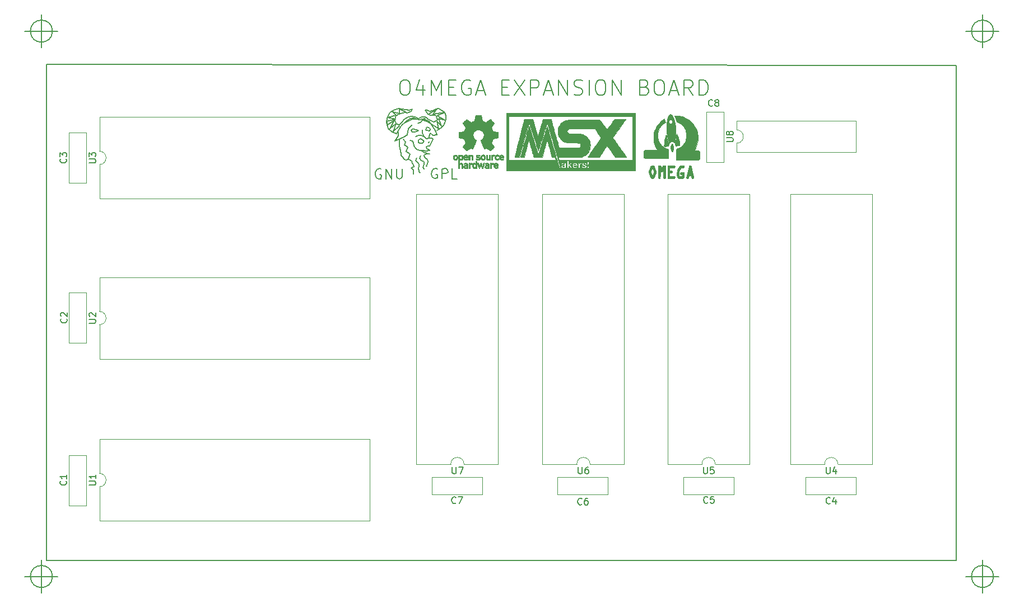
<source format=gbr>
G04 #@! TF.GenerationSoftware,KiCad,Pcbnew,(5.1.4)-1*
G04 #@! TF.CreationDate,2020-05-14T16:46:16+02:00*
G04 #@! TF.ProjectId,omega-ramexpansion,6f6d6567-612d-4726-916d-657870616e73,rev?*
G04 #@! TF.SameCoordinates,Original*
G04 #@! TF.FileFunction,Legend,Top*
G04 #@! TF.FilePolarity,Positive*
%FSLAX46Y46*%
G04 Gerber Fmt 4.6, Leading zero omitted, Abs format (unit mm)*
G04 Created by KiCad (PCBNEW (5.1.4)-1) date 2020-05-14 16:46:16*
%MOMM*%
%LPD*%
G04 APERTURE LIST*
%ADD10C,0.150000*%
%ADD11C,0.010000*%
%ADD12C,0.120000*%
G04 APERTURE END LIST*
D10*
X71900000Y-62200000D02*
X71900000Y-137300000D01*
X209400000Y-62300000D02*
X71900000Y-62200000D01*
X209400000Y-62300000D02*
X209400000Y-137300000D01*
X71900000Y-137300000D02*
X209400000Y-137300000D01*
X125863809Y-64526476D02*
X126301904Y-64526476D01*
X126520952Y-64636000D01*
X126740000Y-64855047D01*
X126849523Y-65293142D01*
X126849523Y-66059809D01*
X126740000Y-66497904D01*
X126520952Y-66716952D01*
X126301904Y-66826476D01*
X125863809Y-66826476D01*
X125644761Y-66716952D01*
X125425714Y-66497904D01*
X125316190Y-66059809D01*
X125316190Y-65293142D01*
X125425714Y-64855047D01*
X125644761Y-64636000D01*
X125863809Y-64526476D01*
X128820952Y-65293142D02*
X128820952Y-66826476D01*
X128273333Y-64416952D02*
X127725714Y-66059809D01*
X129149523Y-66059809D01*
X130025714Y-66826476D02*
X130025714Y-64526476D01*
X130792380Y-66169333D01*
X131559047Y-64526476D01*
X131559047Y-66826476D01*
X132654285Y-65621714D02*
X133420952Y-65621714D01*
X133749523Y-66826476D02*
X132654285Y-66826476D01*
X132654285Y-64526476D01*
X133749523Y-64526476D01*
X135940000Y-64636000D02*
X135720952Y-64526476D01*
X135392380Y-64526476D01*
X135063809Y-64636000D01*
X134844761Y-64855047D01*
X134735238Y-65074095D01*
X134625714Y-65512190D01*
X134625714Y-65840761D01*
X134735238Y-66278857D01*
X134844761Y-66497904D01*
X135063809Y-66716952D01*
X135392380Y-66826476D01*
X135611428Y-66826476D01*
X135940000Y-66716952D01*
X136049523Y-66607428D01*
X136049523Y-65840761D01*
X135611428Y-65840761D01*
X136925714Y-66169333D02*
X138020952Y-66169333D01*
X136706666Y-66826476D02*
X137473333Y-64526476D01*
X138240000Y-66826476D01*
X140759047Y-65621714D02*
X141525714Y-65621714D01*
X141854285Y-66826476D02*
X140759047Y-66826476D01*
X140759047Y-64526476D01*
X141854285Y-64526476D01*
X142620952Y-64526476D02*
X144154285Y-66826476D01*
X144154285Y-64526476D02*
X142620952Y-66826476D01*
X145030476Y-66826476D02*
X145030476Y-64526476D01*
X145906666Y-64526476D01*
X146125714Y-64636000D01*
X146235238Y-64745523D01*
X146344761Y-64964571D01*
X146344761Y-65293142D01*
X146235238Y-65512190D01*
X146125714Y-65621714D01*
X145906666Y-65731238D01*
X145030476Y-65731238D01*
X147220952Y-66169333D02*
X148316190Y-66169333D01*
X147001904Y-66826476D02*
X147768571Y-64526476D01*
X148535238Y-66826476D01*
X149301904Y-66826476D02*
X149301904Y-64526476D01*
X150616190Y-66826476D01*
X150616190Y-64526476D01*
X151601904Y-66716952D02*
X151930476Y-66826476D01*
X152478095Y-66826476D01*
X152697142Y-66716952D01*
X152806666Y-66607428D01*
X152916190Y-66388380D01*
X152916190Y-66169333D01*
X152806666Y-65950285D01*
X152697142Y-65840761D01*
X152478095Y-65731238D01*
X152040000Y-65621714D01*
X151820952Y-65512190D01*
X151711428Y-65402666D01*
X151601904Y-65183619D01*
X151601904Y-64964571D01*
X151711428Y-64745523D01*
X151820952Y-64636000D01*
X152040000Y-64526476D01*
X152587619Y-64526476D01*
X152916190Y-64636000D01*
X153901904Y-66826476D02*
X153901904Y-64526476D01*
X155435238Y-64526476D02*
X155873333Y-64526476D01*
X156092380Y-64636000D01*
X156311428Y-64855047D01*
X156420952Y-65293142D01*
X156420952Y-66059809D01*
X156311428Y-66497904D01*
X156092380Y-66716952D01*
X155873333Y-66826476D01*
X155435238Y-66826476D01*
X155216190Y-66716952D01*
X154997142Y-66497904D01*
X154887619Y-66059809D01*
X154887619Y-65293142D01*
X154997142Y-64855047D01*
X155216190Y-64636000D01*
X155435238Y-64526476D01*
X157406666Y-66826476D02*
X157406666Y-64526476D01*
X158720952Y-66826476D01*
X158720952Y-64526476D01*
X162335238Y-65621714D02*
X162663809Y-65731238D01*
X162773333Y-65840761D01*
X162882857Y-66059809D01*
X162882857Y-66388380D01*
X162773333Y-66607428D01*
X162663809Y-66716952D01*
X162444761Y-66826476D01*
X161568571Y-66826476D01*
X161568571Y-64526476D01*
X162335238Y-64526476D01*
X162554285Y-64636000D01*
X162663809Y-64745523D01*
X162773333Y-64964571D01*
X162773333Y-65183619D01*
X162663809Y-65402666D01*
X162554285Y-65512190D01*
X162335238Y-65621714D01*
X161568571Y-65621714D01*
X164306666Y-64526476D02*
X164744761Y-64526476D01*
X164963809Y-64636000D01*
X165182857Y-64855047D01*
X165292380Y-65293142D01*
X165292380Y-66059809D01*
X165182857Y-66497904D01*
X164963809Y-66716952D01*
X164744761Y-66826476D01*
X164306666Y-66826476D01*
X164087619Y-66716952D01*
X163868571Y-66497904D01*
X163759047Y-66059809D01*
X163759047Y-65293142D01*
X163868571Y-64855047D01*
X164087619Y-64636000D01*
X164306666Y-64526476D01*
X166168571Y-66169333D02*
X167263809Y-66169333D01*
X165949523Y-66826476D02*
X166716190Y-64526476D01*
X167482857Y-66826476D01*
X169563809Y-66826476D02*
X168797142Y-65731238D01*
X168249523Y-66826476D02*
X168249523Y-64526476D01*
X169125714Y-64526476D01*
X169344761Y-64636000D01*
X169454285Y-64745523D01*
X169563809Y-64964571D01*
X169563809Y-65293142D01*
X169454285Y-65512190D01*
X169344761Y-65621714D01*
X169125714Y-65731238D01*
X168249523Y-65731238D01*
X170549523Y-66826476D02*
X170549523Y-64526476D01*
X171097142Y-64526476D01*
X171425714Y-64636000D01*
X171644761Y-64855047D01*
X171754285Y-65074095D01*
X171863809Y-65512190D01*
X171863809Y-65840761D01*
X171754285Y-66278857D01*
X171644761Y-66497904D01*
X171425714Y-66716952D01*
X171097142Y-66826476D01*
X170549523Y-66826476D01*
X72786666Y-57150000D02*
G75*
G03X72786666Y-57150000I-1666666J0D01*
G01*
X68620000Y-57150000D02*
X73620000Y-57150000D01*
X71120000Y-54650000D02*
X71120000Y-59650000D01*
X72786666Y-139700000D02*
G75*
G03X72786666Y-139700000I-1666666J0D01*
G01*
X68620000Y-139700000D02*
X73620000Y-139700000D01*
X71120000Y-137200000D02*
X71120000Y-142200000D01*
X215026666Y-57150000D02*
G75*
G03X215026666Y-57150000I-1666666J0D01*
G01*
X210860000Y-57150000D02*
X215860000Y-57150000D01*
X213360000Y-54650000D02*
X213360000Y-59650000D01*
X215026666Y-139700000D02*
G75*
G03X215026666Y-139700000I-1666666J0D01*
G01*
X210860000Y-139700000D02*
X215860000Y-139700000D01*
X213360000Y-137200000D02*
X213360000Y-142200000D01*
D11*
G36*
X134623360Y-75866468D02*
G01*
X134658592Y-75883874D01*
X134702040Y-75914206D01*
X134733706Y-75947283D01*
X134755394Y-75988817D01*
X134768903Y-76044522D01*
X134776038Y-76120111D01*
X134778600Y-76221296D01*
X134778750Y-76264797D01*
X134778312Y-76360135D01*
X134776496Y-76428271D01*
X134772545Y-76475418D01*
X134765702Y-76507790D01*
X134755211Y-76531600D01*
X134744296Y-76547843D01*
X134674619Y-76616952D01*
X134592566Y-76658521D01*
X134504050Y-76671023D01*
X134414981Y-76652934D01*
X134386763Y-76640142D01*
X134319210Y-76604931D01*
X134319210Y-77156700D01*
X134368512Y-77131205D01*
X134433473Y-77111480D01*
X134513320Y-77106427D01*
X134593052Y-77115756D01*
X134653265Y-77136714D01*
X134703208Y-77176627D01*
X134745881Y-77233741D01*
X134749090Y-77239605D01*
X134762622Y-77267227D01*
X134772505Y-77295068D01*
X134779309Y-77328794D01*
X134783601Y-77374071D01*
X134785951Y-77436562D01*
X134786928Y-77521935D01*
X134787105Y-77618010D01*
X134787105Y-77924526D01*
X134603289Y-77924526D01*
X134603289Y-77359339D01*
X134551875Y-77316077D01*
X134498466Y-77281472D01*
X134447888Y-77275180D01*
X134397030Y-77291372D01*
X134369925Y-77307227D01*
X134349751Y-77329810D01*
X134335403Y-77363940D01*
X134325776Y-77414434D01*
X134319763Y-77486111D01*
X134316260Y-77583788D01*
X134315026Y-77648802D01*
X134310855Y-77916171D01*
X134223125Y-77921222D01*
X134135394Y-77926273D01*
X134135394Y-76267101D01*
X134319210Y-76267101D01*
X134323896Y-76359600D01*
X134339688Y-76423809D01*
X134369183Y-76463759D01*
X134414980Y-76483480D01*
X134461250Y-76487421D01*
X134513628Y-76482892D01*
X134548390Y-76465069D01*
X134570128Y-76441519D01*
X134587240Y-76416189D01*
X134597427Y-76387969D01*
X134601960Y-76348431D01*
X134602109Y-76289142D01*
X134600584Y-76239498D01*
X134597081Y-76164710D01*
X134591867Y-76115611D01*
X134583087Y-76084467D01*
X134568886Y-76063545D01*
X134555484Y-76051452D01*
X134499487Y-76025081D01*
X134433211Y-76020822D01*
X134395156Y-76029906D01*
X134357477Y-76062196D01*
X134332519Y-76125006D01*
X134320422Y-76217894D01*
X134319210Y-76267101D01*
X134135394Y-76267101D01*
X134135394Y-75852421D01*
X134227302Y-75852421D01*
X134282483Y-75854603D01*
X134310952Y-75862351D01*
X134319206Y-75877468D01*
X134319210Y-75877916D01*
X134323040Y-75892720D01*
X134339933Y-75891039D01*
X134373519Y-75874772D01*
X134451778Y-75849887D01*
X134539827Y-75847271D01*
X134623360Y-75866468D01*
X134623360Y-75866468D01*
G37*
X134623360Y-75866468D02*
X134658592Y-75883874D01*
X134702040Y-75914206D01*
X134733706Y-75947283D01*
X134755394Y-75988817D01*
X134768903Y-76044522D01*
X134776038Y-76120111D01*
X134778600Y-76221296D01*
X134778750Y-76264797D01*
X134778312Y-76360135D01*
X134776496Y-76428271D01*
X134772545Y-76475418D01*
X134765702Y-76507790D01*
X134755211Y-76531600D01*
X134744296Y-76547843D01*
X134674619Y-76616952D01*
X134592566Y-76658521D01*
X134504050Y-76671023D01*
X134414981Y-76652934D01*
X134386763Y-76640142D01*
X134319210Y-76604931D01*
X134319210Y-77156700D01*
X134368512Y-77131205D01*
X134433473Y-77111480D01*
X134513320Y-77106427D01*
X134593052Y-77115756D01*
X134653265Y-77136714D01*
X134703208Y-77176627D01*
X134745881Y-77233741D01*
X134749090Y-77239605D01*
X134762622Y-77267227D01*
X134772505Y-77295068D01*
X134779309Y-77328794D01*
X134783601Y-77374071D01*
X134785951Y-77436562D01*
X134786928Y-77521935D01*
X134787105Y-77618010D01*
X134787105Y-77924526D01*
X134603289Y-77924526D01*
X134603289Y-77359339D01*
X134551875Y-77316077D01*
X134498466Y-77281472D01*
X134447888Y-77275180D01*
X134397030Y-77291372D01*
X134369925Y-77307227D01*
X134349751Y-77329810D01*
X134335403Y-77363940D01*
X134325776Y-77414434D01*
X134319763Y-77486111D01*
X134316260Y-77583788D01*
X134315026Y-77648802D01*
X134310855Y-77916171D01*
X134223125Y-77921222D01*
X134135394Y-77926273D01*
X134135394Y-76267101D01*
X134319210Y-76267101D01*
X134323896Y-76359600D01*
X134339688Y-76423809D01*
X134369183Y-76463759D01*
X134414980Y-76483480D01*
X134461250Y-76487421D01*
X134513628Y-76482892D01*
X134548390Y-76465069D01*
X134570128Y-76441519D01*
X134587240Y-76416189D01*
X134597427Y-76387969D01*
X134601960Y-76348431D01*
X134602109Y-76289142D01*
X134600584Y-76239498D01*
X134597081Y-76164710D01*
X134591867Y-76115611D01*
X134583087Y-76084467D01*
X134568886Y-76063545D01*
X134555484Y-76051452D01*
X134499487Y-76025081D01*
X134433211Y-76020822D01*
X134395156Y-76029906D01*
X134357477Y-76062196D01*
X134332519Y-76125006D01*
X134320422Y-76217894D01*
X134319210Y-76267101D01*
X134135394Y-76267101D01*
X134135394Y-75852421D01*
X134227302Y-75852421D01*
X134282483Y-75854603D01*
X134310952Y-75862351D01*
X134319206Y-75877468D01*
X134319210Y-75877916D01*
X134323040Y-75892720D01*
X134339933Y-75891039D01*
X134373519Y-75874772D01*
X134451778Y-75849887D01*
X134539827Y-75847271D01*
X134623360Y-75866468D01*
G36*
X135320457Y-77112184D02*
G01*
X135399070Y-77133160D01*
X135458916Y-77171180D01*
X135501147Y-77220978D01*
X135514275Y-77242230D01*
X135523968Y-77264492D01*
X135530744Y-77292970D01*
X135535123Y-77332871D01*
X135537624Y-77389401D01*
X135538768Y-77467767D01*
X135539072Y-77573176D01*
X135539078Y-77601142D01*
X135539078Y-77924526D01*
X135458868Y-77924526D01*
X135407706Y-77920943D01*
X135369877Y-77911866D01*
X135360399Y-77906268D01*
X135334488Y-77896606D01*
X135308024Y-77906268D01*
X135264452Y-77918330D01*
X135201160Y-77923185D01*
X135131010Y-77921078D01*
X135066860Y-77912256D01*
X135029407Y-77900937D01*
X134956933Y-77854412D01*
X134911640Y-77789846D01*
X134891278Y-77704000D01*
X134891088Y-77701796D01*
X134892875Y-77663713D01*
X135054473Y-77663713D01*
X135068601Y-77707030D01*
X135091612Y-77731408D01*
X135137804Y-77749845D01*
X135198775Y-77757205D01*
X135260949Y-77753583D01*
X135310751Y-77739074D01*
X135324703Y-77729765D01*
X135349085Y-77686753D01*
X135355263Y-77637857D01*
X135355263Y-77573605D01*
X135262818Y-77573605D01*
X135174995Y-77580366D01*
X135108418Y-77599520D01*
X135067002Y-77629376D01*
X135054473Y-77663713D01*
X134892875Y-77663713D01*
X134895490Y-77608004D01*
X134926424Y-77533847D01*
X134984581Y-77477767D01*
X134992620Y-77472665D01*
X135027163Y-77456055D01*
X135069918Y-77445996D01*
X135129686Y-77441107D01*
X135200690Y-77439983D01*
X135355263Y-77439921D01*
X135355263Y-77375125D01*
X135348706Y-77324850D01*
X135331975Y-77291169D01*
X135330016Y-77289376D01*
X135292783Y-77274642D01*
X135236580Y-77268931D01*
X135174467Y-77271737D01*
X135119510Y-77282556D01*
X135086899Y-77298782D01*
X135069228Y-77311780D01*
X135050569Y-77314262D01*
X135024819Y-77303613D01*
X134985873Y-77277218D01*
X134927630Y-77232465D01*
X134922284Y-77228273D01*
X134925023Y-77212760D01*
X134947876Y-77186960D01*
X134982609Y-77158289D01*
X135020990Y-77134166D01*
X135033048Y-77128470D01*
X135077034Y-77117103D01*
X135141487Y-77108995D01*
X135213497Y-77105743D01*
X135216864Y-77105736D01*
X135320457Y-77112184D01*
X135320457Y-77112184D01*
G37*
X135320457Y-77112184D02*
X135399070Y-77133160D01*
X135458916Y-77171180D01*
X135501147Y-77220978D01*
X135514275Y-77242230D01*
X135523968Y-77264492D01*
X135530744Y-77292970D01*
X135535123Y-77332871D01*
X135537624Y-77389401D01*
X135538768Y-77467767D01*
X135539072Y-77573176D01*
X135539078Y-77601142D01*
X135539078Y-77924526D01*
X135458868Y-77924526D01*
X135407706Y-77920943D01*
X135369877Y-77911866D01*
X135360399Y-77906268D01*
X135334488Y-77896606D01*
X135308024Y-77906268D01*
X135264452Y-77918330D01*
X135201160Y-77923185D01*
X135131010Y-77921078D01*
X135066860Y-77912256D01*
X135029407Y-77900937D01*
X134956933Y-77854412D01*
X134911640Y-77789846D01*
X134891278Y-77704000D01*
X134891088Y-77701796D01*
X134892875Y-77663713D01*
X135054473Y-77663713D01*
X135068601Y-77707030D01*
X135091612Y-77731408D01*
X135137804Y-77749845D01*
X135198775Y-77757205D01*
X135260949Y-77753583D01*
X135310751Y-77739074D01*
X135324703Y-77729765D01*
X135349085Y-77686753D01*
X135355263Y-77637857D01*
X135355263Y-77573605D01*
X135262818Y-77573605D01*
X135174995Y-77580366D01*
X135108418Y-77599520D01*
X135067002Y-77629376D01*
X135054473Y-77663713D01*
X134892875Y-77663713D01*
X134895490Y-77608004D01*
X134926424Y-77533847D01*
X134984581Y-77477767D01*
X134992620Y-77472665D01*
X135027163Y-77456055D01*
X135069918Y-77445996D01*
X135129686Y-77441107D01*
X135200690Y-77439983D01*
X135355263Y-77439921D01*
X135355263Y-77375125D01*
X135348706Y-77324850D01*
X135331975Y-77291169D01*
X135330016Y-77289376D01*
X135292783Y-77274642D01*
X135236580Y-77268931D01*
X135174467Y-77271737D01*
X135119510Y-77282556D01*
X135086899Y-77298782D01*
X135069228Y-77311780D01*
X135050569Y-77314262D01*
X135024819Y-77303613D01*
X134985873Y-77277218D01*
X134927630Y-77232465D01*
X134922284Y-77228273D01*
X134925023Y-77212760D01*
X134947876Y-77186960D01*
X134982609Y-77158289D01*
X135020990Y-77134166D01*
X135033048Y-77128470D01*
X135077034Y-77117103D01*
X135141487Y-77108995D01*
X135213497Y-77105743D01*
X135216864Y-77105736D01*
X135320457Y-77112184D01*
G36*
X135839881Y-77107486D02*
G01*
X135864888Y-77114982D01*
X135872950Y-77131451D01*
X135873289Y-77138886D01*
X135874736Y-77159594D01*
X135884698Y-77162845D01*
X135911612Y-77148648D01*
X135927598Y-77138948D01*
X135978033Y-77118175D01*
X136038272Y-77107904D01*
X136101434Y-77107114D01*
X136160637Y-77114786D01*
X136209002Y-77129898D01*
X136239646Y-77151432D01*
X136245689Y-77178366D01*
X136242639Y-77185660D01*
X136220406Y-77215937D01*
X136185930Y-77253175D01*
X136179694Y-77259195D01*
X136146833Y-77286875D01*
X136118480Y-77295818D01*
X136078827Y-77289576D01*
X136062942Y-77285429D01*
X136013509Y-77275467D01*
X135978752Y-77279947D01*
X135949400Y-77295746D01*
X135922513Y-77316949D01*
X135902710Y-77343614D01*
X135888948Y-77380827D01*
X135880184Y-77433673D01*
X135875374Y-77507237D01*
X135873474Y-77606605D01*
X135873289Y-77666601D01*
X135873289Y-77924526D01*
X135706184Y-77924526D01*
X135706184Y-77105710D01*
X135789736Y-77105710D01*
X135839881Y-77107486D01*
X135839881Y-77107486D01*
G37*
X135839881Y-77107486D02*
X135864888Y-77114982D01*
X135872950Y-77131451D01*
X135873289Y-77138886D01*
X135874736Y-77159594D01*
X135884698Y-77162845D01*
X135911612Y-77148648D01*
X135927598Y-77138948D01*
X135978033Y-77118175D01*
X136038272Y-77107904D01*
X136101434Y-77107114D01*
X136160637Y-77114786D01*
X136209002Y-77129898D01*
X136239646Y-77151432D01*
X136245689Y-77178366D01*
X136242639Y-77185660D01*
X136220406Y-77215937D01*
X136185930Y-77253175D01*
X136179694Y-77259195D01*
X136146833Y-77286875D01*
X136118480Y-77295818D01*
X136078827Y-77289576D01*
X136062942Y-77285429D01*
X136013509Y-77275467D01*
X135978752Y-77279947D01*
X135949400Y-77295746D01*
X135922513Y-77316949D01*
X135902710Y-77343614D01*
X135888948Y-77380827D01*
X135880184Y-77433673D01*
X135875374Y-77507237D01*
X135873474Y-77606605D01*
X135873289Y-77666601D01*
X135873289Y-77924526D01*
X135706184Y-77924526D01*
X135706184Y-77105710D01*
X135789736Y-77105710D01*
X135839881Y-77107486D01*
G36*
X136892631Y-77924526D02*
G01*
X136800723Y-77924526D01*
X136747377Y-77922962D01*
X136719593Y-77916485D01*
X136709590Y-77902418D01*
X136708815Y-77892906D01*
X136707128Y-77873832D01*
X136696490Y-77870174D01*
X136668535Y-77881932D01*
X136646795Y-77892906D01*
X136563332Y-77918911D01*
X136472604Y-77920416D01*
X136398842Y-77901021D01*
X136330154Y-77854165D01*
X136277794Y-77785004D01*
X136249122Y-77703427D01*
X136248392Y-77698866D01*
X136244132Y-77649101D01*
X136242014Y-77577659D01*
X136242184Y-77523626D01*
X136424720Y-77523626D01*
X136428949Y-77595441D01*
X136438568Y-77654634D01*
X136451590Y-77688060D01*
X136500856Y-77733740D01*
X136559350Y-77750115D01*
X136619671Y-77736873D01*
X136671217Y-77697373D01*
X136690738Y-77670807D01*
X136702152Y-77639106D01*
X136707498Y-77592832D01*
X136708815Y-77523328D01*
X136706458Y-77454499D01*
X136700233Y-77394026D01*
X136691408Y-77353556D01*
X136689937Y-77349929D01*
X136654347Y-77306802D01*
X136602400Y-77283124D01*
X136544278Y-77279301D01*
X136490160Y-77295738D01*
X136450226Y-77332840D01*
X136446083Y-77340222D01*
X136433116Y-77385239D01*
X136426052Y-77449967D01*
X136424720Y-77523626D01*
X136242184Y-77523626D01*
X136242271Y-77496230D01*
X136243472Y-77452405D01*
X136251645Y-77343988D01*
X136268630Y-77262588D01*
X136296887Y-77202412D01*
X136338872Y-77157666D01*
X136379632Y-77131400D01*
X136436581Y-77112935D01*
X136507411Y-77106602D01*
X136579941Y-77111760D01*
X136641986Y-77127769D01*
X136674768Y-77146920D01*
X136708815Y-77177732D01*
X136708815Y-76788210D01*
X136892631Y-76788210D01*
X136892631Y-77924526D01*
X136892631Y-77924526D01*
G37*
X136892631Y-77924526D02*
X136800723Y-77924526D01*
X136747377Y-77922962D01*
X136719593Y-77916485D01*
X136709590Y-77902418D01*
X136708815Y-77892906D01*
X136707128Y-77873832D01*
X136696490Y-77870174D01*
X136668535Y-77881932D01*
X136646795Y-77892906D01*
X136563332Y-77918911D01*
X136472604Y-77920416D01*
X136398842Y-77901021D01*
X136330154Y-77854165D01*
X136277794Y-77785004D01*
X136249122Y-77703427D01*
X136248392Y-77698866D01*
X136244132Y-77649101D01*
X136242014Y-77577659D01*
X136242184Y-77523626D01*
X136424720Y-77523626D01*
X136428949Y-77595441D01*
X136438568Y-77654634D01*
X136451590Y-77688060D01*
X136500856Y-77733740D01*
X136559350Y-77750115D01*
X136619671Y-77736873D01*
X136671217Y-77697373D01*
X136690738Y-77670807D01*
X136702152Y-77639106D01*
X136707498Y-77592832D01*
X136708815Y-77523328D01*
X136706458Y-77454499D01*
X136700233Y-77394026D01*
X136691408Y-77353556D01*
X136689937Y-77349929D01*
X136654347Y-77306802D01*
X136602400Y-77283124D01*
X136544278Y-77279301D01*
X136490160Y-77295738D01*
X136450226Y-77332840D01*
X136446083Y-77340222D01*
X136433116Y-77385239D01*
X136426052Y-77449967D01*
X136424720Y-77523626D01*
X136242184Y-77523626D01*
X136242271Y-77496230D01*
X136243472Y-77452405D01*
X136251645Y-77343988D01*
X136268630Y-77262588D01*
X136296887Y-77202412D01*
X136338872Y-77157666D01*
X136379632Y-77131400D01*
X136436581Y-77112935D01*
X136507411Y-77106602D01*
X136579941Y-77111760D01*
X136641986Y-77127769D01*
X136674768Y-77146920D01*
X136708815Y-77177732D01*
X136708815Y-76788210D01*
X136892631Y-76788210D01*
X136892631Y-77924526D01*
G36*
X137534130Y-77109104D02*
G01*
X137600220Y-77114066D01*
X137686626Y-77373079D01*
X137773031Y-77632092D01*
X137800124Y-77540184D01*
X137816428Y-77483384D01*
X137837875Y-77406625D01*
X137861035Y-77322251D01*
X137873280Y-77276993D01*
X137919344Y-77105710D01*
X138109387Y-77105710D01*
X138052582Y-77285349D01*
X138024607Y-77373704D01*
X137990813Y-77480281D01*
X137955520Y-77591454D01*
X137924013Y-77690579D01*
X137852250Y-77916171D01*
X137697286Y-77926253D01*
X137655270Y-77787528D01*
X137629359Y-77701351D01*
X137601083Y-77606347D01*
X137576369Y-77522441D01*
X137575394Y-77519102D01*
X137556935Y-77462248D01*
X137540649Y-77423456D01*
X137529242Y-77408787D01*
X137526898Y-77410483D01*
X137518671Y-77433225D01*
X137503038Y-77481940D01*
X137481904Y-77550502D01*
X137457170Y-77632785D01*
X137443787Y-77678046D01*
X137371311Y-77924526D01*
X137217495Y-77924526D01*
X137094531Y-77536006D01*
X137059988Y-77427022D01*
X137028521Y-77328048D01*
X137001616Y-77243736D01*
X136980759Y-77178734D01*
X136967438Y-77137692D01*
X136963388Y-77125701D01*
X136966594Y-77113423D01*
X136991765Y-77108046D01*
X137044146Y-77108584D01*
X137052345Y-77108990D01*
X137149482Y-77114066D01*
X137213100Y-77348013D01*
X137236484Y-77433333D01*
X137257381Y-77508335D01*
X137273951Y-77566507D01*
X137284354Y-77601337D01*
X137286276Y-77607016D01*
X137294241Y-77600486D01*
X137310304Y-77566654D01*
X137332621Y-77510127D01*
X137359345Y-77435510D01*
X137381937Y-77368107D01*
X137468041Y-77104143D01*
X137534130Y-77109104D01*
X137534130Y-77109104D01*
G37*
X137534130Y-77109104D02*
X137600220Y-77114066D01*
X137686626Y-77373079D01*
X137773031Y-77632092D01*
X137800124Y-77540184D01*
X137816428Y-77483384D01*
X137837875Y-77406625D01*
X137861035Y-77322251D01*
X137873280Y-77276993D01*
X137919344Y-77105710D01*
X138109387Y-77105710D01*
X138052582Y-77285349D01*
X138024607Y-77373704D01*
X137990813Y-77480281D01*
X137955520Y-77591454D01*
X137924013Y-77690579D01*
X137852250Y-77916171D01*
X137697286Y-77926253D01*
X137655270Y-77787528D01*
X137629359Y-77701351D01*
X137601083Y-77606347D01*
X137576369Y-77522441D01*
X137575394Y-77519102D01*
X137556935Y-77462248D01*
X137540649Y-77423456D01*
X137529242Y-77408787D01*
X137526898Y-77410483D01*
X137518671Y-77433225D01*
X137503038Y-77481940D01*
X137481904Y-77550502D01*
X137457170Y-77632785D01*
X137443787Y-77678046D01*
X137371311Y-77924526D01*
X137217495Y-77924526D01*
X137094531Y-77536006D01*
X137059988Y-77427022D01*
X137028521Y-77328048D01*
X137001616Y-77243736D01*
X136980759Y-77178734D01*
X136967438Y-77137692D01*
X136963388Y-77125701D01*
X136966594Y-77113423D01*
X136991765Y-77108046D01*
X137044146Y-77108584D01*
X137052345Y-77108990D01*
X137149482Y-77114066D01*
X137213100Y-77348013D01*
X137236484Y-77433333D01*
X137257381Y-77508335D01*
X137273951Y-77566507D01*
X137284354Y-77601337D01*
X137286276Y-77607016D01*
X137294241Y-77600486D01*
X137310304Y-77566654D01*
X137332621Y-77510127D01*
X137359345Y-77435510D01*
X137381937Y-77368107D01*
X137468041Y-77104143D01*
X137534130Y-77109104D01*
G36*
X138539992Y-77110673D02*
G01*
X138610427Y-77127780D01*
X138630787Y-77136844D01*
X138670253Y-77160583D01*
X138700541Y-77187321D01*
X138722952Y-77221699D01*
X138738786Y-77268360D01*
X138749343Y-77331946D01*
X138755924Y-77417099D01*
X138759828Y-77528462D01*
X138761310Y-77602849D01*
X138766765Y-77924526D01*
X138673580Y-77924526D01*
X138617047Y-77922156D01*
X138587922Y-77914055D01*
X138580394Y-77900451D01*
X138576420Y-77885741D01*
X138558652Y-77888554D01*
X138534440Y-77900348D01*
X138473828Y-77918427D01*
X138395929Y-77923299D01*
X138313995Y-77915330D01*
X138241281Y-77894889D01*
X138234759Y-77892051D01*
X138168302Y-77845365D01*
X138124491Y-77780464D01*
X138104332Y-77704600D01*
X138105872Y-77677344D01*
X138270345Y-77677344D01*
X138284837Y-77714024D01*
X138327805Y-77740309D01*
X138397129Y-77754417D01*
X138434177Y-77756290D01*
X138495919Y-77751494D01*
X138536960Y-77732858D01*
X138546973Y-77724000D01*
X138574100Y-77675806D01*
X138580394Y-77632092D01*
X138580394Y-77573605D01*
X138498930Y-77573605D01*
X138404234Y-77578432D01*
X138337813Y-77593613D01*
X138295846Y-77620200D01*
X138286449Y-77632052D01*
X138270345Y-77677344D01*
X138105872Y-77677344D01*
X138108829Y-77625026D01*
X138138985Y-77548995D01*
X138180131Y-77497612D01*
X138205052Y-77475397D01*
X138229448Y-77460798D01*
X138261191Y-77451897D01*
X138308152Y-77446775D01*
X138378204Y-77443515D01*
X138405990Y-77442577D01*
X138580394Y-77436879D01*
X138580138Y-77384091D01*
X138573384Y-77328603D01*
X138548964Y-77295052D01*
X138499630Y-77273618D01*
X138498306Y-77273236D01*
X138428360Y-77264808D01*
X138359914Y-77275816D01*
X138309047Y-77302585D01*
X138288637Y-77315803D01*
X138266654Y-77313974D01*
X138232826Y-77294824D01*
X138212961Y-77281308D01*
X138174106Y-77252432D01*
X138150038Y-77230786D01*
X138146176Y-77224589D01*
X138162079Y-77192519D01*
X138209065Y-77154219D01*
X138229473Y-77141297D01*
X138288143Y-77119041D01*
X138367212Y-77106432D01*
X138455041Y-77103600D01*
X138539992Y-77110673D01*
X138539992Y-77110673D01*
G37*
X138539992Y-77110673D02*
X138610427Y-77127780D01*
X138630787Y-77136844D01*
X138670253Y-77160583D01*
X138700541Y-77187321D01*
X138722952Y-77221699D01*
X138738786Y-77268360D01*
X138749343Y-77331946D01*
X138755924Y-77417099D01*
X138759828Y-77528462D01*
X138761310Y-77602849D01*
X138766765Y-77924526D01*
X138673580Y-77924526D01*
X138617047Y-77922156D01*
X138587922Y-77914055D01*
X138580394Y-77900451D01*
X138576420Y-77885741D01*
X138558652Y-77888554D01*
X138534440Y-77900348D01*
X138473828Y-77918427D01*
X138395929Y-77923299D01*
X138313995Y-77915330D01*
X138241281Y-77894889D01*
X138234759Y-77892051D01*
X138168302Y-77845365D01*
X138124491Y-77780464D01*
X138104332Y-77704600D01*
X138105872Y-77677344D01*
X138270345Y-77677344D01*
X138284837Y-77714024D01*
X138327805Y-77740309D01*
X138397129Y-77754417D01*
X138434177Y-77756290D01*
X138495919Y-77751494D01*
X138536960Y-77732858D01*
X138546973Y-77724000D01*
X138574100Y-77675806D01*
X138580394Y-77632092D01*
X138580394Y-77573605D01*
X138498930Y-77573605D01*
X138404234Y-77578432D01*
X138337813Y-77593613D01*
X138295846Y-77620200D01*
X138286449Y-77632052D01*
X138270345Y-77677344D01*
X138105872Y-77677344D01*
X138108829Y-77625026D01*
X138138985Y-77548995D01*
X138180131Y-77497612D01*
X138205052Y-77475397D01*
X138229448Y-77460798D01*
X138261191Y-77451897D01*
X138308152Y-77446775D01*
X138378204Y-77443515D01*
X138405990Y-77442577D01*
X138580394Y-77436879D01*
X138580138Y-77384091D01*
X138573384Y-77328603D01*
X138548964Y-77295052D01*
X138499630Y-77273618D01*
X138498306Y-77273236D01*
X138428360Y-77264808D01*
X138359914Y-77275816D01*
X138309047Y-77302585D01*
X138288637Y-77315803D01*
X138266654Y-77313974D01*
X138232826Y-77294824D01*
X138212961Y-77281308D01*
X138174106Y-77252432D01*
X138150038Y-77230786D01*
X138146176Y-77224589D01*
X138162079Y-77192519D01*
X138209065Y-77154219D01*
X138229473Y-77141297D01*
X138288143Y-77119041D01*
X138367212Y-77106432D01*
X138455041Y-77103600D01*
X138539992Y-77110673D01*
G36*
X139333167Y-77105447D02*
G01*
X139397408Y-77118112D01*
X139433980Y-77136864D01*
X139472453Y-77168017D01*
X139417717Y-77237127D01*
X139383969Y-77278979D01*
X139361053Y-77299398D01*
X139338279Y-77302517D01*
X139304956Y-77292472D01*
X139289314Y-77286789D01*
X139225542Y-77278404D01*
X139167140Y-77296378D01*
X139124264Y-77336982D01*
X139117299Y-77349929D01*
X139109713Y-77384224D01*
X139103859Y-77447427D01*
X139100011Y-77535060D01*
X139098443Y-77642640D01*
X139098421Y-77657944D01*
X139098421Y-77924526D01*
X138914605Y-77924526D01*
X138914605Y-77105710D01*
X139006513Y-77105710D01*
X139059507Y-77107094D01*
X139087115Y-77113252D01*
X139097324Y-77127194D01*
X139098421Y-77140344D01*
X139098421Y-77174978D01*
X139142450Y-77140344D01*
X139192937Y-77116716D01*
X139260760Y-77105033D01*
X139333167Y-77105447D01*
X139333167Y-77105447D01*
G37*
X139333167Y-77105447D02*
X139397408Y-77118112D01*
X139433980Y-77136864D01*
X139472453Y-77168017D01*
X139417717Y-77237127D01*
X139383969Y-77278979D01*
X139361053Y-77299398D01*
X139338279Y-77302517D01*
X139304956Y-77292472D01*
X139289314Y-77286789D01*
X139225542Y-77278404D01*
X139167140Y-77296378D01*
X139124264Y-77336982D01*
X139117299Y-77349929D01*
X139109713Y-77384224D01*
X139103859Y-77447427D01*
X139100011Y-77535060D01*
X139098443Y-77642640D01*
X139098421Y-77657944D01*
X139098421Y-77924526D01*
X138914605Y-77924526D01*
X138914605Y-77105710D01*
X139006513Y-77105710D01*
X139059507Y-77107094D01*
X139087115Y-77113252D01*
X139097324Y-77127194D01*
X139098421Y-77140344D01*
X139098421Y-77174978D01*
X139142450Y-77140344D01*
X139192937Y-77116716D01*
X139260760Y-77105033D01*
X139333167Y-77105447D01*
G36*
X139861193Y-77110078D02*
G01*
X139941068Y-77130845D01*
X140007962Y-77173705D01*
X140040351Y-77205723D01*
X140093445Y-77281413D01*
X140123873Y-77369216D01*
X140134327Y-77477150D01*
X140134380Y-77485875D01*
X140134473Y-77573605D01*
X139629534Y-77573605D01*
X139640298Y-77619559D01*
X139659732Y-77661178D01*
X139693745Y-77704544D01*
X139700860Y-77711467D01*
X139762003Y-77748935D01*
X139831729Y-77755289D01*
X139911987Y-77730638D01*
X139925592Y-77724000D01*
X139967319Y-77703819D01*
X139995268Y-77692321D01*
X140000145Y-77691258D01*
X140017168Y-77701583D01*
X140049633Y-77726845D01*
X140066114Y-77740650D01*
X140100264Y-77772361D01*
X140111478Y-77793299D01*
X140103695Y-77812560D01*
X140099535Y-77817827D01*
X140071357Y-77840878D01*
X140024862Y-77868892D01*
X139992434Y-77885246D01*
X139900385Y-77914059D01*
X139798476Y-77923395D01*
X139701963Y-77912332D01*
X139674934Y-77904412D01*
X139591276Y-77859581D01*
X139529266Y-77790598D01*
X139488545Y-77696794D01*
X139468755Y-77577498D01*
X139466582Y-77515118D01*
X139472926Y-77424298D01*
X139633157Y-77424298D01*
X139648655Y-77431012D01*
X139690312Y-77436280D01*
X139750876Y-77439389D01*
X139791907Y-77439921D01*
X139865711Y-77439408D01*
X139912293Y-77437006D01*
X139937848Y-77431422D01*
X139948569Y-77421361D01*
X139950657Y-77406763D01*
X139936331Y-77361796D01*
X139900262Y-77317353D01*
X139852815Y-77283242D01*
X139805349Y-77269288D01*
X139740879Y-77281666D01*
X139685070Y-77317452D01*
X139646374Y-77369033D01*
X139633157Y-77424298D01*
X139472926Y-77424298D01*
X139475821Y-77382866D01*
X139504336Y-77277498D01*
X139552729Y-77198178D01*
X139621604Y-77144071D01*
X139711565Y-77114343D01*
X139760300Y-77108618D01*
X139861193Y-77110078D01*
X139861193Y-77110078D01*
G37*
X139861193Y-77110078D02*
X139941068Y-77130845D01*
X140007962Y-77173705D01*
X140040351Y-77205723D01*
X140093445Y-77281413D01*
X140123873Y-77369216D01*
X140134327Y-77477150D01*
X140134380Y-77485875D01*
X140134473Y-77573605D01*
X139629534Y-77573605D01*
X139640298Y-77619559D01*
X139659732Y-77661178D01*
X139693745Y-77704544D01*
X139700860Y-77711467D01*
X139762003Y-77748935D01*
X139831729Y-77755289D01*
X139911987Y-77730638D01*
X139925592Y-77724000D01*
X139967319Y-77703819D01*
X139995268Y-77692321D01*
X140000145Y-77691258D01*
X140017168Y-77701583D01*
X140049633Y-77726845D01*
X140066114Y-77740650D01*
X140100264Y-77772361D01*
X140111478Y-77793299D01*
X140103695Y-77812560D01*
X140099535Y-77817827D01*
X140071357Y-77840878D01*
X140024862Y-77868892D01*
X139992434Y-77885246D01*
X139900385Y-77914059D01*
X139798476Y-77923395D01*
X139701963Y-77912332D01*
X139674934Y-77904412D01*
X139591276Y-77859581D01*
X139529266Y-77790598D01*
X139488545Y-77696794D01*
X139468755Y-77577498D01*
X139466582Y-77515118D01*
X139472926Y-77424298D01*
X139633157Y-77424298D01*
X139648655Y-77431012D01*
X139690312Y-77436280D01*
X139750876Y-77439389D01*
X139791907Y-77439921D01*
X139865711Y-77439408D01*
X139912293Y-77437006D01*
X139937848Y-77431422D01*
X139948569Y-77421361D01*
X139950657Y-77406763D01*
X139936331Y-77361796D01*
X139900262Y-77317353D01*
X139852815Y-77283242D01*
X139805349Y-77269288D01*
X139740879Y-77281666D01*
X139685070Y-77317452D01*
X139646374Y-77369033D01*
X139633157Y-77424298D01*
X139472926Y-77424298D01*
X139475821Y-77382866D01*
X139504336Y-77277498D01*
X139552729Y-77198178D01*
X139621604Y-77144071D01*
X139711565Y-77114343D01*
X139760300Y-77108618D01*
X139861193Y-77110078D01*
G36*
X133786784Y-75861104D02*
G01*
X133874205Y-75899754D01*
X133940570Y-75964290D01*
X133985976Y-76054812D01*
X134010518Y-76171418D01*
X134012277Y-76189624D01*
X134013656Y-76317984D01*
X133995784Y-76430496D01*
X133959750Y-76521688D01*
X133940455Y-76551022D01*
X133873245Y-76613106D01*
X133787650Y-76653316D01*
X133691890Y-76670003D01*
X133594187Y-76661517D01*
X133519917Y-76635380D01*
X133456047Y-76591335D01*
X133403846Y-76533587D01*
X133402943Y-76532236D01*
X133381744Y-76496593D01*
X133367967Y-76460752D01*
X133359624Y-76415519D01*
X133354727Y-76351701D01*
X133352569Y-76299368D01*
X133351671Y-76251910D01*
X133518743Y-76251910D01*
X133520376Y-76299154D01*
X133526304Y-76362046D01*
X133536761Y-76402407D01*
X133555619Y-76431122D01*
X133573281Y-76447896D01*
X133635894Y-76483016D01*
X133701408Y-76487710D01*
X133762421Y-76462440D01*
X133792928Y-76434124D01*
X133814911Y-76405589D01*
X133827769Y-76378284D01*
X133833412Y-76342750D01*
X133833751Y-76289524D01*
X133832012Y-76240506D01*
X133828271Y-76170482D01*
X133822341Y-76125064D01*
X133811653Y-76095440D01*
X133793639Y-76072797D01*
X133779363Y-76059855D01*
X133719651Y-76025860D01*
X133655234Y-76024165D01*
X133601219Y-76044301D01*
X133555140Y-76086352D01*
X133527689Y-76155428D01*
X133518743Y-76251910D01*
X133351671Y-76251910D01*
X133350599Y-76195299D01*
X133353964Y-76117468D01*
X133364045Y-76058930D01*
X133382226Y-76012737D01*
X133409890Y-75971942D01*
X133420146Y-75959828D01*
X133484278Y-75899474D01*
X133553066Y-75864220D01*
X133637189Y-75849450D01*
X133678209Y-75848243D01*
X133786784Y-75861104D01*
X133786784Y-75861104D01*
G37*
X133786784Y-75861104D02*
X133874205Y-75899754D01*
X133940570Y-75964290D01*
X133985976Y-76054812D01*
X134010518Y-76171418D01*
X134012277Y-76189624D01*
X134013656Y-76317984D01*
X133995784Y-76430496D01*
X133959750Y-76521688D01*
X133940455Y-76551022D01*
X133873245Y-76613106D01*
X133787650Y-76653316D01*
X133691890Y-76670003D01*
X133594187Y-76661517D01*
X133519917Y-76635380D01*
X133456047Y-76591335D01*
X133403846Y-76533587D01*
X133402943Y-76532236D01*
X133381744Y-76496593D01*
X133367967Y-76460752D01*
X133359624Y-76415519D01*
X133354727Y-76351701D01*
X133352569Y-76299368D01*
X133351671Y-76251910D01*
X133518743Y-76251910D01*
X133520376Y-76299154D01*
X133526304Y-76362046D01*
X133536761Y-76402407D01*
X133555619Y-76431122D01*
X133573281Y-76447896D01*
X133635894Y-76483016D01*
X133701408Y-76487710D01*
X133762421Y-76462440D01*
X133792928Y-76434124D01*
X133814911Y-76405589D01*
X133827769Y-76378284D01*
X133833412Y-76342750D01*
X133833751Y-76289524D01*
X133832012Y-76240506D01*
X133828271Y-76170482D01*
X133822341Y-76125064D01*
X133811653Y-76095440D01*
X133793639Y-76072797D01*
X133779363Y-76059855D01*
X133719651Y-76025860D01*
X133655234Y-76024165D01*
X133601219Y-76044301D01*
X133555140Y-76086352D01*
X133527689Y-76155428D01*
X133518743Y-76251910D01*
X133351671Y-76251910D01*
X133350599Y-76195299D01*
X133353964Y-76117468D01*
X133364045Y-76058930D01*
X133382226Y-76012737D01*
X133409890Y-75971942D01*
X133420146Y-75959828D01*
X133484278Y-75899474D01*
X133553066Y-75864220D01*
X133637189Y-75849450D01*
X133678209Y-75848243D01*
X133786784Y-75861104D01*
G36*
X135357018Y-75871027D02*
G01*
X135373670Y-75878866D01*
X135431305Y-75921086D01*
X135485805Y-75982700D01*
X135526499Y-76050543D01*
X135538074Y-76081734D01*
X135548634Y-76137449D01*
X135554931Y-76204781D01*
X135555696Y-76232585D01*
X135555789Y-76320316D01*
X135050850Y-76320316D01*
X135061613Y-76366270D01*
X135088033Y-76420620D01*
X135134222Y-76467591D01*
X135189172Y-76497848D01*
X135224189Y-76504131D01*
X135271677Y-76496506D01*
X135328335Y-76477383D01*
X135347582Y-76468584D01*
X135418759Y-76433036D01*
X135479502Y-76479367D01*
X135514552Y-76510703D01*
X135533202Y-76536567D01*
X135534147Y-76544158D01*
X135517485Y-76562556D01*
X135480970Y-76590515D01*
X135447828Y-76612327D01*
X135358393Y-76651537D01*
X135258129Y-76669285D01*
X135158754Y-76664670D01*
X135079539Y-76640551D01*
X134997880Y-76588884D01*
X134939849Y-76520856D01*
X134903546Y-76432843D01*
X134887072Y-76321216D01*
X134885611Y-76270138D01*
X134891457Y-76153091D01*
X134892175Y-76149686D01*
X135059489Y-76149686D01*
X135064097Y-76160662D01*
X135083036Y-76166715D01*
X135122098Y-76169310D01*
X135187077Y-76169910D01*
X135212097Y-76169921D01*
X135288221Y-76169014D01*
X135336496Y-76165720D01*
X135362460Y-76159181D01*
X135371648Y-76148537D01*
X135371973Y-76145119D01*
X135361487Y-76117956D01*
X135335242Y-76079903D01*
X135323959Y-76066579D01*
X135282072Y-76028896D01*
X135238409Y-76014080D01*
X135214885Y-76012842D01*
X135151243Y-76028329D01*
X135097873Y-76069930D01*
X135064019Y-76130353D01*
X135063419Y-76132322D01*
X135059489Y-76149686D01*
X134892175Y-76149686D01*
X134910899Y-76060928D01*
X134945922Y-75987190D01*
X134988756Y-75934848D01*
X135067948Y-75878092D01*
X135161040Y-75847762D01*
X135260055Y-75845021D01*
X135357018Y-75871027D01*
X135357018Y-75871027D01*
G37*
X135357018Y-75871027D02*
X135373670Y-75878866D01*
X135431305Y-75921086D01*
X135485805Y-75982700D01*
X135526499Y-76050543D01*
X135538074Y-76081734D01*
X135548634Y-76137449D01*
X135554931Y-76204781D01*
X135555696Y-76232585D01*
X135555789Y-76320316D01*
X135050850Y-76320316D01*
X135061613Y-76366270D01*
X135088033Y-76420620D01*
X135134222Y-76467591D01*
X135189172Y-76497848D01*
X135224189Y-76504131D01*
X135271677Y-76496506D01*
X135328335Y-76477383D01*
X135347582Y-76468584D01*
X135418759Y-76433036D01*
X135479502Y-76479367D01*
X135514552Y-76510703D01*
X135533202Y-76536567D01*
X135534147Y-76544158D01*
X135517485Y-76562556D01*
X135480970Y-76590515D01*
X135447828Y-76612327D01*
X135358393Y-76651537D01*
X135258129Y-76669285D01*
X135158754Y-76664670D01*
X135079539Y-76640551D01*
X134997880Y-76588884D01*
X134939849Y-76520856D01*
X134903546Y-76432843D01*
X134887072Y-76321216D01*
X134885611Y-76270138D01*
X134891457Y-76153091D01*
X134892175Y-76149686D01*
X135059489Y-76149686D01*
X135064097Y-76160662D01*
X135083036Y-76166715D01*
X135122098Y-76169310D01*
X135187077Y-76169910D01*
X135212097Y-76169921D01*
X135288221Y-76169014D01*
X135336496Y-76165720D01*
X135362460Y-76159181D01*
X135371648Y-76148537D01*
X135371973Y-76145119D01*
X135361487Y-76117956D01*
X135335242Y-76079903D01*
X135323959Y-76066579D01*
X135282072Y-76028896D01*
X135238409Y-76014080D01*
X135214885Y-76012842D01*
X135151243Y-76028329D01*
X135097873Y-76069930D01*
X135064019Y-76130353D01*
X135063419Y-76132322D01*
X135059489Y-76149686D01*
X134892175Y-76149686D01*
X134910899Y-76060928D01*
X134945922Y-75987190D01*
X134988756Y-75934848D01*
X135067948Y-75878092D01*
X135161040Y-75847762D01*
X135260055Y-75845021D01*
X135357018Y-75871027D01*
G36*
X137178628Y-75849547D02*
G01*
X137241908Y-75861548D01*
X137307557Y-75886648D01*
X137314572Y-75889848D01*
X137364356Y-75916026D01*
X137398834Y-75940353D01*
X137409978Y-75955937D01*
X137399366Y-75981353D01*
X137373588Y-76018853D01*
X137362146Y-76032852D01*
X137314992Y-76087954D01*
X137254201Y-76052086D01*
X137196347Y-76028192D01*
X137129500Y-76015420D01*
X137065394Y-76014613D01*
X137015764Y-76026615D01*
X137003854Y-76034105D01*
X136981172Y-76068450D01*
X136978416Y-76108013D01*
X136995388Y-76138920D01*
X137005427Y-76144913D01*
X137035510Y-76152357D01*
X137088389Y-76161106D01*
X137153575Y-76169467D01*
X137165600Y-76170778D01*
X137270297Y-76188888D01*
X137346232Y-76219651D01*
X137396592Y-76265907D01*
X137424564Y-76330497D01*
X137433278Y-76409387D01*
X137421240Y-76499065D01*
X137382151Y-76569486D01*
X137315855Y-76620777D01*
X137222194Y-76653067D01*
X137118223Y-76665807D01*
X137033438Y-76665654D01*
X136964665Y-76654083D01*
X136917697Y-76638109D01*
X136858350Y-76610275D01*
X136803506Y-76577973D01*
X136784013Y-76563755D01*
X136733881Y-76522835D01*
X136854803Y-76400477D01*
X136923543Y-76445967D01*
X136992488Y-76480133D01*
X137066111Y-76498004D01*
X137136883Y-76499889D01*
X137197274Y-76486101D01*
X137239757Y-76456949D01*
X137253474Y-76432352D01*
X137251417Y-76392904D01*
X137217330Y-76362737D01*
X137151308Y-76341906D01*
X137078974Y-76332279D01*
X136967652Y-76313910D01*
X136884952Y-76279254D01*
X136829765Y-76227297D01*
X136800988Y-76157023D01*
X136797001Y-76073707D01*
X136816693Y-75986681D01*
X136861589Y-75920902D01*
X136932091Y-75876068D01*
X137028601Y-75851879D01*
X137100100Y-75847137D01*
X137178628Y-75849547D01*
X137178628Y-75849547D01*
G37*
X137178628Y-75849547D02*
X137241908Y-75861548D01*
X137307557Y-75886648D01*
X137314572Y-75889848D01*
X137364356Y-75916026D01*
X137398834Y-75940353D01*
X137409978Y-75955937D01*
X137399366Y-75981353D01*
X137373588Y-76018853D01*
X137362146Y-76032852D01*
X137314992Y-76087954D01*
X137254201Y-76052086D01*
X137196347Y-76028192D01*
X137129500Y-76015420D01*
X137065394Y-76014613D01*
X137015764Y-76026615D01*
X137003854Y-76034105D01*
X136981172Y-76068450D01*
X136978416Y-76108013D01*
X136995388Y-76138920D01*
X137005427Y-76144913D01*
X137035510Y-76152357D01*
X137088389Y-76161106D01*
X137153575Y-76169467D01*
X137165600Y-76170778D01*
X137270297Y-76188888D01*
X137346232Y-76219651D01*
X137396592Y-76265907D01*
X137424564Y-76330497D01*
X137433278Y-76409387D01*
X137421240Y-76499065D01*
X137382151Y-76569486D01*
X137315855Y-76620777D01*
X137222194Y-76653067D01*
X137118223Y-76665807D01*
X137033438Y-76665654D01*
X136964665Y-76654083D01*
X136917697Y-76638109D01*
X136858350Y-76610275D01*
X136803506Y-76577973D01*
X136784013Y-76563755D01*
X136733881Y-76522835D01*
X136854803Y-76400477D01*
X136923543Y-76445967D01*
X136992488Y-76480133D01*
X137066111Y-76498004D01*
X137136883Y-76499889D01*
X137197274Y-76486101D01*
X137239757Y-76456949D01*
X137253474Y-76432352D01*
X137251417Y-76392904D01*
X137217330Y-76362737D01*
X137151308Y-76341906D01*
X137078974Y-76332279D01*
X136967652Y-76313910D01*
X136884952Y-76279254D01*
X136829765Y-76227297D01*
X136800988Y-76157023D01*
X136797001Y-76073707D01*
X136816693Y-75986681D01*
X136861589Y-75920902D01*
X136932091Y-75876068D01*
X137028601Y-75851879D01*
X137100100Y-75847137D01*
X137178628Y-75849547D01*
G36*
X137971669Y-75862310D02*
G01*
X138056192Y-75908340D01*
X138122321Y-75981006D01*
X138153478Y-76040106D01*
X138166855Y-76092305D01*
X138175522Y-76166719D01*
X138179237Y-76252442D01*
X138177754Y-76338569D01*
X138170831Y-76414193D01*
X138162745Y-76454584D01*
X138135465Y-76509840D01*
X138088220Y-76568530D01*
X138031282Y-76619852D01*
X137974924Y-76653005D01*
X137973550Y-76653531D01*
X137903616Y-76668018D01*
X137820737Y-76668377D01*
X137741977Y-76655188D01*
X137711566Y-76644617D01*
X137633239Y-76600201D01*
X137577143Y-76542007D01*
X137540286Y-76464965D01*
X137519680Y-76364001D01*
X137515018Y-76311116D01*
X137515613Y-76244663D01*
X137694736Y-76244663D01*
X137700770Y-76341630D01*
X137718138Y-76415523D01*
X137745740Y-76462736D01*
X137765404Y-76476237D01*
X137815787Y-76485651D01*
X137875673Y-76482864D01*
X137927449Y-76469316D01*
X137941027Y-76461862D01*
X137976849Y-76418451D01*
X138000493Y-76352014D01*
X138010558Y-76271161D01*
X138005642Y-76184502D01*
X137994655Y-76132349D01*
X137963109Y-76071951D01*
X137913311Y-76034197D01*
X137853337Y-76021143D01*
X137791264Y-76034849D01*
X137743582Y-76068372D01*
X137718525Y-76096031D01*
X137703900Y-76123294D01*
X137696929Y-76160190D01*
X137694833Y-76216750D01*
X137694736Y-76244663D01*
X137515613Y-76244663D01*
X137516282Y-76169994D01*
X137539265Y-76054271D01*
X137583972Y-75963941D01*
X137650405Y-75899000D01*
X137738565Y-75859445D01*
X137757495Y-75854858D01*
X137871266Y-75844090D01*
X137971669Y-75862310D01*
X137971669Y-75862310D01*
G37*
X137971669Y-75862310D02*
X138056192Y-75908340D01*
X138122321Y-75981006D01*
X138153478Y-76040106D01*
X138166855Y-76092305D01*
X138175522Y-76166719D01*
X138179237Y-76252442D01*
X138177754Y-76338569D01*
X138170831Y-76414193D01*
X138162745Y-76454584D01*
X138135465Y-76509840D01*
X138088220Y-76568530D01*
X138031282Y-76619852D01*
X137974924Y-76653005D01*
X137973550Y-76653531D01*
X137903616Y-76668018D01*
X137820737Y-76668377D01*
X137741977Y-76655188D01*
X137711566Y-76644617D01*
X137633239Y-76600201D01*
X137577143Y-76542007D01*
X137540286Y-76464965D01*
X137519680Y-76364001D01*
X137515018Y-76311116D01*
X137515613Y-76244663D01*
X137694736Y-76244663D01*
X137700770Y-76341630D01*
X137718138Y-76415523D01*
X137745740Y-76462736D01*
X137765404Y-76476237D01*
X137815787Y-76485651D01*
X137875673Y-76482864D01*
X137927449Y-76469316D01*
X137941027Y-76461862D01*
X137976849Y-76418451D01*
X138000493Y-76352014D01*
X138010558Y-76271161D01*
X138005642Y-76184502D01*
X137994655Y-76132349D01*
X137963109Y-76071951D01*
X137913311Y-76034197D01*
X137853337Y-76021143D01*
X137791264Y-76034849D01*
X137743582Y-76068372D01*
X137718525Y-76096031D01*
X137703900Y-76123294D01*
X137696929Y-76160190D01*
X137694833Y-76216750D01*
X137694736Y-76244663D01*
X137515613Y-76244663D01*
X137516282Y-76169994D01*
X137539265Y-76054271D01*
X137583972Y-75963941D01*
X137650405Y-75899000D01*
X137738565Y-75859445D01*
X137757495Y-75854858D01*
X137871266Y-75844090D01*
X137971669Y-75862310D01*
G36*
X138480131Y-76112533D02*
G01*
X138481710Y-76235089D01*
X138487481Y-76328179D01*
X138498991Y-76395651D01*
X138517790Y-76441355D01*
X138545426Y-76469139D01*
X138583448Y-76482854D01*
X138630526Y-76486358D01*
X138679832Y-76482432D01*
X138717283Y-76468089D01*
X138744428Y-76439478D01*
X138762815Y-76392751D01*
X138773993Y-76324058D01*
X138779511Y-76229550D01*
X138780921Y-76112533D01*
X138780921Y-75852421D01*
X138964736Y-75852421D01*
X138964736Y-76654526D01*
X138872828Y-76654526D01*
X138817422Y-76652281D01*
X138788891Y-76644396D01*
X138780921Y-76629428D01*
X138776120Y-76616097D01*
X138757014Y-76618917D01*
X138718504Y-76637783D01*
X138630239Y-76666887D01*
X138536623Y-76664825D01*
X138446921Y-76633221D01*
X138404204Y-76608257D01*
X138371621Y-76581226D01*
X138347817Y-76547405D01*
X138331439Y-76502068D01*
X138321131Y-76440489D01*
X138315541Y-76357943D01*
X138313312Y-76249705D01*
X138313026Y-76166004D01*
X138313026Y-75852421D01*
X138480131Y-75852421D01*
X138480131Y-76112533D01*
X138480131Y-76112533D01*
G37*
X138480131Y-76112533D02*
X138481710Y-76235089D01*
X138487481Y-76328179D01*
X138498991Y-76395651D01*
X138517790Y-76441355D01*
X138545426Y-76469139D01*
X138583448Y-76482854D01*
X138630526Y-76486358D01*
X138679832Y-76482432D01*
X138717283Y-76468089D01*
X138744428Y-76439478D01*
X138762815Y-76392751D01*
X138773993Y-76324058D01*
X138779511Y-76229550D01*
X138780921Y-76112533D01*
X138780921Y-75852421D01*
X138964736Y-75852421D01*
X138964736Y-76654526D01*
X138872828Y-76654526D01*
X138817422Y-76652281D01*
X138788891Y-76644396D01*
X138780921Y-76629428D01*
X138776120Y-76616097D01*
X138757014Y-76618917D01*
X138718504Y-76637783D01*
X138630239Y-76666887D01*
X138536623Y-76664825D01*
X138446921Y-76633221D01*
X138404204Y-76608257D01*
X138371621Y-76581226D01*
X138347817Y-76547405D01*
X138331439Y-76502068D01*
X138321131Y-76440489D01*
X138315541Y-76357943D01*
X138313312Y-76249705D01*
X138313026Y-76166004D01*
X138313026Y-75852421D01*
X138480131Y-75852421D01*
X138480131Y-76112533D01*
G36*
X140106576Y-75859419D02*
G01*
X140203395Y-75900549D01*
X140233890Y-75920571D01*
X140272865Y-75951340D01*
X140297331Y-75975533D01*
X140301578Y-75983413D01*
X140289584Y-76000899D01*
X140258887Y-76030570D01*
X140234312Y-76051279D01*
X140167046Y-76105336D01*
X140113930Y-76060642D01*
X140072884Y-76031789D01*
X140032863Y-76021829D01*
X139987059Y-76024261D01*
X139914324Y-76042345D01*
X139864256Y-76079881D01*
X139833829Y-76140562D01*
X139820017Y-76228081D01*
X139820013Y-76228136D01*
X139821208Y-76325958D01*
X139839772Y-76397730D01*
X139876804Y-76446595D01*
X139902050Y-76463143D01*
X139969097Y-76483749D01*
X140040709Y-76483762D01*
X140103015Y-76463768D01*
X140117763Y-76454000D01*
X140154750Y-76429047D01*
X140183668Y-76424958D01*
X140214856Y-76443530D01*
X140249336Y-76476887D01*
X140303912Y-76533196D01*
X140243318Y-76583142D01*
X140149698Y-76639513D01*
X140044125Y-76667293D01*
X139933798Y-76665282D01*
X139861343Y-76646862D01*
X139776656Y-76601310D01*
X139708927Y-76529650D01*
X139678157Y-76479066D01*
X139653236Y-76406488D01*
X139640766Y-76314569D01*
X139640670Y-76214948D01*
X139652870Y-76119267D01*
X139677290Y-76039169D01*
X139681136Y-76030956D01*
X139738093Y-75950413D01*
X139815209Y-75891771D01*
X139906390Y-75856247D01*
X140005543Y-75845057D01*
X140106576Y-75859419D01*
X140106576Y-75859419D01*
G37*
X140106576Y-75859419D02*
X140203395Y-75900549D01*
X140233890Y-75920571D01*
X140272865Y-75951340D01*
X140297331Y-75975533D01*
X140301578Y-75983413D01*
X140289584Y-76000899D01*
X140258887Y-76030570D01*
X140234312Y-76051279D01*
X140167046Y-76105336D01*
X140113930Y-76060642D01*
X140072884Y-76031789D01*
X140032863Y-76021829D01*
X139987059Y-76024261D01*
X139914324Y-76042345D01*
X139864256Y-76079881D01*
X139833829Y-76140562D01*
X139820017Y-76228081D01*
X139820013Y-76228136D01*
X139821208Y-76325958D01*
X139839772Y-76397730D01*
X139876804Y-76446595D01*
X139902050Y-76463143D01*
X139969097Y-76483749D01*
X140040709Y-76483762D01*
X140103015Y-76463768D01*
X140117763Y-76454000D01*
X140154750Y-76429047D01*
X140183668Y-76424958D01*
X140214856Y-76443530D01*
X140249336Y-76476887D01*
X140303912Y-76533196D01*
X140243318Y-76583142D01*
X140149698Y-76639513D01*
X140044125Y-76667293D01*
X139933798Y-76665282D01*
X139861343Y-76646862D01*
X139776656Y-76601310D01*
X139708927Y-76529650D01*
X139678157Y-76479066D01*
X139653236Y-76406488D01*
X139640766Y-76314569D01*
X139640670Y-76214948D01*
X139652870Y-76119267D01*
X139677290Y-76039169D01*
X139681136Y-76030956D01*
X139738093Y-75950413D01*
X139815209Y-75891771D01*
X139906390Y-75856247D01*
X140005543Y-75845057D01*
X140106576Y-75859419D01*
G36*
X140718784Y-75849554D02*
G01*
X140761574Y-75859949D01*
X140843609Y-75898013D01*
X140913757Y-75956149D01*
X140962305Y-76025852D01*
X140968975Y-76041502D01*
X140978124Y-76082496D01*
X140984529Y-76143138D01*
X140986710Y-76204430D01*
X140986710Y-76320316D01*
X140744407Y-76320316D01*
X140644471Y-76320693D01*
X140574069Y-76322987D01*
X140529313Y-76328938D01*
X140506315Y-76340285D01*
X140501189Y-76358771D01*
X140510048Y-76386136D01*
X140525917Y-76418155D01*
X140570184Y-76471592D01*
X140631699Y-76498215D01*
X140706885Y-76497347D01*
X140792053Y-76468371D01*
X140865659Y-76432611D01*
X140926734Y-76480904D01*
X140987810Y-76529197D01*
X140930351Y-76582285D01*
X140853641Y-76632445D01*
X140759302Y-76662688D01*
X140657827Y-76671151D01*
X140559711Y-76655974D01*
X140543881Y-76650824D01*
X140457647Y-76605791D01*
X140393501Y-76538652D01*
X140350091Y-76447405D01*
X140326064Y-76330044D01*
X140325784Y-76327529D01*
X140323633Y-76199627D01*
X140332329Y-76153997D01*
X140502105Y-76153997D01*
X140517697Y-76161013D01*
X140560029Y-76166388D01*
X140622434Y-76169457D01*
X140661981Y-76169921D01*
X140735728Y-76169630D01*
X140781840Y-76167783D01*
X140806100Y-76162912D01*
X140814294Y-76153555D01*
X140812206Y-76138245D01*
X140810455Y-76132322D01*
X140780560Y-76076668D01*
X140733542Y-76031815D01*
X140692049Y-76012105D01*
X140636926Y-76013295D01*
X140581068Y-76037875D01*
X140534212Y-76078570D01*
X140506094Y-76128108D01*
X140502105Y-76153997D01*
X140332329Y-76153997D01*
X140345074Y-76087133D01*
X140387611Y-75992727D01*
X140448747Y-75919088D01*
X140525985Y-75868893D01*
X140616830Y-75844822D01*
X140718784Y-75849554D01*
X140718784Y-75849554D01*
G37*
X140718784Y-75849554D02*
X140761574Y-75859949D01*
X140843609Y-75898013D01*
X140913757Y-75956149D01*
X140962305Y-76025852D01*
X140968975Y-76041502D01*
X140978124Y-76082496D01*
X140984529Y-76143138D01*
X140986710Y-76204430D01*
X140986710Y-76320316D01*
X140744407Y-76320316D01*
X140644471Y-76320693D01*
X140574069Y-76322987D01*
X140529313Y-76328938D01*
X140506315Y-76340285D01*
X140501189Y-76358771D01*
X140510048Y-76386136D01*
X140525917Y-76418155D01*
X140570184Y-76471592D01*
X140631699Y-76498215D01*
X140706885Y-76497347D01*
X140792053Y-76468371D01*
X140865659Y-76432611D01*
X140926734Y-76480904D01*
X140987810Y-76529197D01*
X140930351Y-76582285D01*
X140853641Y-76632445D01*
X140759302Y-76662688D01*
X140657827Y-76671151D01*
X140559711Y-76655974D01*
X140543881Y-76650824D01*
X140457647Y-76605791D01*
X140393501Y-76538652D01*
X140350091Y-76447405D01*
X140326064Y-76330044D01*
X140325784Y-76327529D01*
X140323633Y-76199627D01*
X140332329Y-76153997D01*
X140502105Y-76153997D01*
X140517697Y-76161013D01*
X140560029Y-76166388D01*
X140622434Y-76169457D01*
X140661981Y-76169921D01*
X140735728Y-76169630D01*
X140781840Y-76167783D01*
X140806100Y-76162912D01*
X140814294Y-76153555D01*
X140812206Y-76138245D01*
X140810455Y-76132322D01*
X140780560Y-76076668D01*
X140733542Y-76031815D01*
X140692049Y-76012105D01*
X140636926Y-76013295D01*
X140581068Y-76037875D01*
X140534212Y-76078570D01*
X140506094Y-76128108D01*
X140502105Y-76153997D01*
X140332329Y-76153997D01*
X140345074Y-76087133D01*
X140387611Y-75992727D01*
X140448747Y-75919088D01*
X140525985Y-75868893D01*
X140616830Y-75844822D01*
X140718784Y-75849554D01*
G36*
X136157957Y-75866226D02*
G01*
X136199546Y-75886090D01*
X136239825Y-75914784D01*
X136270510Y-75947809D01*
X136292861Y-75989931D01*
X136308136Y-76045915D01*
X136317592Y-76120528D01*
X136322487Y-76218535D01*
X136324081Y-76344702D01*
X136324106Y-76357914D01*
X136324473Y-76654526D01*
X136140657Y-76654526D01*
X136140657Y-76381081D01*
X136140527Y-76279777D01*
X136139621Y-76206353D01*
X136137173Y-76155271D01*
X136132414Y-76120990D01*
X136124574Y-76097971D01*
X136112885Y-76080673D01*
X136096602Y-76063581D01*
X136039634Y-76026857D01*
X135977445Y-76020042D01*
X135918199Y-76043261D01*
X135897595Y-76060543D01*
X135882470Y-76076791D01*
X135871610Y-76094191D01*
X135864310Y-76118212D01*
X135859863Y-76154322D01*
X135857564Y-76207988D01*
X135856704Y-76284680D01*
X135856578Y-76378043D01*
X135856578Y-76654526D01*
X135672763Y-76654526D01*
X135672763Y-75852421D01*
X135764671Y-75852421D01*
X135819851Y-75854603D01*
X135848320Y-75862351D01*
X135856575Y-75877468D01*
X135856578Y-75877916D01*
X135860408Y-75892720D01*
X135877301Y-75891040D01*
X135910888Y-75874773D01*
X135987063Y-75850840D01*
X136074200Y-75848178D01*
X136157957Y-75866226D01*
X136157957Y-75866226D01*
G37*
X136157957Y-75866226D02*
X136199546Y-75886090D01*
X136239825Y-75914784D01*
X136270510Y-75947809D01*
X136292861Y-75989931D01*
X136308136Y-76045915D01*
X136317592Y-76120528D01*
X136322487Y-76218535D01*
X136324081Y-76344702D01*
X136324106Y-76357914D01*
X136324473Y-76654526D01*
X136140657Y-76654526D01*
X136140657Y-76381081D01*
X136140527Y-76279777D01*
X136139621Y-76206353D01*
X136137173Y-76155271D01*
X136132414Y-76120990D01*
X136124574Y-76097971D01*
X136112885Y-76080673D01*
X136096602Y-76063581D01*
X136039634Y-76026857D01*
X135977445Y-76020042D01*
X135918199Y-76043261D01*
X135897595Y-76060543D01*
X135882470Y-76076791D01*
X135871610Y-76094191D01*
X135864310Y-76118212D01*
X135859863Y-76154322D01*
X135857564Y-76207988D01*
X135856704Y-76284680D01*
X135856578Y-76378043D01*
X135856578Y-76654526D01*
X135672763Y-76654526D01*
X135672763Y-75852421D01*
X135764671Y-75852421D01*
X135819851Y-75854603D01*
X135848320Y-75862351D01*
X135856575Y-75877468D01*
X135856578Y-75877916D01*
X135860408Y-75892720D01*
X135877301Y-75891040D01*
X135910888Y-75874773D01*
X135987063Y-75850840D01*
X136074200Y-75848178D01*
X136157957Y-75866226D01*
G36*
X139551388Y-75851645D02*
G01*
X139608865Y-75869206D01*
X139645872Y-75891395D01*
X139657927Y-75908942D01*
X139654609Y-75929742D01*
X139633079Y-75962419D01*
X139614874Y-75985562D01*
X139577344Y-76027402D01*
X139549148Y-76045005D01*
X139525111Y-76043856D01*
X139453808Y-76025710D01*
X139401442Y-76026534D01*
X139358918Y-76047098D01*
X139344642Y-76059134D01*
X139298947Y-76101483D01*
X139298947Y-76654526D01*
X139115131Y-76654526D01*
X139115131Y-75852421D01*
X139207039Y-75852421D01*
X139262219Y-75854603D01*
X139290688Y-75862351D01*
X139298943Y-75877468D01*
X139298947Y-75877916D01*
X139302845Y-75893749D01*
X139320474Y-75891684D01*
X139344901Y-75880261D01*
X139395350Y-75859005D01*
X139436316Y-75846216D01*
X139489028Y-75842938D01*
X139551388Y-75851645D01*
X139551388Y-75851645D01*
G37*
X139551388Y-75851645D02*
X139608865Y-75869206D01*
X139645872Y-75891395D01*
X139657927Y-75908942D01*
X139654609Y-75929742D01*
X139633079Y-75962419D01*
X139614874Y-75985562D01*
X139577344Y-76027402D01*
X139549148Y-76045005D01*
X139525111Y-76043856D01*
X139453808Y-76025710D01*
X139401442Y-76026534D01*
X139358918Y-76047098D01*
X139344642Y-76059134D01*
X139298947Y-76101483D01*
X139298947Y-76654526D01*
X139115131Y-76654526D01*
X139115131Y-75852421D01*
X139207039Y-75852421D01*
X139262219Y-75854603D01*
X139290688Y-75862351D01*
X139298943Y-75877468D01*
X139298947Y-75877916D01*
X139302845Y-75893749D01*
X139320474Y-75891684D01*
X139344901Y-75880261D01*
X139395350Y-75859005D01*
X139436316Y-75846216D01*
X139489028Y-75842938D01*
X139551388Y-75851645D01*
G36*
X137660964Y-70312576D02*
G01*
X137736513Y-70713322D01*
X138294041Y-70943154D01*
X138628465Y-70715748D01*
X138722122Y-70652431D01*
X138806782Y-70595896D01*
X138878495Y-70548727D01*
X138933311Y-70513502D01*
X138967280Y-70492805D01*
X138976530Y-70488342D01*
X138993195Y-70499820D01*
X139028806Y-70531551D01*
X139079371Y-70579483D01*
X139140900Y-70639562D01*
X139209399Y-70707733D01*
X139280879Y-70779945D01*
X139351347Y-70852142D01*
X139416811Y-70920273D01*
X139473280Y-70980283D01*
X139516763Y-71028119D01*
X139543268Y-71059727D01*
X139549605Y-71070305D01*
X139540486Y-71089806D01*
X139514920Y-71132531D01*
X139475597Y-71194298D01*
X139425203Y-71270931D01*
X139366427Y-71358248D01*
X139332368Y-71408052D01*
X139270289Y-71498993D01*
X139215126Y-71581059D01*
X139169554Y-71650163D01*
X139136250Y-71702222D01*
X139117890Y-71733150D01*
X139115131Y-71739650D01*
X139121385Y-71758121D01*
X139138434Y-71801172D01*
X139163703Y-71862749D01*
X139194622Y-71936799D01*
X139228618Y-72017270D01*
X139263118Y-72098107D01*
X139295551Y-72173258D01*
X139323343Y-72236671D01*
X139343923Y-72282293D01*
X139354719Y-72304069D01*
X139355356Y-72304926D01*
X139372307Y-72309084D01*
X139417451Y-72318361D01*
X139486110Y-72331844D01*
X139573602Y-72348621D01*
X139675250Y-72367781D01*
X139734556Y-72378830D01*
X139843172Y-72399510D01*
X139941277Y-72419189D01*
X140023909Y-72436789D01*
X140086104Y-72451233D01*
X140122899Y-72461446D01*
X140130296Y-72464686D01*
X140137540Y-72486617D01*
X140143385Y-72536147D01*
X140147835Y-72607485D01*
X140150893Y-72694839D01*
X140152565Y-72792417D01*
X140152853Y-72894426D01*
X140151761Y-72995075D01*
X140149294Y-73088572D01*
X140145456Y-73169125D01*
X140140250Y-73230942D01*
X140133681Y-73268230D01*
X140129741Y-73275993D01*
X140106188Y-73285298D01*
X140056282Y-73298600D01*
X139986623Y-73314337D01*
X139903813Y-73330946D01*
X139874905Y-73336319D01*
X139735531Y-73361848D01*
X139625436Y-73382408D01*
X139540982Y-73398815D01*
X139478530Y-73411887D01*
X139434444Y-73422441D01*
X139405085Y-73431294D01*
X139386815Y-73439263D01*
X139375998Y-73447165D01*
X139374485Y-73448727D01*
X139359377Y-73473886D01*
X139336329Y-73522850D01*
X139307644Y-73589621D01*
X139275622Y-73668205D01*
X139242565Y-73752607D01*
X139210773Y-73836830D01*
X139182549Y-73914879D01*
X139160193Y-73980759D01*
X139146007Y-74028473D01*
X139142293Y-74052027D01*
X139142602Y-74052852D01*
X139155189Y-74072104D01*
X139183744Y-74114463D01*
X139225267Y-74175521D01*
X139276756Y-74250868D01*
X139335211Y-74336096D01*
X139351858Y-74360315D01*
X139411215Y-74448123D01*
X139463447Y-74528238D01*
X139505708Y-74596062D01*
X139535153Y-74646993D01*
X139548937Y-74676431D01*
X139549605Y-74680048D01*
X139538024Y-74699057D01*
X139506024Y-74736714D01*
X139457718Y-74788973D01*
X139397220Y-74851786D01*
X139328644Y-74921106D01*
X139256104Y-74992885D01*
X139183712Y-75063077D01*
X139115584Y-75127635D01*
X139055832Y-75182510D01*
X139008571Y-75223656D01*
X138977913Y-75247026D01*
X138969432Y-75250842D01*
X138949691Y-75241855D01*
X138909274Y-75217616D01*
X138854763Y-75182209D01*
X138812823Y-75153711D01*
X138736829Y-75101418D01*
X138646834Y-75039845D01*
X138556564Y-74978370D01*
X138508032Y-74945469D01*
X138343762Y-74834359D01*
X138205869Y-74908916D01*
X138143049Y-74941578D01*
X138089629Y-74966966D01*
X138053484Y-74981446D01*
X138044284Y-74983460D01*
X138033221Y-74968584D01*
X138011394Y-74926547D01*
X137980434Y-74861227D01*
X137941970Y-74776500D01*
X137897632Y-74676245D01*
X137849047Y-74564339D01*
X137797846Y-74444659D01*
X137745659Y-74321084D01*
X137694113Y-74197491D01*
X137644840Y-74077757D01*
X137599467Y-73965759D01*
X137559625Y-73865377D01*
X137526942Y-73780486D01*
X137503049Y-73714965D01*
X137489574Y-73672690D01*
X137487406Y-73658172D01*
X137504583Y-73639653D01*
X137542190Y-73609590D01*
X137592366Y-73574232D01*
X137596578Y-73571434D01*
X137726264Y-73467625D01*
X137830834Y-73346515D01*
X137909381Y-73211976D01*
X137960999Y-73067882D01*
X137984782Y-72918105D01*
X137979823Y-72766517D01*
X137945217Y-72616992D01*
X137880057Y-72473400D01*
X137860886Y-72441984D01*
X137761174Y-72315125D01*
X137643377Y-72213255D01*
X137511571Y-72136904D01*
X137369833Y-72086602D01*
X137222242Y-72062879D01*
X137072873Y-72066265D01*
X136925803Y-72097288D01*
X136785111Y-72156480D01*
X136654873Y-72244369D01*
X136614586Y-72280042D01*
X136512055Y-72391706D01*
X136437341Y-72509257D01*
X136386090Y-72641020D01*
X136357546Y-72771507D01*
X136350500Y-72918216D01*
X136373996Y-73065653D01*
X136425649Y-73208834D01*
X136503071Y-73342777D01*
X136603875Y-73462498D01*
X136725676Y-73563014D01*
X136741684Y-73573609D01*
X136792398Y-73608306D01*
X136830950Y-73638370D01*
X136849381Y-73657565D01*
X136849649Y-73658172D01*
X136845692Y-73678936D01*
X136830007Y-73726062D01*
X136804222Y-73795673D01*
X136769969Y-73883893D01*
X136728877Y-73986844D01*
X136682576Y-74100650D01*
X136632696Y-74221435D01*
X136580867Y-74345321D01*
X136528719Y-74468432D01*
X136477882Y-74586891D01*
X136429987Y-74696823D01*
X136386662Y-74794349D01*
X136349538Y-74875593D01*
X136320244Y-74936679D01*
X136300412Y-74973730D01*
X136292426Y-74983460D01*
X136268021Y-74975883D01*
X136222358Y-74955560D01*
X136163310Y-74926125D01*
X136130840Y-74908916D01*
X135992947Y-74834359D01*
X135828677Y-74945469D01*
X135744821Y-75002390D01*
X135653013Y-75065030D01*
X135566980Y-75124011D01*
X135523887Y-75153711D01*
X135463277Y-75194410D01*
X135411955Y-75226663D01*
X135376615Y-75246384D01*
X135365137Y-75250554D01*
X135348430Y-75239307D01*
X135311454Y-75207911D01*
X135257795Y-75159624D01*
X135191038Y-75097708D01*
X135114766Y-75025421D01*
X135066527Y-74979008D01*
X134982133Y-74896087D01*
X134909197Y-74821920D01*
X134850669Y-74759680D01*
X134809497Y-74712541D01*
X134788628Y-74683673D01*
X134786626Y-74677815D01*
X134795917Y-74655532D01*
X134821591Y-74610477D01*
X134860800Y-74547211D01*
X134910697Y-74470295D01*
X134968433Y-74384292D01*
X134984851Y-74360315D01*
X135044677Y-74273170D01*
X135098350Y-74194710D01*
X135142870Y-74129345D01*
X135175235Y-74081484D01*
X135192445Y-74055535D01*
X135194107Y-74052852D01*
X135191621Y-74032172D01*
X135178423Y-73986704D01*
X135156814Y-73922444D01*
X135129096Y-73845387D01*
X135097570Y-73761529D01*
X135064537Y-73676866D01*
X135032299Y-73597392D01*
X135003157Y-73529104D01*
X134979412Y-73477997D01*
X134963365Y-73450067D01*
X134962225Y-73448727D01*
X134952412Y-73440745D01*
X134935839Y-73432851D01*
X134908868Y-73424229D01*
X134867861Y-73414062D01*
X134809180Y-73401531D01*
X134729187Y-73385821D01*
X134624245Y-73366113D01*
X134490715Y-73341592D01*
X134461804Y-73336319D01*
X134376118Y-73319764D01*
X134301418Y-73303569D01*
X134244306Y-73289296D01*
X134211383Y-73278508D01*
X134206969Y-73275993D01*
X134199694Y-73253696D01*
X134193781Y-73203869D01*
X134189234Y-73132304D01*
X134186055Y-73044793D01*
X134184251Y-72947128D01*
X134183823Y-72845101D01*
X134184777Y-72744503D01*
X134187116Y-72651127D01*
X134190844Y-72570765D01*
X134195966Y-72509209D01*
X134202484Y-72472250D01*
X134206414Y-72464686D01*
X134228292Y-72457056D01*
X134278109Y-72444642D01*
X134350903Y-72428522D01*
X134441711Y-72409773D01*
X134545569Y-72389471D01*
X134602154Y-72378830D01*
X134709514Y-72358760D01*
X134805254Y-72340580D01*
X134884694Y-72325199D01*
X134943154Y-72313531D01*
X134975955Y-72306488D01*
X134981354Y-72304926D01*
X134990478Y-72287322D01*
X135009765Y-72244918D01*
X135036645Y-72183772D01*
X135068546Y-72109943D01*
X135102898Y-72029489D01*
X135137129Y-71948468D01*
X135168669Y-71872937D01*
X135194946Y-71808955D01*
X135213389Y-71762580D01*
X135221429Y-71739869D01*
X135221578Y-71738876D01*
X135212465Y-71720961D01*
X135186914Y-71679733D01*
X135147612Y-71619291D01*
X135097243Y-71543731D01*
X135038494Y-71457152D01*
X135004342Y-71407421D01*
X134942110Y-71316236D01*
X134886836Y-71233449D01*
X134841218Y-71163249D01*
X134807952Y-71109824D01*
X134789736Y-71077361D01*
X134787105Y-71070083D01*
X134798414Y-71053145D01*
X134829681Y-71016978D01*
X134876910Y-70965635D01*
X134936108Y-70903167D01*
X135003281Y-70833626D01*
X135074434Y-70761065D01*
X135145574Y-70689535D01*
X135212707Y-70623087D01*
X135271839Y-70565774D01*
X135318975Y-70521647D01*
X135350123Y-70494759D01*
X135360543Y-70488342D01*
X135377509Y-70497365D01*
X135418089Y-70522715D01*
X135478337Y-70561810D01*
X135554307Y-70612071D01*
X135642054Y-70670917D01*
X135708244Y-70715748D01*
X136042668Y-70943154D01*
X136321433Y-70828238D01*
X136600197Y-70713322D01*
X136675746Y-70312576D01*
X136751294Y-69911829D01*
X137585415Y-69911829D01*
X137660964Y-70312576D01*
X137660964Y-70312576D01*
G37*
X137660964Y-70312576D02*
X137736513Y-70713322D01*
X138294041Y-70943154D01*
X138628465Y-70715748D01*
X138722122Y-70652431D01*
X138806782Y-70595896D01*
X138878495Y-70548727D01*
X138933311Y-70513502D01*
X138967280Y-70492805D01*
X138976530Y-70488342D01*
X138993195Y-70499820D01*
X139028806Y-70531551D01*
X139079371Y-70579483D01*
X139140900Y-70639562D01*
X139209399Y-70707733D01*
X139280879Y-70779945D01*
X139351347Y-70852142D01*
X139416811Y-70920273D01*
X139473280Y-70980283D01*
X139516763Y-71028119D01*
X139543268Y-71059727D01*
X139549605Y-71070305D01*
X139540486Y-71089806D01*
X139514920Y-71132531D01*
X139475597Y-71194298D01*
X139425203Y-71270931D01*
X139366427Y-71358248D01*
X139332368Y-71408052D01*
X139270289Y-71498993D01*
X139215126Y-71581059D01*
X139169554Y-71650163D01*
X139136250Y-71702222D01*
X139117890Y-71733150D01*
X139115131Y-71739650D01*
X139121385Y-71758121D01*
X139138434Y-71801172D01*
X139163703Y-71862749D01*
X139194622Y-71936799D01*
X139228618Y-72017270D01*
X139263118Y-72098107D01*
X139295551Y-72173258D01*
X139323343Y-72236671D01*
X139343923Y-72282293D01*
X139354719Y-72304069D01*
X139355356Y-72304926D01*
X139372307Y-72309084D01*
X139417451Y-72318361D01*
X139486110Y-72331844D01*
X139573602Y-72348621D01*
X139675250Y-72367781D01*
X139734556Y-72378830D01*
X139843172Y-72399510D01*
X139941277Y-72419189D01*
X140023909Y-72436789D01*
X140086104Y-72451233D01*
X140122899Y-72461446D01*
X140130296Y-72464686D01*
X140137540Y-72486617D01*
X140143385Y-72536147D01*
X140147835Y-72607485D01*
X140150893Y-72694839D01*
X140152565Y-72792417D01*
X140152853Y-72894426D01*
X140151761Y-72995075D01*
X140149294Y-73088572D01*
X140145456Y-73169125D01*
X140140250Y-73230942D01*
X140133681Y-73268230D01*
X140129741Y-73275993D01*
X140106188Y-73285298D01*
X140056282Y-73298600D01*
X139986623Y-73314337D01*
X139903813Y-73330946D01*
X139874905Y-73336319D01*
X139735531Y-73361848D01*
X139625436Y-73382408D01*
X139540982Y-73398815D01*
X139478530Y-73411887D01*
X139434444Y-73422441D01*
X139405085Y-73431294D01*
X139386815Y-73439263D01*
X139375998Y-73447165D01*
X139374485Y-73448727D01*
X139359377Y-73473886D01*
X139336329Y-73522850D01*
X139307644Y-73589621D01*
X139275622Y-73668205D01*
X139242565Y-73752607D01*
X139210773Y-73836830D01*
X139182549Y-73914879D01*
X139160193Y-73980759D01*
X139146007Y-74028473D01*
X139142293Y-74052027D01*
X139142602Y-74052852D01*
X139155189Y-74072104D01*
X139183744Y-74114463D01*
X139225267Y-74175521D01*
X139276756Y-74250868D01*
X139335211Y-74336096D01*
X139351858Y-74360315D01*
X139411215Y-74448123D01*
X139463447Y-74528238D01*
X139505708Y-74596062D01*
X139535153Y-74646993D01*
X139548937Y-74676431D01*
X139549605Y-74680048D01*
X139538024Y-74699057D01*
X139506024Y-74736714D01*
X139457718Y-74788973D01*
X139397220Y-74851786D01*
X139328644Y-74921106D01*
X139256104Y-74992885D01*
X139183712Y-75063077D01*
X139115584Y-75127635D01*
X139055832Y-75182510D01*
X139008571Y-75223656D01*
X138977913Y-75247026D01*
X138969432Y-75250842D01*
X138949691Y-75241855D01*
X138909274Y-75217616D01*
X138854763Y-75182209D01*
X138812823Y-75153711D01*
X138736829Y-75101418D01*
X138646834Y-75039845D01*
X138556564Y-74978370D01*
X138508032Y-74945469D01*
X138343762Y-74834359D01*
X138205869Y-74908916D01*
X138143049Y-74941578D01*
X138089629Y-74966966D01*
X138053484Y-74981446D01*
X138044284Y-74983460D01*
X138033221Y-74968584D01*
X138011394Y-74926547D01*
X137980434Y-74861227D01*
X137941970Y-74776500D01*
X137897632Y-74676245D01*
X137849047Y-74564339D01*
X137797846Y-74444659D01*
X137745659Y-74321084D01*
X137694113Y-74197491D01*
X137644840Y-74077757D01*
X137599467Y-73965759D01*
X137559625Y-73865377D01*
X137526942Y-73780486D01*
X137503049Y-73714965D01*
X137489574Y-73672690D01*
X137487406Y-73658172D01*
X137504583Y-73639653D01*
X137542190Y-73609590D01*
X137592366Y-73574232D01*
X137596578Y-73571434D01*
X137726264Y-73467625D01*
X137830834Y-73346515D01*
X137909381Y-73211976D01*
X137960999Y-73067882D01*
X137984782Y-72918105D01*
X137979823Y-72766517D01*
X137945217Y-72616992D01*
X137880057Y-72473400D01*
X137860886Y-72441984D01*
X137761174Y-72315125D01*
X137643377Y-72213255D01*
X137511571Y-72136904D01*
X137369833Y-72086602D01*
X137222242Y-72062879D01*
X137072873Y-72066265D01*
X136925803Y-72097288D01*
X136785111Y-72156480D01*
X136654873Y-72244369D01*
X136614586Y-72280042D01*
X136512055Y-72391706D01*
X136437341Y-72509257D01*
X136386090Y-72641020D01*
X136357546Y-72771507D01*
X136350500Y-72918216D01*
X136373996Y-73065653D01*
X136425649Y-73208834D01*
X136503071Y-73342777D01*
X136603875Y-73462498D01*
X136725676Y-73563014D01*
X136741684Y-73573609D01*
X136792398Y-73608306D01*
X136830950Y-73638370D01*
X136849381Y-73657565D01*
X136849649Y-73658172D01*
X136845692Y-73678936D01*
X136830007Y-73726062D01*
X136804222Y-73795673D01*
X136769969Y-73883893D01*
X136728877Y-73986844D01*
X136682576Y-74100650D01*
X136632696Y-74221435D01*
X136580867Y-74345321D01*
X136528719Y-74468432D01*
X136477882Y-74586891D01*
X136429987Y-74696823D01*
X136386662Y-74794349D01*
X136349538Y-74875593D01*
X136320244Y-74936679D01*
X136300412Y-74973730D01*
X136292426Y-74983460D01*
X136268021Y-74975883D01*
X136222358Y-74955560D01*
X136163310Y-74926125D01*
X136130840Y-74908916D01*
X135992947Y-74834359D01*
X135828677Y-74945469D01*
X135744821Y-75002390D01*
X135653013Y-75065030D01*
X135566980Y-75124011D01*
X135523887Y-75153711D01*
X135463277Y-75194410D01*
X135411955Y-75226663D01*
X135376615Y-75246384D01*
X135365137Y-75250554D01*
X135348430Y-75239307D01*
X135311454Y-75207911D01*
X135257795Y-75159624D01*
X135191038Y-75097708D01*
X135114766Y-75025421D01*
X135066527Y-74979008D01*
X134982133Y-74896087D01*
X134909197Y-74821920D01*
X134850669Y-74759680D01*
X134809497Y-74712541D01*
X134788628Y-74683673D01*
X134786626Y-74677815D01*
X134795917Y-74655532D01*
X134821591Y-74610477D01*
X134860800Y-74547211D01*
X134910697Y-74470295D01*
X134968433Y-74384292D01*
X134984851Y-74360315D01*
X135044677Y-74273170D01*
X135098350Y-74194710D01*
X135142870Y-74129345D01*
X135175235Y-74081484D01*
X135192445Y-74055535D01*
X135194107Y-74052852D01*
X135191621Y-74032172D01*
X135178423Y-73986704D01*
X135156814Y-73922444D01*
X135129096Y-73845387D01*
X135097570Y-73761529D01*
X135064537Y-73676866D01*
X135032299Y-73597392D01*
X135003157Y-73529104D01*
X134979412Y-73477997D01*
X134963365Y-73450067D01*
X134962225Y-73448727D01*
X134952412Y-73440745D01*
X134935839Y-73432851D01*
X134908868Y-73424229D01*
X134867861Y-73414062D01*
X134809180Y-73401531D01*
X134729187Y-73385821D01*
X134624245Y-73366113D01*
X134490715Y-73341592D01*
X134461804Y-73336319D01*
X134376118Y-73319764D01*
X134301418Y-73303569D01*
X134244306Y-73289296D01*
X134211383Y-73278508D01*
X134206969Y-73275993D01*
X134199694Y-73253696D01*
X134193781Y-73203869D01*
X134189234Y-73132304D01*
X134186055Y-73044793D01*
X134184251Y-72947128D01*
X134183823Y-72845101D01*
X134184777Y-72744503D01*
X134187116Y-72651127D01*
X134190844Y-72570765D01*
X134195966Y-72509209D01*
X134202484Y-72472250D01*
X134206414Y-72464686D01*
X134228292Y-72457056D01*
X134278109Y-72444642D01*
X134350903Y-72428522D01*
X134441711Y-72409773D01*
X134545569Y-72389471D01*
X134602154Y-72378830D01*
X134709514Y-72358760D01*
X134805254Y-72340580D01*
X134884694Y-72325199D01*
X134943154Y-72313531D01*
X134975955Y-72306488D01*
X134981354Y-72304926D01*
X134990478Y-72287322D01*
X135009765Y-72244918D01*
X135036645Y-72183772D01*
X135068546Y-72109943D01*
X135102898Y-72029489D01*
X135137129Y-71948468D01*
X135168669Y-71872937D01*
X135194946Y-71808955D01*
X135213389Y-71762580D01*
X135221429Y-71739869D01*
X135221578Y-71738876D01*
X135212465Y-71720961D01*
X135186914Y-71679733D01*
X135147612Y-71619291D01*
X135097243Y-71543731D01*
X135038494Y-71457152D01*
X135004342Y-71407421D01*
X134942110Y-71316236D01*
X134886836Y-71233449D01*
X134841218Y-71163249D01*
X134807952Y-71109824D01*
X134789736Y-71077361D01*
X134787105Y-71070083D01*
X134798414Y-71053145D01*
X134829681Y-71016978D01*
X134876910Y-70965635D01*
X134936108Y-70903167D01*
X135003281Y-70833626D01*
X135074434Y-70761065D01*
X135145574Y-70689535D01*
X135212707Y-70623087D01*
X135271839Y-70565774D01*
X135318975Y-70521647D01*
X135350123Y-70494759D01*
X135360543Y-70488342D01*
X135377509Y-70497365D01*
X135418089Y-70522715D01*
X135478337Y-70561810D01*
X135554307Y-70612071D01*
X135642054Y-70670917D01*
X135708244Y-70715748D01*
X136042668Y-70943154D01*
X136321433Y-70828238D01*
X136600197Y-70713322D01*
X136675746Y-70312576D01*
X136751294Y-69911829D01*
X137585415Y-69911829D01*
X137660964Y-70312576D01*
D10*
X131465320Y-71793100D02*
X130916680Y-72194420D01*
X131914900Y-71394320D02*
X131465320Y-71793100D01*
X132166360Y-70843140D02*
X131914900Y-71394320D01*
X132265420Y-70444360D02*
X132166360Y-70843140D01*
X132265420Y-69994780D02*
X132265420Y-70444360D01*
X132064760Y-69443600D02*
X132265420Y-69994780D01*
X131615180Y-69143880D02*
X132064760Y-69443600D01*
X131165600Y-68894960D02*
X131615180Y-69143880D01*
X130716020Y-68943220D02*
X131165600Y-68894960D01*
X130215640Y-69194680D02*
X130716020Y-68943220D01*
X129766060Y-69293740D02*
X130215640Y-69194680D01*
X129166620Y-69044820D02*
X129766060Y-69293740D01*
X130317240Y-73494900D02*
X129816860Y-74493120D01*
X130164840Y-73345040D02*
X130317240Y-73494900D01*
X129766060Y-73345040D02*
X130164840Y-73345040D01*
X130317240Y-72943720D02*
X129865120Y-72544940D01*
X130916680Y-72844660D02*
X130317240Y-72943720D01*
X130616960Y-72194420D02*
X130916680Y-72844660D01*
X129915920Y-71094600D02*
X130616960Y-72194420D01*
X129715260Y-70843140D02*
X129915920Y-71094600D01*
X129115820Y-70543420D02*
X129715260Y-70843140D01*
X128666240Y-70444360D02*
X129115820Y-70543420D01*
X128216660Y-70594220D02*
X128666240Y-70444360D01*
X127815340Y-70495160D02*
X128216660Y-70594220D01*
X127365760Y-70294500D02*
X127815340Y-70495160D01*
X126817120Y-70342760D02*
X127365760Y-70294500D01*
X126215140Y-70794880D02*
X126817120Y-70342760D01*
X125516640Y-71445120D02*
X126215140Y-70794880D01*
X124764800Y-72644000D02*
X125516640Y-71445120D01*
X124117100Y-72395080D02*
X124764800Y-72644000D01*
X123565920Y-71894700D02*
X124117100Y-72395080D01*
X123266200Y-70993000D02*
X123565920Y-71894700D01*
X123365260Y-70294500D02*
X123266200Y-70993000D01*
X123814840Y-69494400D02*
X123365260Y-70294500D01*
X124416820Y-69093080D02*
X123814840Y-69494400D01*
X124764800Y-68943220D02*
X124416820Y-69093080D01*
X125166120Y-68894960D02*
X124764800Y-68943220D01*
X126116080Y-69044820D02*
X125166120Y-68894960D01*
X126766320Y-69093080D02*
X126116080Y-69044820D01*
X127165100Y-68943220D02*
X126766320Y-69093080D01*
X126966980Y-69293740D02*
X127165100Y-68943220D01*
X126415800Y-69545200D02*
X126966980Y-69293740D01*
X126065280Y-69494400D02*
X126415800Y-69545200D01*
X125415040Y-69644260D02*
X126065280Y-69494400D01*
X124965460Y-69794120D02*
X125415040Y-69644260D01*
X124665740Y-70043040D02*
X124965460Y-69794120D01*
X124566680Y-70693280D02*
X124665740Y-70043040D01*
X124764800Y-71193660D02*
X124566680Y-70693280D01*
X125216920Y-71343520D02*
X124764800Y-71193660D01*
X125564900Y-70944740D02*
X125216920Y-71343520D01*
X126017020Y-70495160D02*
X125564900Y-70944740D01*
X126616460Y-70093840D02*
X126017020Y-70495160D01*
X127116840Y-70043040D02*
X126616460Y-70093840D01*
X127617220Y-70144640D02*
X127116840Y-70043040D01*
X127916940Y-70294500D02*
X127617220Y-70144640D01*
X128115060Y-70342760D02*
X127916940Y-70294500D01*
X128615440Y-70093840D02*
X128115060Y-70342760D01*
X129016760Y-70093840D02*
X128615440Y-70093840D01*
X129316480Y-70243700D02*
X129016760Y-70093840D01*
X129565400Y-70444360D02*
X129316480Y-70243700D01*
X130014980Y-70744080D02*
X129565400Y-70444360D01*
X130365500Y-70893940D02*
X130014980Y-70744080D01*
X130665220Y-70843140D02*
X130365500Y-70893940D01*
X130964940Y-70594220D02*
X130665220Y-70843140D01*
X130916680Y-70294500D02*
X130964940Y-70594220D01*
X130716020Y-69893180D02*
X130916680Y-70294500D01*
X130365500Y-69844920D02*
X130716020Y-69893180D01*
X129915920Y-69844920D02*
X130365500Y-69844920D01*
X129565400Y-69743320D02*
X129915920Y-69844920D01*
X129115820Y-69143880D02*
X129565400Y-69743320D01*
X126565660Y-71894700D02*
X127165100Y-71343520D01*
X126415800Y-72844660D02*
X126565660Y-71894700D01*
X125915420Y-73195180D02*
X126415800Y-72844660D01*
X124515880Y-73743820D02*
X125915420Y-73195180D01*
X125016260Y-72994520D02*
X124515880Y-73743820D01*
X125016260Y-72395080D02*
X125016260Y-72994520D01*
X128414780Y-70944740D02*
X128666240Y-70594220D01*
X128016000Y-71094600D02*
X128414780Y-70944740D01*
X127617220Y-72443340D02*
X128016000Y-72245220D01*
X127215900Y-72443340D02*
X127617220Y-72443340D01*
X127015240Y-72194420D02*
X127215900Y-72443340D01*
X127266700Y-71942960D02*
X127015240Y-72194420D01*
X127716280Y-72044560D02*
X127266700Y-71942960D01*
X128066800Y-72194420D02*
X127716280Y-72044560D01*
X129766060Y-72245220D02*
X129316480Y-72143620D01*
X129865120Y-71993760D02*
X129766060Y-72245220D01*
X129766060Y-71793100D02*
X129865120Y-71993760D01*
X129364740Y-71694040D02*
X129766060Y-71793100D01*
X129214880Y-72044560D02*
X129364740Y-71694040D01*
X128765300Y-74043540D02*
X128915160Y-73794620D01*
X128666240Y-74145140D02*
X128765300Y-74043540D01*
X128366520Y-74145140D02*
X128666240Y-74145140D01*
X128115060Y-73992740D02*
X128366520Y-74145140D01*
X128066800Y-73593960D02*
X128115060Y-73992740D01*
X128465580Y-73444100D02*
X128066800Y-73593960D01*
X128915160Y-73794620D02*
X128465580Y-73444100D01*
X129766060Y-73893680D02*
X129667000Y-74043540D01*
X128866900Y-72943720D02*
X128965960Y-73093580D01*
X128717040Y-72544940D02*
X128866900Y-72943720D01*
X128666240Y-72092820D02*
X128717040Y-72544940D01*
X127916940Y-73042780D02*
X127716280Y-73093580D01*
X128115060Y-72943720D02*
X127916940Y-73042780D01*
X128264920Y-72943720D02*
X128115060Y-72943720D01*
X128567180Y-72943720D02*
X128264920Y-72943720D01*
X128866900Y-73093580D02*
X128567180Y-72943720D01*
X129616200Y-73345040D02*
X129816860Y-73345040D01*
X129415540Y-73444100D02*
X129616200Y-73345040D01*
X129265680Y-73444100D02*
X129415540Y-73444100D01*
X129115820Y-73294240D02*
X129265680Y-73444100D01*
X129016760Y-73144380D02*
X129115820Y-73294240D01*
X129766060Y-72644000D02*
X129715260Y-73294240D01*
X129415540Y-74945240D02*
X129766060Y-75143360D01*
X129265680Y-74594720D02*
X129415540Y-74945240D01*
X129667000Y-74493120D02*
X129265680Y-74594720D01*
X129816860Y-74493120D02*
X129667000Y-74493120D01*
X127165100Y-73743820D02*
X126865380Y-73693020D01*
X127314960Y-73992740D02*
X127165100Y-73743820D01*
X127464820Y-74493120D02*
X127314960Y-73992740D01*
X127665480Y-74843640D02*
X127464820Y-74493120D01*
X127815340Y-75044300D02*
X127665480Y-74843640D01*
X128264920Y-75194160D02*
X127815340Y-75044300D01*
X128765300Y-75244960D02*
X128264920Y-75194160D01*
X129214880Y-75293220D02*
X128765300Y-75244960D01*
X129816860Y-75194160D02*
X129214880Y-75293220D01*
X129016760Y-75544680D02*
X129265680Y-75544680D01*
X128615440Y-75293220D02*
X129016760Y-75544680D01*
X129466340Y-77243940D02*
X129316480Y-77543660D01*
X129565400Y-76944220D02*
X129466340Y-77243940D01*
X129466340Y-76593700D02*
X129565400Y-76944220D01*
X129214880Y-76393040D02*
X129466340Y-76593700D01*
X129016760Y-76194920D02*
X129214880Y-76393040D01*
X128965960Y-75994260D02*
X129016760Y-76194920D01*
X129016760Y-75844400D02*
X128965960Y-75994260D01*
X129565400Y-75742800D02*
X129016760Y-75844400D01*
X129766060Y-75694540D02*
X129565400Y-75742800D01*
X129517140Y-75694540D02*
X129766060Y-75694540D01*
X129265680Y-75592940D02*
X129517140Y-75694540D01*
X129316480Y-77543660D02*
X129364740Y-77543660D01*
X128765300Y-77744320D02*
X128915160Y-77993240D01*
X128915160Y-77343000D02*
X128765300Y-77744320D01*
X128965960Y-76893420D02*
X128915160Y-77343000D01*
X128567180Y-76692760D02*
X128965960Y-76893420D01*
X128264920Y-76393040D02*
X128567180Y-76692760D01*
X128465580Y-75943460D02*
X128264920Y-76393040D01*
X128165860Y-78394560D02*
X128366520Y-78595220D01*
X128115060Y-77843380D02*
X128165860Y-78394560D01*
X128165860Y-77645260D02*
X128115060Y-77843380D01*
X128216660Y-77343000D02*
X128165860Y-77645260D01*
X128066800Y-77144880D02*
X128216660Y-77343000D01*
X127815340Y-76944220D02*
X128066800Y-77144880D01*
X127716280Y-76743560D02*
X127815340Y-76944220D01*
X127866140Y-76344780D02*
X127716280Y-76743560D01*
X127314960Y-78442820D02*
X127365760Y-78595220D01*
X127365760Y-78143100D02*
X127314960Y-78442820D01*
X127015240Y-77795120D02*
X127365760Y-78143100D01*
X127416560Y-77693520D02*
X127015240Y-77795120D01*
X127314960Y-77393800D02*
X127416560Y-77693520D01*
X127116840Y-76995020D02*
X127314960Y-77393800D01*
X127416560Y-78643480D02*
X127365760Y-78745080D01*
X126616460Y-76443840D02*
X127165100Y-76893420D01*
X126817120Y-75742800D02*
X126616460Y-76443840D01*
X126265940Y-75344020D02*
X126817120Y-75742800D01*
X126466600Y-74693780D02*
X126265940Y-75344020D01*
X126017020Y-74394060D02*
X126466600Y-74693780D01*
X126116080Y-73944480D02*
X126017020Y-74394060D01*
X125816360Y-73494900D02*
X126116080Y-73944480D01*
X126265940Y-76644500D02*
X126466600Y-76593700D01*
X125265180Y-73992740D02*
X125265180Y-73494900D01*
X125265180Y-74493120D02*
X125265180Y-73992740D01*
X125315980Y-74894440D02*
X125265180Y-74493120D01*
X125366780Y-75293220D02*
X125315980Y-74894440D01*
X125465840Y-75694540D02*
X125366780Y-75293220D01*
X125516640Y-75994260D02*
X125465840Y-75694540D01*
X125765560Y-76243180D02*
X125516640Y-75994260D01*
X125915420Y-76443840D02*
X125765560Y-76243180D01*
X126166880Y-76644500D02*
X125915420Y-76443840D01*
X127215900Y-70444360D02*
X127566420Y-70444360D01*
X126466600Y-70794880D02*
X127215900Y-70444360D01*
X125966220Y-71094600D02*
X126466600Y-70794880D01*
X128866900Y-70342760D02*
X129115820Y-70393560D01*
X130815080Y-68994020D02*
X129667000Y-69695060D01*
X130317240Y-69695060D02*
X130815080Y-68994020D01*
X132064760Y-69494400D02*
X130317240Y-69695060D01*
X130916680Y-69943980D02*
X132064760Y-69494400D01*
X132166360Y-70645020D02*
X130916680Y-69943980D01*
X131165600Y-70393560D02*
X132166360Y-70645020D01*
X131615180Y-71493380D02*
X131165600Y-70393560D01*
X130865880Y-70794880D02*
X131615180Y-71493380D01*
X131114800Y-71894700D02*
X130865880Y-70794880D01*
X129816860Y-71043800D02*
X131114800Y-71894700D01*
X129415540Y-70843140D02*
X129816860Y-71043800D01*
X128765300Y-70645020D02*
X129415540Y-70843140D01*
X125216920Y-68943220D02*
X126316740Y-69443600D01*
X125265180Y-69593460D02*
X125216920Y-68943220D01*
X124216160Y-69344540D02*
X125265180Y-69593460D01*
X124716540Y-69844920D02*
X124216160Y-69344540D01*
X123466860Y-70243700D02*
X124716540Y-69844920D01*
X124614940Y-70495160D02*
X123466860Y-70243700D01*
X123317000Y-70843140D02*
X124614940Y-70495160D01*
X123416060Y-71295260D02*
X123317000Y-70843140D01*
X124465080Y-70645020D02*
X123416060Y-71295260D01*
X123766580Y-71942960D02*
X124465080Y-70645020D01*
X124716540Y-71142860D02*
X123766580Y-71942960D01*
X124266960Y-72293480D02*
X124716540Y-71142860D01*
X125265180Y-71493380D02*
X124266960Y-72293480D01*
X122516900Y-78943200D02*
X122265440Y-78844140D01*
X122466100Y-79494380D02*
X122516900Y-78943200D01*
X122064780Y-79494380D02*
X122466100Y-79494380D01*
X121765060Y-79344520D02*
X122064780Y-79494380D01*
X121615200Y-78943200D02*
X121765060Y-79344520D01*
X121615200Y-78493620D02*
X121615200Y-78943200D01*
X121815860Y-78094840D02*
X121615200Y-78493620D01*
X122265440Y-77944980D02*
X121815860Y-78094840D01*
X122466100Y-78044040D02*
X122265440Y-77944980D01*
X124066300Y-79494380D02*
X124066300Y-77993240D01*
X123215400Y-77993240D02*
X124066300Y-79494380D01*
X123215400Y-79545180D02*
X123215400Y-77993240D01*
X125666500Y-79093060D02*
X125666500Y-77993240D01*
X125564900Y-79392780D02*
X125666500Y-79093060D01*
X125265180Y-79545180D02*
X125564900Y-79392780D01*
X124917200Y-79392780D02*
X125265180Y-79545180D01*
X124764800Y-79143860D02*
X124917200Y-79392780D01*
X124764800Y-77993240D02*
X124764800Y-79143860D01*
X131015740Y-78844140D02*
X130716020Y-78844140D01*
X131015740Y-79344520D02*
X131015740Y-78844140D01*
X130566160Y-79443580D02*
X131015740Y-79344520D01*
X130215640Y-79293720D02*
X130566160Y-79443580D01*
X130065780Y-78844140D02*
X130215640Y-79293720D01*
X130116580Y-78343760D02*
X130065780Y-78844140D01*
X130416300Y-77993240D02*
X130116580Y-78343760D01*
X130716020Y-77944980D02*
X130416300Y-77993240D01*
X130964940Y-78044040D02*
X130716020Y-77944980D01*
X132265420Y-78694280D02*
X131765040Y-78643480D01*
X132565140Y-78544420D02*
X132265420Y-78694280D01*
X132466080Y-78143100D02*
X132565140Y-78544420D01*
X132217160Y-77944980D02*
X132466080Y-78143100D01*
X131665980Y-77993240D02*
X132217160Y-77944980D01*
X131665980Y-79443580D02*
X131665980Y-77993240D01*
X133215380Y-79494380D02*
X133916420Y-79494380D01*
X133215380Y-77894180D02*
X133215380Y-79494380D01*
D11*
G36*
X163513256Y-77465111D02*
G01*
X163585058Y-77487085D01*
X163647020Y-77527462D01*
X163697940Y-77585658D01*
X163702837Y-77593156D01*
X163715119Y-77616366D01*
X163733608Y-77656295D01*
X163757060Y-77709846D01*
X163784230Y-77773925D01*
X163813874Y-77845438D01*
X163844748Y-77921290D01*
X163875609Y-77998387D01*
X163905212Y-78073634D01*
X163932313Y-78143936D01*
X163955669Y-78206199D01*
X163974035Y-78257328D01*
X163986166Y-78294228D01*
X163989436Y-78306083D01*
X163997567Y-78357130D01*
X164001671Y-78420797D01*
X164001749Y-78488922D01*
X163997802Y-78553347D01*
X163989830Y-78605909D01*
X163989414Y-78607708D01*
X163982567Y-78629796D01*
X163968888Y-78668343D01*
X163949607Y-78720237D01*
X163925953Y-78782367D01*
X163899153Y-78851619D01*
X163870439Y-78924881D01*
X163841038Y-78999042D01*
X163812180Y-79070988D01*
X163785095Y-79137608D01*
X163761010Y-79195790D01*
X163741155Y-79242420D01*
X163726760Y-79274388D01*
X163723522Y-79280982D01*
X163679547Y-79348908D01*
X163625824Y-79398265D01*
X163561184Y-79429835D01*
X163484455Y-79444402D01*
X163478475Y-79444813D01*
X163411769Y-79444699D01*
X163362980Y-79435164D01*
X163361629Y-79434668D01*
X163312789Y-79408881D01*
X163263152Y-79370252D01*
X163220380Y-79325343D01*
X163200254Y-79296516D01*
X163185348Y-79267906D01*
X163165664Y-79225726D01*
X163144011Y-79176169D01*
X163127323Y-79135780D01*
X163106712Y-79084643D01*
X163080791Y-79020607D01*
X163052272Y-78950359D01*
X163023869Y-78880586D01*
X163011031Y-78849122D01*
X162976769Y-78763038D01*
X162950829Y-78691977D01*
X162932179Y-78631976D01*
X162919787Y-78579070D01*
X162912621Y-78529293D01*
X162909650Y-78478682D01*
X162909406Y-78458589D01*
X162909517Y-78454250D01*
X163233505Y-78454250D01*
X163233516Y-78473815D01*
X163234106Y-78491471D01*
X163235957Y-78509187D01*
X163239753Y-78528931D01*
X163246175Y-78552672D01*
X163255906Y-78582378D01*
X163269629Y-78620018D01*
X163288027Y-78667560D01*
X163311783Y-78726974D01*
X163341577Y-78800227D01*
X163378095Y-78889289D01*
X163418116Y-78986639D01*
X163434280Y-79022961D01*
X163448276Y-79049022D01*
X163457861Y-79060850D01*
X163459944Y-79060723D01*
X163465934Y-79048980D01*
X163478731Y-79020320D01*
X163497186Y-78977438D01*
X163520149Y-78923032D01*
X163546473Y-78859798D01*
X163571824Y-78798208D01*
X163607032Y-78712498D01*
X163635487Y-78641503D01*
X163657121Y-78581928D01*
X163671868Y-78530480D01*
X163679659Y-78483864D01*
X163680427Y-78438785D01*
X163674104Y-78391950D01*
X163660624Y-78340064D01*
X163639918Y-78279833D01*
X163611918Y-78207962D01*
X163576558Y-78121158D01*
X163556963Y-78073250D01*
X163530270Y-78008854D01*
X163505770Y-77951691D01*
X163484690Y-77904467D01*
X163468257Y-77869887D01*
X163457697Y-77850658D01*
X163454705Y-77847612D01*
X163448409Y-77857548D01*
X163435452Y-77884593D01*
X163416953Y-77926171D01*
X163394035Y-77979708D01*
X163367820Y-78042627D01*
X163339491Y-78112195D01*
X163307650Y-78191514D01*
X163282922Y-78254141D01*
X163264407Y-78302974D01*
X163251208Y-78340914D01*
X163242426Y-78370860D01*
X163237163Y-78395711D01*
X163234520Y-78418367D01*
X163233600Y-78441728D01*
X163233505Y-78454250D01*
X162909517Y-78454250D01*
X162910471Y-78417098D01*
X162914339Y-78376113D01*
X162921785Y-78332955D01*
X162933582Y-78284946D01*
X162950507Y-78229411D01*
X162973333Y-78163671D01*
X163002835Y-78085048D01*
X163039788Y-77990867D01*
X163057735Y-77945981D01*
X163094475Y-77854662D01*
X163124497Y-77780755D01*
X163148886Y-77721994D01*
X163168724Y-77676113D01*
X163185092Y-77640846D01*
X163199074Y-77613929D01*
X163211752Y-77593094D01*
X163224209Y-77576077D01*
X163237528Y-77560612D01*
X163246393Y-77551124D01*
X163304775Y-77502522D01*
X163370550Y-77473098D01*
X163432814Y-77462122D01*
X163513256Y-77465111D01*
X163513256Y-77465111D01*
G37*
X163513256Y-77465111D02*
X163585058Y-77487085D01*
X163647020Y-77527462D01*
X163697940Y-77585658D01*
X163702837Y-77593156D01*
X163715119Y-77616366D01*
X163733608Y-77656295D01*
X163757060Y-77709846D01*
X163784230Y-77773925D01*
X163813874Y-77845438D01*
X163844748Y-77921290D01*
X163875609Y-77998387D01*
X163905212Y-78073634D01*
X163932313Y-78143936D01*
X163955669Y-78206199D01*
X163974035Y-78257328D01*
X163986166Y-78294228D01*
X163989436Y-78306083D01*
X163997567Y-78357130D01*
X164001671Y-78420797D01*
X164001749Y-78488922D01*
X163997802Y-78553347D01*
X163989830Y-78605909D01*
X163989414Y-78607708D01*
X163982567Y-78629796D01*
X163968888Y-78668343D01*
X163949607Y-78720237D01*
X163925953Y-78782367D01*
X163899153Y-78851619D01*
X163870439Y-78924881D01*
X163841038Y-78999042D01*
X163812180Y-79070988D01*
X163785095Y-79137608D01*
X163761010Y-79195790D01*
X163741155Y-79242420D01*
X163726760Y-79274388D01*
X163723522Y-79280982D01*
X163679547Y-79348908D01*
X163625824Y-79398265D01*
X163561184Y-79429835D01*
X163484455Y-79444402D01*
X163478475Y-79444813D01*
X163411769Y-79444699D01*
X163362980Y-79435164D01*
X163361629Y-79434668D01*
X163312789Y-79408881D01*
X163263152Y-79370252D01*
X163220380Y-79325343D01*
X163200254Y-79296516D01*
X163185348Y-79267906D01*
X163165664Y-79225726D01*
X163144011Y-79176169D01*
X163127323Y-79135780D01*
X163106712Y-79084643D01*
X163080791Y-79020607D01*
X163052272Y-78950359D01*
X163023869Y-78880586D01*
X163011031Y-78849122D01*
X162976769Y-78763038D01*
X162950829Y-78691977D01*
X162932179Y-78631976D01*
X162919787Y-78579070D01*
X162912621Y-78529293D01*
X162909650Y-78478682D01*
X162909406Y-78458589D01*
X162909517Y-78454250D01*
X163233505Y-78454250D01*
X163233516Y-78473815D01*
X163234106Y-78491471D01*
X163235957Y-78509187D01*
X163239753Y-78528931D01*
X163246175Y-78552672D01*
X163255906Y-78582378D01*
X163269629Y-78620018D01*
X163288027Y-78667560D01*
X163311783Y-78726974D01*
X163341577Y-78800227D01*
X163378095Y-78889289D01*
X163418116Y-78986639D01*
X163434280Y-79022961D01*
X163448276Y-79049022D01*
X163457861Y-79060850D01*
X163459944Y-79060723D01*
X163465934Y-79048980D01*
X163478731Y-79020320D01*
X163497186Y-78977438D01*
X163520149Y-78923032D01*
X163546473Y-78859798D01*
X163571824Y-78798208D01*
X163607032Y-78712498D01*
X163635487Y-78641503D01*
X163657121Y-78581928D01*
X163671868Y-78530480D01*
X163679659Y-78483864D01*
X163680427Y-78438785D01*
X163674104Y-78391950D01*
X163660624Y-78340064D01*
X163639918Y-78279833D01*
X163611918Y-78207962D01*
X163576558Y-78121158D01*
X163556963Y-78073250D01*
X163530270Y-78008854D01*
X163505770Y-77951691D01*
X163484690Y-77904467D01*
X163468257Y-77869887D01*
X163457697Y-77850658D01*
X163454705Y-77847612D01*
X163448409Y-77857548D01*
X163435452Y-77884593D01*
X163416953Y-77926171D01*
X163394035Y-77979708D01*
X163367820Y-78042627D01*
X163339491Y-78112195D01*
X163307650Y-78191514D01*
X163282922Y-78254141D01*
X163264407Y-78302974D01*
X163251208Y-78340914D01*
X163242426Y-78370860D01*
X163237163Y-78395711D01*
X163234520Y-78418367D01*
X163233600Y-78441728D01*
X163233505Y-78454250D01*
X162909517Y-78454250D01*
X162910471Y-78417098D01*
X162914339Y-78376113D01*
X162921785Y-78332955D01*
X162933582Y-78284946D01*
X162950507Y-78229411D01*
X162973333Y-78163671D01*
X163002835Y-78085048D01*
X163039788Y-77990867D01*
X163057735Y-77945981D01*
X163094475Y-77854662D01*
X163124497Y-77780755D01*
X163148886Y-77721994D01*
X163168724Y-77676113D01*
X163185092Y-77640846D01*
X163199074Y-77613929D01*
X163211752Y-77593094D01*
X163224209Y-77576077D01*
X163237528Y-77560612D01*
X163246393Y-77551124D01*
X163304775Y-77502522D01*
X163370550Y-77473098D01*
X163432814Y-77462122D01*
X163513256Y-77465111D01*
G36*
X165428083Y-79307015D02*
G01*
X165404271Y-79354151D01*
X165369980Y-79402764D01*
X165327453Y-79433797D01*
X165280198Y-79447281D01*
X165231722Y-79443245D01*
X165185532Y-79421721D01*
X165145133Y-79382739D01*
X165125513Y-79351713D01*
X165122262Y-79342406D01*
X165119500Y-79326874D01*
X165117190Y-79303552D01*
X165115295Y-79270878D01*
X165113779Y-79227290D01*
X165112606Y-79171225D01*
X165111739Y-79101119D01*
X165111141Y-79015411D01*
X165110775Y-78912538D01*
X165110606Y-78790936D01*
X165110583Y-78714067D01*
X165110449Y-78602719D01*
X165110064Y-78497944D01*
X165109451Y-78401611D01*
X165108636Y-78315586D01*
X165107642Y-78241737D01*
X165106494Y-78181932D01*
X165105217Y-78138037D01*
X165103833Y-78111921D01*
X165102646Y-78105081D01*
X165089260Y-78114666D01*
X165073707Y-78139651D01*
X165058246Y-78174737D01*
X165045140Y-78214627D01*
X165036648Y-78254022D01*
X165035613Y-78262192D01*
X165024769Y-78318713D01*
X165003848Y-78361419D01*
X164969244Y-78396649D01*
X164951941Y-78409271D01*
X164904481Y-78429656D01*
X164854264Y-78430302D01*
X164806170Y-78411210D01*
X164803158Y-78409235D01*
X164764271Y-78373960D01*
X164738054Y-78327439D01*
X164722419Y-78265789D01*
X164721084Y-78256675D01*
X164705546Y-78193841D01*
X164681291Y-78141056D01*
X164650208Y-78089125D01*
X164644917Y-78713542D01*
X164643549Y-78858226D01*
X164642061Y-78982631D01*
X164640426Y-79087644D01*
X164638622Y-79174151D01*
X164636624Y-79243039D01*
X164634407Y-79295196D01*
X164631948Y-79331508D01*
X164629222Y-79352863D01*
X164627306Y-79359125D01*
X164591417Y-79404051D01*
X164547049Y-79433903D01*
X164498295Y-79447406D01*
X164449251Y-79443287D01*
X164412083Y-79426128D01*
X164384309Y-79400889D01*
X164358543Y-79366998D01*
X164351171Y-79354034D01*
X164327301Y-79306781D01*
X164330005Y-78385744D01*
X164332708Y-77464708D01*
X164681110Y-77464708D01*
X164776784Y-77636533D01*
X164807205Y-77690685D01*
X164834206Y-77737837D01*
X164856094Y-77775105D01*
X164871173Y-77799601D01*
X164877748Y-77808441D01*
X164877750Y-77808441D01*
X164884461Y-77799744D01*
X164899732Y-77775597D01*
X164921750Y-77739001D01*
X164948703Y-77692958D01*
X164971944Y-77652490D01*
X165002474Y-77599447D01*
X165030439Y-77551864D01*
X165053737Y-77513239D01*
X165070268Y-77487069D01*
X165076772Y-77477937D01*
X165085170Y-77470860D01*
X165098454Y-77465825D01*
X165119934Y-77462497D01*
X165152922Y-77460542D01*
X165200727Y-77459627D01*
X165260390Y-77459417D01*
X165428083Y-77459417D01*
X165428083Y-79307015D01*
X165428083Y-79307015D01*
G37*
X165428083Y-79307015D02*
X165404271Y-79354151D01*
X165369980Y-79402764D01*
X165327453Y-79433797D01*
X165280198Y-79447281D01*
X165231722Y-79443245D01*
X165185532Y-79421721D01*
X165145133Y-79382739D01*
X165125513Y-79351713D01*
X165122262Y-79342406D01*
X165119500Y-79326874D01*
X165117190Y-79303552D01*
X165115295Y-79270878D01*
X165113779Y-79227290D01*
X165112606Y-79171225D01*
X165111739Y-79101119D01*
X165111141Y-79015411D01*
X165110775Y-78912538D01*
X165110606Y-78790936D01*
X165110583Y-78714067D01*
X165110449Y-78602719D01*
X165110064Y-78497944D01*
X165109451Y-78401611D01*
X165108636Y-78315586D01*
X165107642Y-78241737D01*
X165106494Y-78181932D01*
X165105217Y-78138037D01*
X165103833Y-78111921D01*
X165102646Y-78105081D01*
X165089260Y-78114666D01*
X165073707Y-78139651D01*
X165058246Y-78174737D01*
X165045140Y-78214627D01*
X165036648Y-78254022D01*
X165035613Y-78262192D01*
X165024769Y-78318713D01*
X165003848Y-78361419D01*
X164969244Y-78396649D01*
X164951941Y-78409271D01*
X164904481Y-78429656D01*
X164854264Y-78430302D01*
X164806170Y-78411210D01*
X164803158Y-78409235D01*
X164764271Y-78373960D01*
X164738054Y-78327439D01*
X164722419Y-78265789D01*
X164721084Y-78256675D01*
X164705546Y-78193841D01*
X164681291Y-78141056D01*
X164650208Y-78089125D01*
X164644917Y-78713542D01*
X164643549Y-78858226D01*
X164642061Y-78982631D01*
X164640426Y-79087644D01*
X164638622Y-79174151D01*
X164636624Y-79243039D01*
X164634407Y-79295196D01*
X164631948Y-79331508D01*
X164629222Y-79352863D01*
X164627306Y-79359125D01*
X164591417Y-79404051D01*
X164547049Y-79433903D01*
X164498295Y-79447406D01*
X164449251Y-79443287D01*
X164412083Y-79426128D01*
X164384309Y-79400889D01*
X164358543Y-79366998D01*
X164351171Y-79354034D01*
X164327301Y-79306781D01*
X164330005Y-78385744D01*
X164332708Y-77464708D01*
X164681110Y-77464708D01*
X164776784Y-77636533D01*
X164807205Y-77690685D01*
X164834206Y-77737837D01*
X164856094Y-77775105D01*
X164871173Y-77799601D01*
X164877748Y-77808441D01*
X164877750Y-77808441D01*
X164884461Y-77799744D01*
X164899732Y-77775597D01*
X164921750Y-77739001D01*
X164948703Y-77692958D01*
X164971944Y-77652490D01*
X165002474Y-77599447D01*
X165030439Y-77551864D01*
X165053737Y-77513239D01*
X165070268Y-77487069D01*
X165076772Y-77477937D01*
X165085170Y-77470860D01*
X165098454Y-77465825D01*
X165119934Y-77462497D01*
X165152922Y-77460542D01*
X165200727Y-77459627D01*
X165260390Y-77459417D01*
X165428083Y-77459417D01*
X165428083Y-79307015D01*
G36*
X166503513Y-77461027D02*
G01*
X166578231Y-77461363D01*
X166640334Y-77461953D01*
X166687476Y-77462780D01*
X166717312Y-77463833D01*
X166726281Y-77464625D01*
X166763146Y-77480427D01*
X166798723Y-77511137D01*
X166827650Y-77550894D01*
X166844564Y-77593837D01*
X166844584Y-77593933D01*
X166848963Y-77657363D01*
X166835479Y-77715696D01*
X166805591Y-77765080D01*
X166767176Y-77797897D01*
X166756479Y-77803890D01*
X166744318Y-77808646D01*
X166728263Y-77812306D01*
X166705885Y-77815013D01*
X166674752Y-77816911D01*
X166632435Y-77818140D01*
X166576503Y-77818845D01*
X166504527Y-77819167D01*
X166414076Y-77819249D01*
X166403146Y-77819250D01*
X166073667Y-77819250D01*
X166073667Y-78274333D01*
X166209685Y-78274333D01*
X166266894Y-78274651D01*
X166307369Y-78276016D01*
X166335539Y-78279042D01*
X166355833Y-78284346D01*
X166372677Y-78292542D01*
X166381664Y-78298231D01*
X166408672Y-78322681D01*
X166434274Y-78356059D01*
X166442166Y-78369669D01*
X166460386Y-78426460D01*
X166459876Y-78485103D01*
X166441875Y-78540713D01*
X166407622Y-78588406D01*
X166381092Y-78610318D01*
X166364535Y-78620261D01*
X166346803Y-78626997D01*
X166323484Y-78631138D01*
X166290170Y-78633298D01*
X166242448Y-78634091D01*
X166209685Y-78634167D01*
X166073667Y-78634167D01*
X166073667Y-79089250D01*
X166397505Y-79089250D01*
X166492246Y-79089406D01*
X166568156Y-79089943D01*
X166627567Y-79090970D01*
X166672813Y-79092590D01*
X166706226Y-79094910D01*
X166730139Y-79098037D01*
X166746886Y-79102076D01*
X166755645Y-79105528D01*
X166798788Y-79136575D01*
X166828670Y-79179560D01*
X166845265Y-79230093D01*
X166848548Y-79283782D01*
X166838493Y-79336236D01*
X166815075Y-79383065D01*
X166778268Y-79419878D01*
X166757546Y-79431903D01*
X166746799Y-79436030D01*
X166732248Y-79439451D01*
X166711974Y-79442229D01*
X166684054Y-79444429D01*
X166646568Y-79446114D01*
X166597594Y-79447351D01*
X166535211Y-79448201D01*
X166457497Y-79448731D01*
X166362532Y-79449003D01*
X166248394Y-79449083D01*
X166243714Y-79449083D01*
X166125400Y-79448960D01*
X166026753Y-79448564D01*
X165946274Y-79447854D01*
X165882465Y-79446789D01*
X165833827Y-79445327D01*
X165798861Y-79443428D01*
X165776069Y-79441050D01*
X165763953Y-79438153D01*
X165761042Y-79435854D01*
X165760338Y-79423564D01*
X165759722Y-79391608D01*
X165759196Y-79341485D01*
X165758764Y-79274696D01*
X165758429Y-79192739D01*
X165758196Y-79097115D01*
X165758067Y-78989323D01*
X165758046Y-78870865D01*
X165758136Y-78743239D01*
X165758342Y-78607945D01*
X165758666Y-78466483D01*
X165758728Y-78443667D01*
X165761458Y-77464708D01*
X166227125Y-77461670D01*
X166325615Y-77461166D01*
X166418526Y-77460956D01*
X166503513Y-77461027D01*
X166503513Y-77461027D01*
G37*
X166503513Y-77461027D02*
X166578231Y-77461363D01*
X166640334Y-77461953D01*
X166687476Y-77462780D01*
X166717312Y-77463833D01*
X166726281Y-77464625D01*
X166763146Y-77480427D01*
X166798723Y-77511137D01*
X166827650Y-77550894D01*
X166844564Y-77593837D01*
X166844584Y-77593933D01*
X166848963Y-77657363D01*
X166835479Y-77715696D01*
X166805591Y-77765080D01*
X166767176Y-77797897D01*
X166756479Y-77803890D01*
X166744318Y-77808646D01*
X166728263Y-77812306D01*
X166705885Y-77815013D01*
X166674752Y-77816911D01*
X166632435Y-77818140D01*
X166576503Y-77818845D01*
X166504527Y-77819167D01*
X166414076Y-77819249D01*
X166403146Y-77819250D01*
X166073667Y-77819250D01*
X166073667Y-78274333D01*
X166209685Y-78274333D01*
X166266894Y-78274651D01*
X166307369Y-78276016D01*
X166335539Y-78279042D01*
X166355833Y-78284346D01*
X166372677Y-78292542D01*
X166381664Y-78298231D01*
X166408672Y-78322681D01*
X166434274Y-78356059D01*
X166442166Y-78369669D01*
X166460386Y-78426460D01*
X166459876Y-78485103D01*
X166441875Y-78540713D01*
X166407622Y-78588406D01*
X166381092Y-78610318D01*
X166364535Y-78620261D01*
X166346803Y-78626997D01*
X166323484Y-78631138D01*
X166290170Y-78633298D01*
X166242448Y-78634091D01*
X166209685Y-78634167D01*
X166073667Y-78634167D01*
X166073667Y-79089250D01*
X166397505Y-79089250D01*
X166492246Y-79089406D01*
X166568156Y-79089943D01*
X166627567Y-79090970D01*
X166672813Y-79092590D01*
X166706226Y-79094910D01*
X166730139Y-79098037D01*
X166746886Y-79102076D01*
X166755645Y-79105528D01*
X166798788Y-79136575D01*
X166828670Y-79179560D01*
X166845265Y-79230093D01*
X166848548Y-79283782D01*
X166838493Y-79336236D01*
X166815075Y-79383065D01*
X166778268Y-79419878D01*
X166757546Y-79431903D01*
X166746799Y-79436030D01*
X166732248Y-79439451D01*
X166711974Y-79442229D01*
X166684054Y-79444429D01*
X166646568Y-79446114D01*
X166597594Y-79447351D01*
X166535211Y-79448201D01*
X166457497Y-79448731D01*
X166362532Y-79449003D01*
X166248394Y-79449083D01*
X166243714Y-79449083D01*
X166125400Y-79448960D01*
X166026753Y-79448564D01*
X165946274Y-79447854D01*
X165882465Y-79446789D01*
X165833827Y-79445327D01*
X165798861Y-79443428D01*
X165776069Y-79441050D01*
X165763953Y-79438153D01*
X165761042Y-79435854D01*
X165760338Y-79423564D01*
X165759722Y-79391608D01*
X165759196Y-79341485D01*
X165758764Y-79274696D01*
X165758429Y-79192739D01*
X165758196Y-79097115D01*
X165758067Y-78989323D01*
X165758046Y-78870865D01*
X165758136Y-78743239D01*
X165758342Y-78607945D01*
X165758666Y-78466483D01*
X165758728Y-78443667D01*
X165761458Y-77464708D01*
X166227125Y-77461670D01*
X166325615Y-77461166D01*
X166418526Y-77460956D01*
X166503513Y-77461027D01*
G36*
X168078583Y-77460925D02*
G01*
X168127028Y-77463664D01*
X168163238Y-77469230D01*
X168190185Y-77478284D01*
X168210841Y-77491483D01*
X168228178Y-77509489D01*
X168243250Y-77530127D01*
X168258520Y-77556839D01*
X168266623Y-77585159D01*
X168269543Y-77623358D01*
X168269708Y-77640427D01*
X168265617Y-77695114D01*
X168251158Y-77736271D01*
X168223051Y-77770310D01*
X168190441Y-77795437D01*
X168176009Y-77804367D01*
X168160659Y-77810740D01*
X168140679Y-77814983D01*
X168112357Y-77817525D01*
X168071983Y-77818795D01*
X168015846Y-77819220D01*
X167984033Y-77819250D01*
X167918960Y-77819496D01*
X167871777Y-77820451D01*
X167839214Y-77822436D01*
X167817998Y-77825777D01*
X167804857Y-77830795D01*
X167796557Y-77837771D01*
X167782358Y-77856771D01*
X167759699Y-77890166D01*
X167730588Y-77934724D01*
X167697031Y-77987212D01*
X167661037Y-78044399D01*
X167624614Y-78103054D01*
X167589768Y-78159943D01*
X167558507Y-78211836D01*
X167532840Y-78255501D01*
X167514773Y-78287705D01*
X167506480Y-78304735D01*
X167502585Y-78326271D01*
X167499257Y-78365416D01*
X167496505Y-78419024D01*
X167494339Y-78483949D01*
X167492769Y-78557043D01*
X167491804Y-78635161D01*
X167491455Y-78715155D01*
X167491731Y-78793881D01*
X167492643Y-78868190D01*
X167494199Y-78934937D01*
X167496410Y-78990975D01*
X167499285Y-79033158D01*
X167502835Y-79058339D01*
X167504115Y-79062294D01*
X167516397Y-79089250D01*
X167718957Y-79089250D01*
X167798604Y-79088749D01*
X167858575Y-79087190D01*
X167900338Y-79084484D01*
X167925361Y-79080547D01*
X167934217Y-79076550D01*
X167940915Y-79058377D01*
X167945185Y-79020461D01*
X167946890Y-78964099D01*
X167946917Y-78954842D01*
X167946917Y-78845833D01*
X167888103Y-78845833D01*
X167809839Y-78839271D01*
X167748155Y-78819561D01*
X167703014Y-78786668D01*
X167674382Y-78740556D01*
X167662220Y-78681191D01*
X167663993Y-78627005D01*
X167678724Y-78572725D01*
X167710904Y-78527108D01*
X167739302Y-78502529D01*
X167750178Y-78495375D01*
X167763104Y-78489911D01*
X167781016Y-78485861D01*
X167806848Y-78482950D01*
X167843534Y-78480902D01*
X167894008Y-78479441D01*
X167961205Y-78478292D01*
X168003232Y-78477732D01*
X168083217Y-78477205D01*
X168150336Y-78477756D01*
X168202521Y-78479323D01*
X168237702Y-78481843D01*
X168253810Y-78485255D01*
X168253833Y-78485270D01*
X168258959Y-78491696D01*
X168263004Y-78504997D01*
X168266141Y-78527581D01*
X168268541Y-78561857D01*
X168270377Y-78610233D01*
X168271822Y-78675116D01*
X168272970Y-78752829D01*
X168273634Y-78869682D01*
X168272039Y-78967900D01*
X168267636Y-79049947D01*
X168259878Y-79118285D01*
X168248217Y-79175376D01*
X168232105Y-79223685D01*
X168210996Y-79265673D01*
X168184340Y-79303803D01*
X168151592Y-79340539D01*
X168139614Y-79352521D01*
X168110338Y-79380056D01*
X168083188Y-79401813D01*
X168055215Y-79418454D01*
X168023471Y-79430647D01*
X167985009Y-79439054D01*
X167936880Y-79444341D01*
X167876137Y-79447174D01*
X167799832Y-79448216D01*
X167715514Y-79448174D01*
X167643161Y-79447546D01*
X167576459Y-79446283D01*
X167518800Y-79444502D01*
X167473575Y-79442322D01*
X167444177Y-79439863D01*
X167435768Y-79438371D01*
X167378282Y-79411870D01*
X167321206Y-79369045D01*
X167269162Y-79314314D01*
X167226771Y-79252098D01*
X167213351Y-79225667D01*
X167203532Y-79202446D01*
X167195455Y-79178372D01*
X167188980Y-79151254D01*
X167183968Y-79118902D01*
X167180277Y-79079124D01*
X167177767Y-79029731D01*
X167176299Y-78968532D01*
X167175731Y-78893337D01*
X167175923Y-78801954D01*
X167176736Y-78692194D01*
X167177045Y-78658973D01*
X167178150Y-78548957D01*
X167179330Y-78457780D01*
X167180834Y-78383115D01*
X167182913Y-78322634D01*
X167185815Y-78274009D01*
X167189790Y-78234915D01*
X167195089Y-78203022D01*
X167201961Y-78176005D01*
X167210656Y-78151536D01*
X167221423Y-78127287D01*
X167234513Y-78100932D01*
X167237578Y-78094917D01*
X167249461Y-78073909D01*
X167271021Y-78038077D01*
X167300430Y-77990367D01*
X167335860Y-77933722D01*
X167375486Y-77871087D01*
X167410482Y-77816302D01*
X167466989Y-77728417D01*
X167514332Y-77656597D01*
X167554935Y-77599195D01*
X167591225Y-77554564D01*
X167625626Y-77521057D01*
X167660562Y-77497026D01*
X167698458Y-77480824D01*
X167741740Y-77470805D01*
X167792832Y-77465321D01*
X167854159Y-77462724D01*
X167928146Y-77461368D01*
X167933104Y-77461289D01*
X168014933Y-77460353D01*
X168078583Y-77460925D01*
X168078583Y-77460925D01*
G37*
X168078583Y-77460925D02*
X168127028Y-77463664D01*
X168163238Y-77469230D01*
X168190185Y-77478284D01*
X168210841Y-77491483D01*
X168228178Y-77509489D01*
X168243250Y-77530127D01*
X168258520Y-77556839D01*
X168266623Y-77585159D01*
X168269543Y-77623358D01*
X168269708Y-77640427D01*
X168265617Y-77695114D01*
X168251158Y-77736271D01*
X168223051Y-77770310D01*
X168190441Y-77795437D01*
X168176009Y-77804367D01*
X168160659Y-77810740D01*
X168140679Y-77814983D01*
X168112357Y-77817525D01*
X168071983Y-77818795D01*
X168015846Y-77819220D01*
X167984033Y-77819250D01*
X167918960Y-77819496D01*
X167871777Y-77820451D01*
X167839214Y-77822436D01*
X167817998Y-77825777D01*
X167804857Y-77830795D01*
X167796557Y-77837771D01*
X167782358Y-77856771D01*
X167759699Y-77890166D01*
X167730588Y-77934724D01*
X167697031Y-77987212D01*
X167661037Y-78044399D01*
X167624614Y-78103054D01*
X167589768Y-78159943D01*
X167558507Y-78211836D01*
X167532840Y-78255501D01*
X167514773Y-78287705D01*
X167506480Y-78304735D01*
X167502585Y-78326271D01*
X167499257Y-78365416D01*
X167496505Y-78419024D01*
X167494339Y-78483949D01*
X167492769Y-78557043D01*
X167491804Y-78635161D01*
X167491455Y-78715155D01*
X167491731Y-78793881D01*
X167492643Y-78868190D01*
X167494199Y-78934937D01*
X167496410Y-78990975D01*
X167499285Y-79033158D01*
X167502835Y-79058339D01*
X167504115Y-79062294D01*
X167516397Y-79089250D01*
X167718957Y-79089250D01*
X167798604Y-79088749D01*
X167858575Y-79087190D01*
X167900338Y-79084484D01*
X167925361Y-79080547D01*
X167934217Y-79076550D01*
X167940915Y-79058377D01*
X167945185Y-79020461D01*
X167946890Y-78964099D01*
X167946917Y-78954842D01*
X167946917Y-78845833D01*
X167888103Y-78845833D01*
X167809839Y-78839271D01*
X167748155Y-78819561D01*
X167703014Y-78786668D01*
X167674382Y-78740556D01*
X167662220Y-78681191D01*
X167663993Y-78627005D01*
X167678724Y-78572725D01*
X167710904Y-78527108D01*
X167739302Y-78502529D01*
X167750178Y-78495375D01*
X167763104Y-78489911D01*
X167781016Y-78485861D01*
X167806848Y-78482950D01*
X167843534Y-78480902D01*
X167894008Y-78479441D01*
X167961205Y-78478292D01*
X168003232Y-78477732D01*
X168083217Y-78477205D01*
X168150336Y-78477756D01*
X168202521Y-78479323D01*
X168237702Y-78481843D01*
X168253810Y-78485255D01*
X168253833Y-78485270D01*
X168258959Y-78491696D01*
X168263004Y-78504997D01*
X168266141Y-78527581D01*
X168268541Y-78561857D01*
X168270377Y-78610233D01*
X168271822Y-78675116D01*
X168272970Y-78752829D01*
X168273634Y-78869682D01*
X168272039Y-78967900D01*
X168267636Y-79049947D01*
X168259878Y-79118285D01*
X168248217Y-79175376D01*
X168232105Y-79223685D01*
X168210996Y-79265673D01*
X168184340Y-79303803D01*
X168151592Y-79340539D01*
X168139614Y-79352521D01*
X168110338Y-79380056D01*
X168083188Y-79401813D01*
X168055215Y-79418454D01*
X168023471Y-79430647D01*
X167985009Y-79439054D01*
X167936880Y-79444341D01*
X167876137Y-79447174D01*
X167799832Y-79448216D01*
X167715514Y-79448174D01*
X167643161Y-79447546D01*
X167576459Y-79446283D01*
X167518800Y-79444502D01*
X167473575Y-79442322D01*
X167444177Y-79439863D01*
X167435768Y-79438371D01*
X167378282Y-79411870D01*
X167321206Y-79369045D01*
X167269162Y-79314314D01*
X167226771Y-79252098D01*
X167213351Y-79225667D01*
X167203532Y-79202446D01*
X167195455Y-79178372D01*
X167188980Y-79151254D01*
X167183968Y-79118902D01*
X167180277Y-79079124D01*
X167177767Y-79029731D01*
X167176299Y-78968532D01*
X167175731Y-78893337D01*
X167175923Y-78801954D01*
X167176736Y-78692194D01*
X167177045Y-78658973D01*
X167178150Y-78548957D01*
X167179330Y-78457780D01*
X167180834Y-78383115D01*
X167182913Y-78322634D01*
X167185815Y-78274009D01*
X167189790Y-78234915D01*
X167195089Y-78203022D01*
X167201961Y-78176005D01*
X167210656Y-78151536D01*
X167221423Y-78127287D01*
X167234513Y-78100932D01*
X167237578Y-78094917D01*
X167249461Y-78073909D01*
X167271021Y-78038077D01*
X167300430Y-77990367D01*
X167335860Y-77933722D01*
X167375486Y-77871087D01*
X167410482Y-77816302D01*
X167466989Y-77728417D01*
X167514332Y-77656597D01*
X167554935Y-77599195D01*
X167591225Y-77554564D01*
X167625626Y-77521057D01*
X167660562Y-77497026D01*
X167698458Y-77480824D01*
X167741740Y-77470805D01*
X167792832Y-77465321D01*
X167854159Y-77462724D01*
X167928146Y-77461368D01*
X167933104Y-77461289D01*
X168014933Y-77460353D01*
X168078583Y-77460925D01*
G36*
X169201444Y-77466910D02*
G01*
X169245011Y-77487360D01*
X169278408Y-77522196D01*
X169279551Y-77524037D01*
X169294513Y-77555414D01*
X169308203Y-77595030D01*
X169312637Y-77611987D01*
X169319283Y-77640701D01*
X169329652Y-77685143D01*
X169342605Y-77740440D01*
X169357001Y-77801718D01*
X169366112Y-77840417D01*
X169381744Y-77906811D01*
X169397519Y-77973931D01*
X169412009Y-78035686D01*
X169423784Y-78085986D01*
X169428221Y-78105000D01*
X169442335Y-78165539D01*
X169459365Y-78238504D01*
X169478727Y-78321396D01*
X169499834Y-78411712D01*
X169522102Y-78506954D01*
X169544945Y-78604620D01*
X169567779Y-78702210D01*
X169590017Y-78797224D01*
X169611076Y-78887160D01*
X169630369Y-78969518D01*
X169647312Y-79041799D01*
X169661320Y-79101500D01*
X169671806Y-79146123D01*
X169678187Y-79173165D01*
X169678958Y-79176409D01*
X169690652Y-79255276D01*
X169685172Y-79321954D01*
X169662500Y-79376658D01*
X169660058Y-79380355D01*
X169622363Y-79419211D01*
X169576597Y-79441341D01*
X169527273Y-79446834D01*
X169478904Y-79435781D01*
X169436002Y-79408271D01*
X169409178Y-79375352D01*
X169400083Y-79354231D01*
X169387818Y-79317139D01*
X169373798Y-79268772D01*
X169359438Y-79213823D01*
X169355096Y-79196010D01*
X169319410Y-79046917D01*
X168978100Y-79046917D01*
X168937964Y-79209651D01*
X168922167Y-79272427D01*
X168909579Y-79318258D01*
X168898776Y-79350853D01*
X168888332Y-79373921D01*
X168876824Y-79391170D01*
X168862826Y-79406310D01*
X168862179Y-79406939D01*
X168831655Y-79431084D01*
X168798766Y-79442481D01*
X168775661Y-79445192D01*
X168740708Y-79445513D01*
X168711731Y-79442016D01*
X168703625Y-79439504D01*
X168674286Y-79419357D01*
X168644124Y-79387863D01*
X168620474Y-79353204D01*
X168614340Y-79339915D01*
X168607773Y-79317771D01*
X168604634Y-79292649D01*
X168605283Y-79261718D01*
X168610079Y-79222151D01*
X168619382Y-79171119D01*
X168633554Y-79105793D01*
X168652953Y-79023344D01*
X168656532Y-79008515D01*
X168675348Y-78930765D01*
X168695261Y-78848496D01*
X168714741Y-78768033D01*
X168732256Y-78695703D01*
X168739772Y-78664673D01*
X169075180Y-78664673D01*
X169075745Y-78668562D01*
X169087985Y-78672972D01*
X169113900Y-78675548D01*
X169147062Y-78676363D01*
X169181045Y-78675488D01*
X169209422Y-78672996D01*
X169225768Y-78668960D01*
X169227500Y-78666855D01*
X169225071Y-78650300D01*
X169218540Y-78618796D01*
X169209038Y-78576942D01*
X169197697Y-78529341D01*
X169185650Y-78480593D01*
X169174027Y-78435300D01*
X169163961Y-78398064D01*
X169156584Y-78373485D01*
X169153530Y-78366160D01*
X169148652Y-78372776D01*
X169140291Y-78395851D01*
X169129529Y-78431176D01*
X169117449Y-78474542D01*
X169105135Y-78521741D01*
X169093668Y-78568562D01*
X169084131Y-78610797D01*
X169077608Y-78644237D01*
X169075180Y-78664673D01*
X168739772Y-78664673D01*
X168745880Y-78639458D01*
X168761977Y-78572863D01*
X168779316Y-78500863D01*
X168795822Y-78432097D01*
X168809417Y-78375203D01*
X168809495Y-78374875D01*
X168822245Y-78321558D01*
X168838241Y-78255017D01*
X168855716Y-78182592D01*
X168872899Y-78111624D01*
X168878362Y-78089125D01*
X168896228Y-78015494D01*
X168916822Y-77930437D01*
X168937932Y-77843108D01*
X168957341Y-77762662D01*
X168962623Y-77740733D01*
X168978129Y-77679374D01*
X168993751Y-77622916D01*
X169008218Y-77575577D01*
X169020261Y-77541576D01*
X169026825Y-77527547D01*
X169060396Y-77491163D01*
X169104068Y-77468881D01*
X169152773Y-77460773D01*
X169201444Y-77466910D01*
X169201444Y-77466910D01*
G37*
X169201444Y-77466910D02*
X169245011Y-77487360D01*
X169278408Y-77522196D01*
X169279551Y-77524037D01*
X169294513Y-77555414D01*
X169308203Y-77595030D01*
X169312637Y-77611987D01*
X169319283Y-77640701D01*
X169329652Y-77685143D01*
X169342605Y-77740440D01*
X169357001Y-77801718D01*
X169366112Y-77840417D01*
X169381744Y-77906811D01*
X169397519Y-77973931D01*
X169412009Y-78035686D01*
X169423784Y-78085986D01*
X169428221Y-78105000D01*
X169442335Y-78165539D01*
X169459365Y-78238504D01*
X169478727Y-78321396D01*
X169499834Y-78411712D01*
X169522102Y-78506954D01*
X169544945Y-78604620D01*
X169567779Y-78702210D01*
X169590017Y-78797224D01*
X169611076Y-78887160D01*
X169630369Y-78969518D01*
X169647312Y-79041799D01*
X169661320Y-79101500D01*
X169671806Y-79146123D01*
X169678187Y-79173165D01*
X169678958Y-79176409D01*
X169690652Y-79255276D01*
X169685172Y-79321954D01*
X169662500Y-79376658D01*
X169660058Y-79380355D01*
X169622363Y-79419211D01*
X169576597Y-79441341D01*
X169527273Y-79446834D01*
X169478904Y-79435781D01*
X169436002Y-79408271D01*
X169409178Y-79375352D01*
X169400083Y-79354231D01*
X169387818Y-79317139D01*
X169373798Y-79268772D01*
X169359438Y-79213823D01*
X169355096Y-79196010D01*
X169319410Y-79046917D01*
X168978100Y-79046917D01*
X168937964Y-79209651D01*
X168922167Y-79272427D01*
X168909579Y-79318258D01*
X168898776Y-79350853D01*
X168888332Y-79373921D01*
X168876824Y-79391170D01*
X168862826Y-79406310D01*
X168862179Y-79406939D01*
X168831655Y-79431084D01*
X168798766Y-79442481D01*
X168775661Y-79445192D01*
X168740708Y-79445513D01*
X168711731Y-79442016D01*
X168703625Y-79439504D01*
X168674286Y-79419357D01*
X168644124Y-79387863D01*
X168620474Y-79353204D01*
X168614340Y-79339915D01*
X168607773Y-79317771D01*
X168604634Y-79292649D01*
X168605283Y-79261718D01*
X168610079Y-79222151D01*
X168619382Y-79171119D01*
X168633554Y-79105793D01*
X168652953Y-79023344D01*
X168656532Y-79008515D01*
X168675348Y-78930765D01*
X168695261Y-78848496D01*
X168714741Y-78768033D01*
X168732256Y-78695703D01*
X168739772Y-78664673D01*
X169075180Y-78664673D01*
X169075745Y-78668562D01*
X169087985Y-78672972D01*
X169113900Y-78675548D01*
X169147062Y-78676363D01*
X169181045Y-78675488D01*
X169209422Y-78672996D01*
X169225768Y-78668960D01*
X169227500Y-78666855D01*
X169225071Y-78650300D01*
X169218540Y-78618796D01*
X169209038Y-78576942D01*
X169197697Y-78529341D01*
X169185650Y-78480593D01*
X169174027Y-78435300D01*
X169163961Y-78398064D01*
X169156584Y-78373485D01*
X169153530Y-78366160D01*
X169148652Y-78372776D01*
X169140291Y-78395851D01*
X169129529Y-78431176D01*
X169117449Y-78474542D01*
X169105135Y-78521741D01*
X169093668Y-78568562D01*
X169084131Y-78610797D01*
X169077608Y-78644237D01*
X169075180Y-78664673D01*
X168739772Y-78664673D01*
X168745880Y-78639458D01*
X168761977Y-78572863D01*
X168779316Y-78500863D01*
X168795822Y-78432097D01*
X168809417Y-78375203D01*
X168809495Y-78374875D01*
X168822245Y-78321558D01*
X168838241Y-78255017D01*
X168855716Y-78182592D01*
X168872899Y-78111624D01*
X168878362Y-78089125D01*
X168896228Y-78015494D01*
X168916822Y-77930437D01*
X168937932Y-77843108D01*
X168957341Y-77762662D01*
X168962623Y-77740733D01*
X168978129Y-77679374D01*
X168993751Y-77622916D01*
X169008218Y-77575577D01*
X169020261Y-77541576D01*
X169026825Y-77527547D01*
X169060396Y-77491163D01*
X169104068Y-77468881D01*
X169152773Y-77460773D01*
X169201444Y-77466910D01*
G36*
X166956636Y-69935914D02*
G01*
X167049530Y-69937564D01*
X167053895Y-69937662D01*
X167186409Y-69942004D01*
X167303690Y-69949026D01*
X167411572Y-69959371D01*
X167515892Y-69973681D01*
X167622483Y-69992599D01*
X167702137Y-70009049D01*
X167957468Y-70074995D01*
X168205042Y-70160211D01*
X168443916Y-70263930D01*
X168673145Y-70385381D01*
X168891786Y-70523795D01*
X169098896Y-70678404D01*
X169293530Y-70848438D01*
X169474746Y-71033128D01*
X169641599Y-71231706D01*
X169793146Y-71443401D01*
X169928443Y-71667445D01*
X170046547Y-71903068D01*
X170058432Y-71929625D01*
X170155225Y-72174187D01*
X170232280Y-72424799D01*
X170289509Y-72680040D01*
X170326822Y-72938495D01*
X170344131Y-73198744D01*
X170341346Y-73459370D01*
X170318378Y-73718954D01*
X170275138Y-73976079D01*
X170211536Y-74229326D01*
X170204572Y-74252667D01*
X170116866Y-74507905D01*
X170011703Y-74751524D01*
X169889257Y-74983141D01*
X169813090Y-75107639D01*
X169789145Y-75145317D01*
X169770244Y-75175949D01*
X169758862Y-75195473D01*
X169756667Y-75200243D01*
X169766806Y-75201511D01*
X169795450Y-75202658D01*
X169839935Y-75203640D01*
X169897600Y-75204414D01*
X169965781Y-75204935D01*
X170041817Y-75205161D01*
X170056406Y-75205167D01*
X170155240Y-75205390D01*
X170235494Y-75206381D01*
X170299753Y-75208621D01*
X170350603Y-75212590D01*
X170390628Y-75218771D01*
X170422413Y-75227643D01*
X170448544Y-75239689D01*
X170471605Y-75255389D01*
X170494181Y-75275225D01*
X170508587Y-75289329D01*
X170527207Y-75308196D01*
X170542856Y-75325711D01*
X170555792Y-75343827D01*
X170566273Y-75364491D01*
X170574558Y-75389656D01*
X170580904Y-75421270D01*
X170585571Y-75461284D01*
X170588816Y-75511647D01*
X170590898Y-75574311D01*
X170592074Y-75651224D01*
X170592604Y-75744337D01*
X170592744Y-75855601D01*
X170592750Y-75924833D01*
X170592697Y-76045519D01*
X170592400Y-76147005D01*
X170591654Y-76231260D01*
X170590253Y-76300252D01*
X170587990Y-76355947D01*
X170584661Y-76400313D01*
X170580058Y-76435318D01*
X170573977Y-76462930D01*
X170566211Y-76485115D01*
X170556554Y-76503843D01*
X170544801Y-76521079D01*
X170530745Y-76538793D01*
X170528175Y-76541916D01*
X170498867Y-76571239D01*
X170462187Y-76599995D01*
X170446450Y-76610114D01*
X170396958Y-76639208D01*
X168706205Y-76641981D01*
X167015451Y-76644754D01*
X167020875Y-75033434D01*
X167147875Y-74989167D01*
X167343850Y-74909902D01*
X167529203Y-74812972D01*
X167703048Y-74699507D01*
X167864501Y-74570638D01*
X168012676Y-74427493D01*
X168146689Y-74271203D01*
X168265654Y-74102897D01*
X168368686Y-73923705D01*
X168454900Y-73734756D01*
X168523411Y-73537181D01*
X168573334Y-73332109D01*
X168602639Y-73132358D01*
X168612774Y-72927548D01*
X168602593Y-72720762D01*
X168572514Y-72514296D01*
X168522952Y-72310443D01*
X168454324Y-72111498D01*
X168391573Y-71968921D01*
X168290330Y-71783306D01*
X168171860Y-71608862D01*
X168037489Y-71446825D01*
X167888544Y-71298430D01*
X167726349Y-71164912D01*
X167552231Y-71047508D01*
X167367516Y-70947452D01*
X167231293Y-70887870D01*
X167145377Y-70853851D01*
X166972001Y-70403454D01*
X166936335Y-70310795D01*
X166902968Y-70224100D01*
X166872677Y-70145388D01*
X166846239Y-70076679D01*
X166824432Y-70019994D01*
X166808034Y-69977354D01*
X166797821Y-69950778D01*
X166794603Y-69942379D01*
X166803565Y-69938805D01*
X166833596Y-69936536D01*
X166884639Y-69935572D01*
X166956636Y-69935914D01*
X166956636Y-69935914D01*
G37*
X166956636Y-69935914D02*
X167049530Y-69937564D01*
X167053895Y-69937662D01*
X167186409Y-69942004D01*
X167303690Y-69949026D01*
X167411572Y-69959371D01*
X167515892Y-69973681D01*
X167622483Y-69992599D01*
X167702137Y-70009049D01*
X167957468Y-70074995D01*
X168205042Y-70160211D01*
X168443916Y-70263930D01*
X168673145Y-70385381D01*
X168891786Y-70523795D01*
X169098896Y-70678404D01*
X169293530Y-70848438D01*
X169474746Y-71033128D01*
X169641599Y-71231706D01*
X169793146Y-71443401D01*
X169928443Y-71667445D01*
X170046547Y-71903068D01*
X170058432Y-71929625D01*
X170155225Y-72174187D01*
X170232280Y-72424799D01*
X170289509Y-72680040D01*
X170326822Y-72938495D01*
X170344131Y-73198744D01*
X170341346Y-73459370D01*
X170318378Y-73718954D01*
X170275138Y-73976079D01*
X170211536Y-74229326D01*
X170204572Y-74252667D01*
X170116866Y-74507905D01*
X170011703Y-74751524D01*
X169889257Y-74983141D01*
X169813090Y-75107639D01*
X169789145Y-75145317D01*
X169770244Y-75175949D01*
X169758862Y-75195473D01*
X169756667Y-75200243D01*
X169766806Y-75201511D01*
X169795450Y-75202658D01*
X169839935Y-75203640D01*
X169897600Y-75204414D01*
X169965781Y-75204935D01*
X170041817Y-75205161D01*
X170056406Y-75205167D01*
X170155240Y-75205390D01*
X170235494Y-75206381D01*
X170299753Y-75208621D01*
X170350603Y-75212590D01*
X170390628Y-75218771D01*
X170422413Y-75227643D01*
X170448544Y-75239689D01*
X170471605Y-75255389D01*
X170494181Y-75275225D01*
X170508587Y-75289329D01*
X170527207Y-75308196D01*
X170542856Y-75325711D01*
X170555792Y-75343827D01*
X170566273Y-75364491D01*
X170574558Y-75389656D01*
X170580904Y-75421270D01*
X170585571Y-75461284D01*
X170588816Y-75511647D01*
X170590898Y-75574311D01*
X170592074Y-75651224D01*
X170592604Y-75744337D01*
X170592744Y-75855601D01*
X170592750Y-75924833D01*
X170592697Y-76045519D01*
X170592400Y-76147005D01*
X170591654Y-76231260D01*
X170590253Y-76300252D01*
X170587990Y-76355947D01*
X170584661Y-76400313D01*
X170580058Y-76435318D01*
X170573977Y-76462930D01*
X170566211Y-76485115D01*
X170556554Y-76503843D01*
X170544801Y-76521079D01*
X170530745Y-76538793D01*
X170528175Y-76541916D01*
X170498867Y-76571239D01*
X170462187Y-76599995D01*
X170446450Y-76610114D01*
X170396958Y-76639208D01*
X168706205Y-76641981D01*
X167015451Y-76644754D01*
X167020875Y-75033434D01*
X167147875Y-74989167D01*
X167343850Y-74909902D01*
X167529203Y-74812972D01*
X167703048Y-74699507D01*
X167864501Y-74570638D01*
X168012676Y-74427493D01*
X168146689Y-74271203D01*
X168265654Y-74102897D01*
X168368686Y-73923705D01*
X168454900Y-73734756D01*
X168523411Y-73537181D01*
X168573334Y-73332109D01*
X168602639Y-73132358D01*
X168612774Y-72927548D01*
X168602593Y-72720762D01*
X168572514Y-72514296D01*
X168522952Y-72310443D01*
X168454324Y-72111498D01*
X168391573Y-71968921D01*
X168290330Y-71783306D01*
X168171860Y-71608862D01*
X168037489Y-71446825D01*
X167888544Y-71298430D01*
X167726349Y-71164912D01*
X167552231Y-71047508D01*
X167367516Y-70947452D01*
X167231293Y-70887870D01*
X167145377Y-70853851D01*
X166972001Y-70403454D01*
X166936335Y-70310795D01*
X166902968Y-70224100D01*
X166872677Y-70145388D01*
X166846239Y-70076679D01*
X166824432Y-70019994D01*
X166808034Y-69977354D01*
X166797821Y-69950778D01*
X166794603Y-69942379D01*
X166803565Y-69938805D01*
X166833596Y-69936536D01*
X166884639Y-69935572D01*
X166956636Y-69935914D01*
G36*
X165255937Y-70415159D02*
G01*
X165260129Y-70425555D01*
X165270346Y-70453229D01*
X165285615Y-70495480D01*
X165304967Y-70549610D01*
X165327431Y-70612918D01*
X165347990Y-70671200D01*
X165372620Y-70741126D01*
X165395195Y-70805066D01*
X165414681Y-70860110D01*
X165430046Y-70903344D01*
X165440259Y-70931857D01*
X165444029Y-70942123D01*
X165443687Y-70954384D01*
X165430669Y-70967674D01*
X165401882Y-70984766D01*
X165389295Y-70991259D01*
X165294717Y-71044438D01*
X165192885Y-71111159D01*
X165088732Y-71187654D01*
X164987189Y-71270158D01*
X164893187Y-71354903D01*
X164829721Y-71418603D01*
X164691298Y-71580117D01*
X164571283Y-71750612D01*
X164469575Y-71928800D01*
X164386073Y-72113391D01*
X164320677Y-72303098D01*
X164273287Y-72496632D01*
X164243801Y-72692703D01*
X164232118Y-72890023D01*
X164238139Y-73087304D01*
X164261763Y-73283257D01*
X164302889Y-73476593D01*
X164361416Y-73666024D01*
X164437244Y-73850260D01*
X164530272Y-74028014D01*
X164640400Y-74197996D01*
X164767527Y-74358917D01*
X164911552Y-74509490D01*
X165072374Y-74648425D01*
X165082531Y-74656344D01*
X165244126Y-74769852D01*
X165417648Y-74869958D01*
X165597735Y-74953765D01*
X165713833Y-74997465D01*
X165824958Y-75035370D01*
X165827680Y-75733978D01*
X165830401Y-76432587D01*
X164107888Y-76432277D01*
X163876216Y-76432207D01*
X163664853Y-76432078D01*
X163472941Y-76431884D01*
X163299620Y-76431619D01*
X163144034Y-76431275D01*
X163005323Y-76430845D01*
X162882630Y-76430323D01*
X162775097Y-76429702D01*
X162681866Y-76428974D01*
X162602077Y-76428134D01*
X162534874Y-76427174D01*
X162479398Y-76426088D01*
X162434792Y-76424868D01*
X162400195Y-76423508D01*
X162374752Y-76422000D01*
X162357603Y-76420339D01*
X162347891Y-76418518D01*
X162347087Y-76418254D01*
X162275015Y-76382490D01*
X162218136Y-76332683D01*
X162177498Y-76269824D01*
X162169008Y-76249582D01*
X162165925Y-76230259D01*
X162163329Y-76190436D01*
X162161233Y-76130777D01*
X162159654Y-76051944D01*
X162158606Y-75954599D01*
X162158105Y-75839404D01*
X162158066Y-75773332D01*
X162158163Y-75664056D01*
X162158393Y-75573855D01*
X162158848Y-75500639D01*
X162159619Y-75442315D01*
X162160799Y-75396792D01*
X162162481Y-75361978D01*
X162164756Y-75335783D01*
X162167716Y-75316115D01*
X162171455Y-75300883D01*
X162176064Y-75287994D01*
X162179856Y-75279250D01*
X162216266Y-75218236D01*
X162264943Y-75172399D01*
X162311292Y-75145723D01*
X162364208Y-75120707D01*
X163267483Y-75120603D01*
X164170757Y-75120500D01*
X164146879Y-75080812D01*
X164078554Y-74964329D01*
X164020291Y-74858235D01*
X163968864Y-74756439D01*
X163924892Y-74661516D01*
X163825810Y-74413275D01*
X163747091Y-74160255D01*
X163688753Y-73903520D01*
X163650812Y-73644132D01*
X163633288Y-73383152D01*
X163636198Y-73121643D01*
X163659559Y-72860668D01*
X163703389Y-72601288D01*
X163767706Y-72344566D01*
X163852528Y-72091565D01*
X163880746Y-72019583D01*
X163987400Y-71784109D01*
X164112996Y-71556700D01*
X164256320Y-71338966D01*
X164416155Y-71132516D01*
X164591285Y-70938959D01*
X164780495Y-70759907D01*
X164918129Y-70646044D01*
X164953896Y-70618894D01*
X164997295Y-70587200D01*
X165045243Y-70553069D01*
X165094658Y-70518608D01*
X165142458Y-70485924D01*
X165185559Y-70457124D01*
X165220880Y-70434314D01*
X165245337Y-70419603D01*
X165255848Y-70415095D01*
X165255937Y-70415159D01*
X165255937Y-70415159D01*
G37*
X165255937Y-70415159D02*
X165260129Y-70425555D01*
X165270346Y-70453229D01*
X165285615Y-70495480D01*
X165304967Y-70549610D01*
X165327431Y-70612918D01*
X165347990Y-70671200D01*
X165372620Y-70741126D01*
X165395195Y-70805066D01*
X165414681Y-70860110D01*
X165430046Y-70903344D01*
X165440259Y-70931857D01*
X165444029Y-70942123D01*
X165443687Y-70954384D01*
X165430669Y-70967674D01*
X165401882Y-70984766D01*
X165389295Y-70991259D01*
X165294717Y-71044438D01*
X165192885Y-71111159D01*
X165088732Y-71187654D01*
X164987189Y-71270158D01*
X164893187Y-71354903D01*
X164829721Y-71418603D01*
X164691298Y-71580117D01*
X164571283Y-71750612D01*
X164469575Y-71928800D01*
X164386073Y-72113391D01*
X164320677Y-72303098D01*
X164273287Y-72496632D01*
X164243801Y-72692703D01*
X164232118Y-72890023D01*
X164238139Y-73087304D01*
X164261763Y-73283257D01*
X164302889Y-73476593D01*
X164361416Y-73666024D01*
X164437244Y-73850260D01*
X164530272Y-74028014D01*
X164640400Y-74197996D01*
X164767527Y-74358917D01*
X164911552Y-74509490D01*
X165072374Y-74648425D01*
X165082531Y-74656344D01*
X165244126Y-74769852D01*
X165417648Y-74869958D01*
X165597735Y-74953765D01*
X165713833Y-74997465D01*
X165824958Y-75035370D01*
X165827680Y-75733978D01*
X165830401Y-76432587D01*
X164107888Y-76432277D01*
X163876216Y-76432207D01*
X163664853Y-76432078D01*
X163472941Y-76431884D01*
X163299620Y-76431619D01*
X163144034Y-76431275D01*
X163005323Y-76430845D01*
X162882630Y-76430323D01*
X162775097Y-76429702D01*
X162681866Y-76428974D01*
X162602077Y-76428134D01*
X162534874Y-76427174D01*
X162479398Y-76426088D01*
X162434792Y-76424868D01*
X162400195Y-76423508D01*
X162374752Y-76422000D01*
X162357603Y-76420339D01*
X162347891Y-76418518D01*
X162347087Y-76418254D01*
X162275015Y-76382490D01*
X162218136Y-76332683D01*
X162177498Y-76269824D01*
X162169008Y-76249582D01*
X162165925Y-76230259D01*
X162163329Y-76190436D01*
X162161233Y-76130777D01*
X162159654Y-76051944D01*
X162158606Y-75954599D01*
X162158105Y-75839404D01*
X162158066Y-75773332D01*
X162158163Y-75664056D01*
X162158393Y-75573855D01*
X162158848Y-75500639D01*
X162159619Y-75442315D01*
X162160799Y-75396792D01*
X162162481Y-75361978D01*
X162164756Y-75335783D01*
X162167716Y-75316115D01*
X162171455Y-75300883D01*
X162176064Y-75287994D01*
X162179856Y-75279250D01*
X162216266Y-75218236D01*
X162264943Y-75172399D01*
X162311292Y-75145723D01*
X162364208Y-75120707D01*
X163267483Y-75120603D01*
X164170757Y-75120500D01*
X164146879Y-75080812D01*
X164078554Y-74964329D01*
X164020291Y-74858235D01*
X163968864Y-74756439D01*
X163924892Y-74661516D01*
X163825810Y-74413275D01*
X163747091Y-74160255D01*
X163688753Y-73903520D01*
X163650812Y-73644132D01*
X163633288Y-73383152D01*
X163636198Y-73121643D01*
X163659559Y-72860668D01*
X163703389Y-72601288D01*
X163767706Y-72344566D01*
X163852528Y-72091565D01*
X163880746Y-72019583D01*
X163987400Y-71784109D01*
X164112996Y-71556700D01*
X164256320Y-71338966D01*
X164416155Y-71132516D01*
X164591285Y-70938959D01*
X164780495Y-70759907D01*
X164918129Y-70646044D01*
X164953896Y-70618894D01*
X164997295Y-70587200D01*
X165045243Y-70553069D01*
X165094658Y-70518608D01*
X165142458Y-70485924D01*
X165185559Y-70457124D01*
X165220880Y-70434314D01*
X165245337Y-70419603D01*
X165255848Y-70415095D01*
X165255937Y-70415159D01*
G36*
X166423616Y-74228901D02*
G01*
X166448401Y-74248210D01*
X166473794Y-74273863D01*
X166494127Y-74300296D01*
X166502638Y-74317258D01*
X166511405Y-74333754D01*
X166517186Y-74337333D01*
X166525216Y-74346393D01*
X166535595Y-74369121D01*
X166539333Y-74379667D01*
X166549533Y-74405752D01*
X166558445Y-74420654D01*
X166560748Y-74422000D01*
X166566531Y-74431492D01*
X166574320Y-74456281D01*
X166581805Y-74488146D01*
X166590048Y-74524280D01*
X166597917Y-74552307D01*
X166603033Y-74564875D01*
X166610378Y-74585662D01*
X166617607Y-74627237D01*
X166624670Y-74689222D01*
X166631520Y-74771238D01*
X166633750Y-74803000D01*
X166634947Y-74952026D01*
X166617718Y-75090803D01*
X166582026Y-75219566D01*
X166554741Y-75285709D01*
X166527735Y-75338589D01*
X166503458Y-75372766D01*
X166479480Y-75390066D01*
X166453370Y-75392315D01*
X166425562Y-75382750D01*
X166407305Y-75369830D01*
X166401581Y-75359653D01*
X166394969Y-75345161D01*
X166378552Y-75322505D01*
X166370533Y-75313016D01*
X166349283Y-75283520D01*
X166334755Y-75253637D01*
X166332820Y-75246871D01*
X166325649Y-75224937D01*
X166317968Y-75215750D01*
X166317933Y-75215750D01*
X166311432Y-75206338D01*
X166302773Y-75181922D01*
X166295579Y-75154896D01*
X166286503Y-75121219D01*
X166277722Y-75096653D01*
X166272500Y-75087988D01*
X166267131Y-75075091D01*
X166261569Y-75047181D01*
X166257122Y-75011259D01*
X166252776Y-74975724D01*
X166247709Y-74950344D01*
X166243015Y-74940584D01*
X166242989Y-74940583D01*
X166238390Y-74930725D01*
X166234549Y-74904030D01*
X166231592Y-74864820D01*
X166229646Y-74817416D01*
X166228837Y-74766139D01*
X166229291Y-74715310D01*
X166231136Y-74669249D01*
X166234063Y-74635658D01*
X166247122Y-74553522D01*
X166265143Y-74474741D01*
X166287015Y-74402004D01*
X166311628Y-74338001D01*
X166337871Y-74285423D01*
X166364632Y-74246959D01*
X166390800Y-74225300D01*
X166405106Y-74221502D01*
X166423616Y-74228901D01*
X166423616Y-74228901D01*
G37*
X166423616Y-74228901D02*
X166448401Y-74248210D01*
X166473794Y-74273863D01*
X166494127Y-74300296D01*
X166502638Y-74317258D01*
X166511405Y-74333754D01*
X166517186Y-74337333D01*
X166525216Y-74346393D01*
X166535595Y-74369121D01*
X166539333Y-74379667D01*
X166549533Y-74405752D01*
X166558445Y-74420654D01*
X166560748Y-74422000D01*
X166566531Y-74431492D01*
X166574320Y-74456281D01*
X166581805Y-74488146D01*
X166590048Y-74524280D01*
X166597917Y-74552307D01*
X166603033Y-74564875D01*
X166610378Y-74585662D01*
X166617607Y-74627237D01*
X166624670Y-74689222D01*
X166631520Y-74771238D01*
X166633750Y-74803000D01*
X166634947Y-74952026D01*
X166617718Y-75090803D01*
X166582026Y-75219566D01*
X166554741Y-75285709D01*
X166527735Y-75338589D01*
X166503458Y-75372766D01*
X166479480Y-75390066D01*
X166453370Y-75392315D01*
X166425562Y-75382750D01*
X166407305Y-75369830D01*
X166401581Y-75359653D01*
X166394969Y-75345161D01*
X166378552Y-75322505D01*
X166370533Y-75313016D01*
X166349283Y-75283520D01*
X166334755Y-75253637D01*
X166332820Y-75246871D01*
X166325649Y-75224937D01*
X166317968Y-75215750D01*
X166317933Y-75215750D01*
X166311432Y-75206338D01*
X166302773Y-75181922D01*
X166295579Y-75154896D01*
X166286503Y-75121219D01*
X166277722Y-75096653D01*
X166272500Y-75087988D01*
X166267131Y-75075091D01*
X166261569Y-75047181D01*
X166257122Y-75011259D01*
X166252776Y-74975724D01*
X166247709Y-74950344D01*
X166243015Y-74940584D01*
X166242989Y-74940583D01*
X166238390Y-74930725D01*
X166234549Y-74904030D01*
X166231592Y-74864820D01*
X166229646Y-74817416D01*
X166228837Y-74766139D01*
X166229291Y-74715310D01*
X166231136Y-74669249D01*
X166234063Y-74635658D01*
X166247122Y-74553522D01*
X166265143Y-74474741D01*
X166287015Y-74402004D01*
X166311628Y-74338001D01*
X166337871Y-74285423D01*
X166364632Y-74246959D01*
X166390800Y-74225300D01*
X166405106Y-74221502D01*
X166423616Y-74228901D01*
G36*
X165545608Y-72799635D02*
G01*
X165550430Y-72813215D01*
X165556471Y-72842766D01*
X165562777Y-72883206D01*
X165566053Y-72908583D01*
X165572293Y-72954364D01*
X165579009Y-72993538D01*
X165585152Y-73020364D01*
X165587759Y-73027502D01*
X165594685Y-73051018D01*
X165597531Y-73080419D01*
X165600774Y-73111606D01*
X165608832Y-73150361D01*
X165613406Y-73166911D01*
X165622866Y-73205093D01*
X165628489Y-73241311D01*
X165629167Y-73253599D01*
X165631818Y-73279152D01*
X165638250Y-73293900D01*
X165638758Y-73294262D01*
X165645371Y-73307341D01*
X165651939Y-73334451D01*
X165655226Y-73355741D01*
X165660824Y-73391860D01*
X165667419Y-73421950D01*
X165670776Y-73432458D01*
X165678303Y-73454756D01*
X165689069Y-73491382D01*
X165701394Y-73536080D01*
X165713597Y-73582592D01*
X165723998Y-73624660D01*
X165730917Y-73656027D01*
X165731170Y-73657354D01*
X165738045Y-73680711D01*
X165746142Y-73691639D01*
X165746906Y-73691750D01*
X165754697Y-73700526D01*
X165756167Y-73710779D01*
X165759810Y-73729544D01*
X165769557Y-73762799D01*
X165783636Y-73805387D01*
X165800275Y-73852151D01*
X165817700Y-73897934D01*
X165834092Y-73937472D01*
X165845234Y-73966600D01*
X165851134Y-73989479D01*
X165851417Y-73993035D01*
X165856583Y-74007342D01*
X165861149Y-74009250D01*
X165869653Y-74018417D01*
X165880999Y-74041946D01*
X165888458Y-74062167D01*
X165899851Y-74091832D01*
X165910179Y-74111033D01*
X165914926Y-74115083D01*
X165923141Y-74124201D01*
X165930652Y-74146210D01*
X165930815Y-74146942D01*
X165940635Y-74174898D01*
X165952651Y-74193639D01*
X165959296Y-74203862D01*
X165960352Y-74219168D01*
X165955274Y-74244293D01*
X165943520Y-74283969D01*
X165941570Y-74290139D01*
X165926405Y-74342295D01*
X165910845Y-74402834D01*
X165898083Y-74459280D01*
X165897318Y-74463046D01*
X165888957Y-74504094D01*
X165882190Y-74536265D01*
X165878055Y-74554672D01*
X165877342Y-74557143D01*
X165866886Y-74558389D01*
X165838519Y-74560529D01*
X165795472Y-74563382D01*
X165740974Y-74566765D01*
X165678256Y-74570496D01*
X165610545Y-74574393D01*
X165541072Y-74578274D01*
X165473067Y-74581958D01*
X165409758Y-74585263D01*
X165354376Y-74588005D01*
X165310150Y-74590005D01*
X165280309Y-74591079D01*
X165272604Y-74591211D01*
X165247156Y-74588232D01*
X165232377Y-74580869D01*
X165232189Y-74580584D01*
X165230491Y-74567191D01*
X165229564Y-74535960D01*
X165229412Y-74490206D01*
X165230038Y-74433243D01*
X165231445Y-74368387D01*
X165231946Y-74350397D01*
X165235010Y-74249003D01*
X165237826Y-74165706D01*
X165240587Y-74097439D01*
X165243486Y-74041138D01*
X165246715Y-73993736D01*
X165250466Y-73952168D01*
X165254932Y-73913367D01*
X165260306Y-73874270D01*
X165262943Y-73856606D01*
X165269216Y-73811548D01*
X165273304Y-73774468D01*
X165274731Y-73750231D01*
X165273998Y-73743653D01*
X165274009Y-73730004D01*
X165278417Y-73699087D01*
X165286515Y-73654175D01*
X165297593Y-73598541D01*
X165310944Y-73535458D01*
X165325858Y-73468200D01*
X165341627Y-73400039D01*
X165357543Y-73334250D01*
X165372895Y-73274104D01*
X165386053Y-73226083D01*
X165409004Y-73148867D01*
X165432887Y-73073459D01*
X165456765Y-73002364D01*
X165479701Y-72938085D01*
X165500758Y-72883128D01*
X165518999Y-72839995D01*
X165533487Y-72811193D01*
X165543286Y-72799225D01*
X165545608Y-72799635D01*
X165545608Y-72799635D01*
G37*
X165545608Y-72799635D02*
X165550430Y-72813215D01*
X165556471Y-72842766D01*
X165562777Y-72883206D01*
X165566053Y-72908583D01*
X165572293Y-72954364D01*
X165579009Y-72993538D01*
X165585152Y-73020364D01*
X165587759Y-73027502D01*
X165594685Y-73051018D01*
X165597531Y-73080419D01*
X165600774Y-73111606D01*
X165608832Y-73150361D01*
X165613406Y-73166911D01*
X165622866Y-73205093D01*
X165628489Y-73241311D01*
X165629167Y-73253599D01*
X165631818Y-73279152D01*
X165638250Y-73293900D01*
X165638758Y-73294262D01*
X165645371Y-73307341D01*
X165651939Y-73334451D01*
X165655226Y-73355741D01*
X165660824Y-73391860D01*
X165667419Y-73421950D01*
X165670776Y-73432458D01*
X165678303Y-73454756D01*
X165689069Y-73491382D01*
X165701394Y-73536080D01*
X165713597Y-73582592D01*
X165723998Y-73624660D01*
X165730917Y-73656027D01*
X165731170Y-73657354D01*
X165738045Y-73680711D01*
X165746142Y-73691639D01*
X165746906Y-73691750D01*
X165754697Y-73700526D01*
X165756167Y-73710779D01*
X165759810Y-73729544D01*
X165769557Y-73762799D01*
X165783636Y-73805387D01*
X165800275Y-73852151D01*
X165817700Y-73897934D01*
X165834092Y-73937472D01*
X165845234Y-73966600D01*
X165851134Y-73989479D01*
X165851417Y-73993035D01*
X165856583Y-74007342D01*
X165861149Y-74009250D01*
X165869653Y-74018417D01*
X165880999Y-74041946D01*
X165888458Y-74062167D01*
X165899851Y-74091832D01*
X165910179Y-74111033D01*
X165914926Y-74115083D01*
X165923141Y-74124201D01*
X165930652Y-74146210D01*
X165930815Y-74146942D01*
X165940635Y-74174898D01*
X165952651Y-74193639D01*
X165959296Y-74203862D01*
X165960352Y-74219168D01*
X165955274Y-74244293D01*
X165943520Y-74283969D01*
X165941570Y-74290139D01*
X165926405Y-74342295D01*
X165910845Y-74402834D01*
X165898083Y-74459280D01*
X165897318Y-74463046D01*
X165888957Y-74504094D01*
X165882190Y-74536265D01*
X165878055Y-74554672D01*
X165877342Y-74557143D01*
X165866886Y-74558389D01*
X165838519Y-74560529D01*
X165795472Y-74563382D01*
X165740974Y-74566765D01*
X165678256Y-74570496D01*
X165610545Y-74574393D01*
X165541072Y-74578274D01*
X165473067Y-74581958D01*
X165409758Y-74585263D01*
X165354376Y-74588005D01*
X165310150Y-74590005D01*
X165280309Y-74591079D01*
X165272604Y-74591211D01*
X165247156Y-74588232D01*
X165232377Y-74580869D01*
X165232189Y-74580584D01*
X165230491Y-74567191D01*
X165229564Y-74535960D01*
X165229412Y-74490206D01*
X165230038Y-74433243D01*
X165231445Y-74368387D01*
X165231946Y-74350397D01*
X165235010Y-74249003D01*
X165237826Y-74165706D01*
X165240587Y-74097439D01*
X165243486Y-74041138D01*
X165246715Y-73993736D01*
X165250466Y-73952168D01*
X165254932Y-73913367D01*
X165260306Y-73874270D01*
X165262943Y-73856606D01*
X165269216Y-73811548D01*
X165273304Y-73774468D01*
X165274731Y-73750231D01*
X165273998Y-73743653D01*
X165274009Y-73730004D01*
X165278417Y-73699087D01*
X165286515Y-73654175D01*
X165297593Y-73598541D01*
X165310944Y-73535458D01*
X165325858Y-73468200D01*
X165341627Y-73400039D01*
X165357543Y-73334250D01*
X165372895Y-73274104D01*
X165386053Y-73226083D01*
X165409004Y-73148867D01*
X165432887Y-73073459D01*
X165456765Y-73002364D01*
X165479701Y-72938085D01*
X165500758Y-72883128D01*
X165518999Y-72839995D01*
X165533487Y-72811193D01*
X165543286Y-72799225D01*
X165545608Y-72799635D01*
G36*
X167120749Y-72717317D02*
G01*
X167132929Y-72738251D01*
X167136794Y-72748355D01*
X167147817Y-72773884D01*
X167158982Y-72789527D01*
X167159706Y-72790050D01*
X167170668Y-72805210D01*
X167177707Y-72824611D01*
X167189784Y-72853037D01*
X167205795Y-72876501D01*
X167221218Y-72899442D01*
X167227289Y-72918140D01*
X167232581Y-72937911D01*
X167245556Y-72964777D01*
X167248456Y-72969693D01*
X167262199Y-72994761D01*
X167269311Y-73012671D01*
X167269583Y-73014788D01*
X167273657Y-73030055D01*
X167283951Y-73056549D01*
X167289870Y-73070094D01*
X167318123Y-73133810D01*
X167338178Y-73182210D01*
X167351405Y-73218856D01*
X167359179Y-73247312D01*
X167360325Y-73252995D01*
X167366896Y-73277225D01*
X167374136Y-73289284D01*
X167375217Y-73289583D01*
X167381294Y-73299075D01*
X167389061Y-73323775D01*
X167395739Y-73353083D01*
X167403611Y-73386384D01*
X167411571Y-73409376D01*
X167417063Y-73416583D01*
X167423084Y-73426122D01*
X167429367Y-73450736D01*
X167433167Y-73474792D01*
X167438514Y-73506620D01*
X167444691Y-73527763D01*
X167448801Y-73533000D01*
X167452309Y-73534911D01*
X167456044Y-73542467D01*
X167460651Y-73558402D01*
X167466775Y-73585452D01*
X167475059Y-73626351D01*
X167486147Y-73683834D01*
X167493673Y-73723500D01*
X167501342Y-73759335D01*
X167508729Y-73786070D01*
X167514013Y-73797583D01*
X167518403Y-73809933D01*
X167523420Y-73837878D01*
X167528118Y-73875903D01*
X167528998Y-73884896D01*
X167533595Y-73923492D01*
X167538924Y-73952326D01*
X167543992Y-73966327D01*
X167545053Y-73966917D01*
X167550490Y-73976495D01*
X167555940Y-74001305D01*
X167559343Y-74027771D01*
X167563802Y-74069586D01*
X167569895Y-74121347D01*
X167576322Y-74172037D01*
X167576489Y-74173292D01*
X167582281Y-74223803D01*
X167587927Y-74284765D01*
X167592469Y-74345477D01*
X167593616Y-74364611D01*
X167599488Y-74471264D01*
X167320765Y-74484096D01*
X167244002Y-74487768D01*
X167172432Y-74491452D01*
X167109327Y-74494957D01*
X167057958Y-74498096D01*
X167021598Y-74500680D01*
X167004659Y-74502339D01*
X166977812Y-74503999D01*
X166960821Y-74501002D01*
X166959680Y-74500152D01*
X166954105Y-74484909D01*
X166952083Y-74462569D01*
X166949263Y-74441045D01*
X166942852Y-74432583D01*
X166935666Y-74423217D01*
X166928659Y-74399717D01*
X166926618Y-74388787D01*
X166917968Y-74353671D01*
X166903494Y-74311708D01*
X166893516Y-74287931D01*
X166879365Y-74254492D01*
X166869887Y-74227301D01*
X166867417Y-74215311D01*
X166862213Y-74201421D01*
X166857965Y-74199750D01*
X166844981Y-74191087D01*
X166843850Y-74165460D01*
X166854530Y-74123413D01*
X166866409Y-74090985D01*
X166889235Y-74028990D01*
X166913333Y-73955868D01*
X166937655Y-73875597D01*
X166961153Y-73792155D01*
X166982779Y-73709521D01*
X167001484Y-73631674D01*
X167016221Y-73562592D01*
X167025940Y-73506254D01*
X167029438Y-73472219D01*
X167032580Y-73444740D01*
X167038088Y-73428824D01*
X167040528Y-73427240D01*
X167045214Y-73419316D01*
X167043229Y-73410570D01*
X167042442Y-73394416D01*
X167044741Y-73361768D01*
X167049696Y-73317004D01*
X167056875Y-73264501D01*
X167058945Y-73250822D01*
X167066706Y-73196678D01*
X167072469Y-73148803D01*
X167075769Y-73111710D01*
X167076143Y-73089916D01*
X167075756Y-73087502D01*
X167074380Y-73071109D01*
X167077428Y-73067323D01*
X167081124Y-73057333D01*
X167084799Y-73029763D01*
X167088204Y-72988198D01*
X167091088Y-72936222D01*
X167093203Y-72877423D01*
X167094189Y-72826562D01*
X167095774Y-72792287D01*
X167099144Y-72768382D01*
X167103097Y-72760417D01*
X167106812Y-72751681D01*
X167104250Y-72732578D01*
X167102615Y-72712641D01*
X167109380Y-72708167D01*
X167120749Y-72717317D01*
X167120749Y-72717317D01*
G37*
X167120749Y-72717317D02*
X167132929Y-72738251D01*
X167136794Y-72748355D01*
X167147817Y-72773884D01*
X167158982Y-72789527D01*
X167159706Y-72790050D01*
X167170668Y-72805210D01*
X167177707Y-72824611D01*
X167189784Y-72853037D01*
X167205795Y-72876501D01*
X167221218Y-72899442D01*
X167227289Y-72918140D01*
X167232581Y-72937911D01*
X167245556Y-72964777D01*
X167248456Y-72969693D01*
X167262199Y-72994761D01*
X167269311Y-73012671D01*
X167269583Y-73014788D01*
X167273657Y-73030055D01*
X167283951Y-73056549D01*
X167289870Y-73070094D01*
X167318123Y-73133810D01*
X167338178Y-73182210D01*
X167351405Y-73218856D01*
X167359179Y-73247312D01*
X167360325Y-73252995D01*
X167366896Y-73277225D01*
X167374136Y-73289284D01*
X167375217Y-73289583D01*
X167381294Y-73299075D01*
X167389061Y-73323775D01*
X167395739Y-73353083D01*
X167403611Y-73386384D01*
X167411571Y-73409376D01*
X167417063Y-73416583D01*
X167423084Y-73426122D01*
X167429367Y-73450736D01*
X167433167Y-73474792D01*
X167438514Y-73506620D01*
X167444691Y-73527763D01*
X167448801Y-73533000D01*
X167452309Y-73534911D01*
X167456044Y-73542467D01*
X167460651Y-73558402D01*
X167466775Y-73585452D01*
X167475059Y-73626351D01*
X167486147Y-73683834D01*
X167493673Y-73723500D01*
X167501342Y-73759335D01*
X167508729Y-73786070D01*
X167514013Y-73797583D01*
X167518403Y-73809933D01*
X167523420Y-73837878D01*
X167528118Y-73875903D01*
X167528998Y-73884896D01*
X167533595Y-73923492D01*
X167538924Y-73952326D01*
X167543992Y-73966327D01*
X167545053Y-73966917D01*
X167550490Y-73976495D01*
X167555940Y-74001305D01*
X167559343Y-74027771D01*
X167563802Y-74069586D01*
X167569895Y-74121347D01*
X167576322Y-74172037D01*
X167576489Y-74173292D01*
X167582281Y-74223803D01*
X167587927Y-74284765D01*
X167592469Y-74345477D01*
X167593616Y-74364611D01*
X167599488Y-74471264D01*
X167320765Y-74484096D01*
X167244002Y-74487768D01*
X167172432Y-74491452D01*
X167109327Y-74494957D01*
X167057958Y-74498096D01*
X167021598Y-74500680D01*
X167004659Y-74502339D01*
X166977812Y-74503999D01*
X166960821Y-74501002D01*
X166959680Y-74500152D01*
X166954105Y-74484909D01*
X166952083Y-74462569D01*
X166949263Y-74441045D01*
X166942852Y-74432583D01*
X166935666Y-74423217D01*
X166928659Y-74399717D01*
X166926618Y-74388787D01*
X166917968Y-74353671D01*
X166903494Y-74311708D01*
X166893516Y-74287931D01*
X166879365Y-74254492D01*
X166869887Y-74227301D01*
X166867417Y-74215311D01*
X166862213Y-74201421D01*
X166857965Y-74199750D01*
X166844981Y-74191087D01*
X166843850Y-74165460D01*
X166854530Y-74123413D01*
X166866409Y-74090985D01*
X166889235Y-74028990D01*
X166913333Y-73955868D01*
X166937655Y-73875597D01*
X166961153Y-73792155D01*
X166982779Y-73709521D01*
X167001484Y-73631674D01*
X167016221Y-73562592D01*
X167025940Y-73506254D01*
X167029438Y-73472219D01*
X167032580Y-73444740D01*
X167038088Y-73428824D01*
X167040528Y-73427240D01*
X167045214Y-73419316D01*
X167043229Y-73410570D01*
X167042442Y-73394416D01*
X167044741Y-73361768D01*
X167049696Y-73317004D01*
X167056875Y-73264501D01*
X167058945Y-73250822D01*
X167066706Y-73196678D01*
X167072469Y-73148803D01*
X167075769Y-73111710D01*
X167076143Y-73089916D01*
X167075756Y-73087502D01*
X167074380Y-73071109D01*
X167077428Y-73067323D01*
X167081124Y-73057333D01*
X167084799Y-73029763D01*
X167088204Y-72988198D01*
X167091088Y-72936222D01*
X167093203Y-72877423D01*
X167094189Y-72826562D01*
X167095774Y-72792287D01*
X167099144Y-72768382D01*
X167103097Y-72760417D01*
X167106812Y-72751681D01*
X167104250Y-72732578D01*
X167102615Y-72712641D01*
X167109380Y-72708167D01*
X167120749Y-72717317D01*
G36*
X166202639Y-69747798D02*
G01*
X166251290Y-69761513D01*
X166301291Y-69789023D01*
X166355143Y-69831821D01*
X166415348Y-69891397D01*
X166438567Y-69916691D01*
X166456155Y-69940143D01*
X166465001Y-69959591D01*
X166465250Y-69962002D01*
X166473759Y-69979404D01*
X166480156Y-69983384D01*
X166494072Y-69996477D01*
X166507759Y-70020576D01*
X166508659Y-70022739D01*
X166519911Y-70047024D01*
X166529118Y-70061151D01*
X166529744Y-70061667D01*
X166538093Y-70073781D01*
X166552033Y-70099769D01*
X166568922Y-70134005D01*
X166586117Y-70170862D01*
X166600977Y-70204715D01*
X166610860Y-70229936D01*
X166613417Y-70239843D01*
X166619825Y-70251484D01*
X166622944Y-70252167D01*
X166630580Y-70261519D01*
X166639780Y-70285475D01*
X166645167Y-70305083D01*
X166653948Y-70335025D01*
X166662645Y-70354208D01*
X166666909Y-70358000D01*
X166674342Y-70367296D01*
X166681477Y-70390364D01*
X166682916Y-70397687D01*
X166691278Y-70430385D01*
X166702419Y-70457342D01*
X166703649Y-70459421D01*
X166713651Y-70483351D01*
X166722444Y-70517331D01*
X166724830Y-70530859D01*
X166730839Y-70559807D01*
X166737744Y-70577581D01*
X166740970Y-70580250D01*
X166747426Y-70589699D01*
X166754074Y-70613749D01*
X166757017Y-70630521D01*
X166764278Y-70666941D01*
X166773834Y-70698745D01*
X166777458Y-70707250D01*
X166786855Y-70733680D01*
X166795440Y-70769914D01*
X166798281Y-70786625D01*
X166804033Y-70819291D01*
X166810091Y-70843418D01*
X166812879Y-70850125D01*
X166816213Y-70857402D01*
X166820333Y-70871461D01*
X166825855Y-70895110D01*
X166833393Y-70931159D01*
X166843562Y-70982419D01*
X166856884Y-71051208D01*
X166865470Y-71094543D01*
X166874665Y-71139107D01*
X166877363Y-71151750D01*
X166884147Y-71193402D01*
X166887901Y-71236193D01*
X166888122Y-71244354D01*
X166890623Y-71271830D01*
X166896365Y-71287743D01*
X166899167Y-71289333D01*
X166904804Y-71298973D01*
X166908626Y-71324156D01*
X166909750Y-71352833D01*
X166911356Y-71386657D01*
X166915554Y-71409588D01*
X166920333Y-71416333D01*
X166925677Y-71426175D01*
X166929398Y-71452789D01*
X166930909Y-71491803D01*
X166930917Y-71495084D01*
X166932245Y-71533992D01*
X166935754Y-71564119D01*
X166940724Y-71579684D01*
X166941500Y-71580375D01*
X166946530Y-71593382D01*
X166950264Y-71621897D01*
X166952027Y-71660273D01*
X166952083Y-71668752D01*
X166953574Y-71713925D01*
X166957604Y-71771654D01*
X166963505Y-71833570D01*
X166968683Y-71877148D01*
X166974233Y-71928325D01*
X166978645Y-71989637D01*
X166982002Y-72063370D01*
X166984390Y-72151808D01*
X166985893Y-72257235D01*
X166986527Y-72358250D01*
X166986627Y-72503496D01*
X166985776Y-72629985D01*
X166983883Y-72740111D01*
X166980857Y-72836265D01*
X166976606Y-72920841D01*
X166971038Y-72996230D01*
X166964064Y-73064827D01*
X166957682Y-73114487D01*
X166951619Y-73161539D01*
X166947585Y-73200737D01*
X166945994Y-73227419D01*
X166946769Y-73236631D01*
X166947114Y-73250420D01*
X166943592Y-73281291D01*
X166936878Y-73325651D01*
X166927649Y-73379908D01*
X166916581Y-73440470D01*
X166904351Y-73503746D01*
X166891633Y-73566142D01*
X166879105Y-73624068D01*
X166867442Y-73673930D01*
X166857321Y-73712137D01*
X166857164Y-73712674D01*
X166851419Y-73742627D01*
X166851846Y-73766548D01*
X166852304Y-73768236D01*
X166852459Y-73783663D01*
X166847295Y-73787000D01*
X166840861Y-73794729D01*
X166842423Y-73802875D01*
X166841668Y-73816451D01*
X166836174Y-73818750D01*
X166828726Y-73825083D01*
X166830240Y-73829115D01*
X166831497Y-73844585D01*
X166826963Y-73869783D01*
X166818939Y-73896774D01*
X166809725Y-73917621D01*
X166802573Y-73924583D01*
X166798193Y-73932408D01*
X166800089Y-73940458D01*
X166799778Y-73954058D01*
X166794798Y-73956333D01*
X166788005Y-73964045D01*
X166789506Y-73972208D01*
X166789195Y-73985808D01*
X166784214Y-73988083D01*
X166777421Y-73995795D01*
X166778923Y-74003958D01*
X166778457Y-74017550D01*
X166773299Y-74019833D01*
X166763025Y-74025318D01*
X166762836Y-74027771D01*
X166762500Y-74040655D01*
X166753669Y-74039202D01*
X166733990Y-74022646D01*
X166727173Y-74016129D01*
X166669629Y-73962741D01*
X166620715Y-73923483D01*
X166576118Y-73895735D01*
X166531525Y-73876880D01*
X166482622Y-73864300D01*
X166474517Y-73862768D01*
X166443206Y-73859778D01*
X166403664Y-73859723D01*
X166361128Y-73862097D01*
X166320836Y-73866396D01*
X166288027Y-73872115D01*
X166267937Y-73878749D01*
X166264167Y-73883047D01*
X166255141Y-73891199D01*
X166232683Y-73901416D01*
X166224770Y-73904194D01*
X166194798Y-73920238D01*
X166155466Y-73950695D01*
X166110060Y-73993005D01*
X166108100Y-73994973D01*
X166075923Y-74027105D01*
X166049821Y-74052694D01*
X166033005Y-74068618D01*
X166028434Y-74072347D01*
X166020470Y-74065255D01*
X166014107Y-74058305D01*
X166001704Y-74037590D01*
X165994484Y-74019020D01*
X165982782Y-73989446D01*
X165973628Y-73972208D01*
X165961637Y-73948141D01*
X165949087Y-73916171D01*
X165947113Y-73910331D01*
X165934336Y-73875790D01*
X165920607Y-73844766D01*
X165918951Y-73841539D01*
X165906962Y-73811299D01*
X165897978Y-73776027D01*
X165897590Y-73773771D01*
X165891351Y-73748307D01*
X165884057Y-73734760D01*
X165882346Y-73734083D01*
X165875917Y-73724588D01*
X165867907Y-73699880D01*
X165861155Y-73670583D01*
X165853342Y-73637286D01*
X165845533Y-73614294D01*
X165840218Y-73607083D01*
X165834408Y-73597546D01*
X165828266Y-73572935D01*
X165824500Y-73548875D01*
X165819095Y-73517044D01*
X165812768Y-73495902D01*
X165808512Y-73490667D01*
X165802073Y-73481217D01*
X165795450Y-73457166D01*
X165792522Y-73440396D01*
X165786587Y-73408478D01*
X165779883Y-73385194D01*
X165777018Y-73379542D01*
X165771306Y-73363854D01*
X165765148Y-73334396D01*
X165761241Y-73307964D01*
X165755814Y-73274176D01*
X165749585Y-73249872D01*
X165745243Y-73241748D01*
X165740258Y-73229402D01*
X165734828Y-73201561D01*
X165730009Y-73163845D01*
X165729361Y-73157221D01*
X165724668Y-73119333D01*
X165719019Y-73091296D01*
X165713504Y-73078269D01*
X165712590Y-73077917D01*
X165706523Y-73068562D01*
X165703190Y-73045368D01*
X165702991Y-73038229D01*
X165700224Y-73001817D01*
X165693671Y-72960748D01*
X165691525Y-72950917D01*
X165681606Y-72899925D01*
X165671086Y-72829038D01*
X165660135Y-72739510D01*
X165651106Y-72654583D01*
X165646256Y-72611476D01*
X165641254Y-72575408D01*
X165636969Y-72552415D01*
X165635870Y-72548750D01*
X165633610Y-72533745D01*
X165630717Y-72500278D01*
X165627317Y-72451038D01*
X165623535Y-72388716D01*
X165619498Y-72316003D01*
X165615330Y-72235588D01*
X165611157Y-72150163D01*
X165607105Y-72062417D01*
X165603299Y-71975041D01*
X165599864Y-71890725D01*
X165596926Y-71812160D01*
X165594611Y-71742036D01*
X165593044Y-71683044D01*
X165592351Y-71637873D01*
X165592424Y-71617417D01*
X165594755Y-71521147D01*
X165598325Y-71424267D01*
X165602892Y-71331196D01*
X165608213Y-71246354D01*
X165614043Y-71174161D01*
X165619692Y-71122378D01*
X165624350Y-71080004D01*
X165626556Y-71044650D01*
X165625982Y-71022374D01*
X165625236Y-71019190D01*
X165623869Y-71005653D01*
X165626853Y-71003562D01*
X165631338Y-70993953D01*
X165635129Y-70969090D01*
X165636979Y-70942708D01*
X165639977Y-70911582D01*
X165646636Y-70864794D01*
X165647346Y-70860499D01*
X165922241Y-70860499D01*
X165922694Y-70899992D01*
X165925095Y-70933252D01*
X165929570Y-70954809D01*
X165932702Y-70959542D01*
X165943213Y-70974392D01*
X165949877Y-70993044D01*
X165965362Y-71024205D01*
X165994986Y-71059480D01*
X166033664Y-71094126D01*
X166076310Y-71123401D01*
X166105278Y-71137943D01*
X166173404Y-71155232D01*
X166246340Y-71154558D01*
X166318083Y-71136154D01*
X166334619Y-71129049D01*
X166387298Y-71096440D01*
X166436733Y-71051857D01*
X166474863Y-71002777D01*
X166479633Y-70994539D01*
X166491156Y-70968060D01*
X166497309Y-70937301D01*
X166499157Y-70895436D01*
X166498872Y-70871292D01*
X166496016Y-70805367D01*
X166490767Y-70759979D01*
X166483042Y-70734621D01*
X166474992Y-70728417D01*
X166466267Y-70719868D01*
X166465250Y-70713051D01*
X166457321Y-70695288D01*
X166437111Y-70670945D01*
X166409981Y-70645132D01*
X166381296Y-70622961D01*
X166356771Y-70609667D01*
X166335917Y-70599178D01*
X166327667Y-70589173D01*
X166321121Y-70583820D01*
X166317083Y-70585541D01*
X166307362Y-70584013D01*
X166306500Y-70579640D01*
X166298178Y-70571679D01*
X166285841Y-70572600D01*
X166267699Y-70573779D01*
X166262028Y-70570354D01*
X166249944Y-70565904D01*
X166223429Y-70565731D01*
X166188589Y-70568982D01*
X166151526Y-70574801D01*
X166118346Y-70582334D01*
X166095153Y-70590726D01*
X166089667Y-70594487D01*
X166069436Y-70608465D01*
X166056496Y-70612000D01*
X166039369Y-70620020D01*
X166015722Y-70640538D01*
X165990471Y-70668241D01*
X165968533Y-70697816D01*
X165956191Y-70720390D01*
X165945646Y-70741102D01*
X165937445Y-70749638D01*
X165931339Y-70759344D01*
X165926687Y-70784704D01*
X165923613Y-70820247D01*
X165922241Y-70860499D01*
X165647346Y-70860499D01*
X165656142Y-70807370D01*
X165667680Y-70744335D01*
X165675792Y-70703190D01*
X165687407Y-70643671D01*
X165696827Y-70590835D01*
X165703461Y-70548384D01*
X165706722Y-70520023D01*
X165706535Y-70510044D01*
X165708106Y-70497354D01*
X165713325Y-70495583D01*
X165720765Y-70489236D01*
X165719244Y-70485192D01*
X165719277Y-70470764D01*
X165725192Y-70440727D01*
X165735787Y-70398891D01*
X165749860Y-70349063D01*
X165766209Y-70295052D01*
X165783631Y-70240668D01*
X165800925Y-70189718D01*
X165816887Y-70146011D01*
X165830317Y-70113357D01*
X165840011Y-70095563D01*
X165842910Y-70093417D01*
X165847873Y-70086847D01*
X165846125Y-70082833D01*
X165845581Y-70073022D01*
X165848401Y-70072250D01*
X165856615Y-70063364D01*
X165871199Y-70039572D01*
X165889618Y-70005174D01*
X165898972Y-69986379D01*
X165950329Y-69899757D01*
X166000550Y-69840858D01*
X166039120Y-69802868D01*
X166067245Y-69777321D01*
X166089274Y-69761520D01*
X166109554Y-69752768D01*
X166132432Y-69748368D01*
X166152837Y-69746389D01*
X166202639Y-69747798D01*
X166202639Y-69747798D01*
G37*
X166202639Y-69747798D02*
X166251290Y-69761513D01*
X166301291Y-69789023D01*
X166355143Y-69831821D01*
X166415348Y-69891397D01*
X166438567Y-69916691D01*
X166456155Y-69940143D01*
X166465001Y-69959591D01*
X166465250Y-69962002D01*
X166473759Y-69979404D01*
X166480156Y-69983384D01*
X166494072Y-69996477D01*
X166507759Y-70020576D01*
X166508659Y-70022739D01*
X166519911Y-70047024D01*
X166529118Y-70061151D01*
X166529744Y-70061667D01*
X166538093Y-70073781D01*
X166552033Y-70099769D01*
X166568922Y-70134005D01*
X166586117Y-70170862D01*
X166600977Y-70204715D01*
X166610860Y-70229936D01*
X166613417Y-70239843D01*
X166619825Y-70251484D01*
X166622944Y-70252167D01*
X166630580Y-70261519D01*
X166639780Y-70285475D01*
X166645167Y-70305083D01*
X166653948Y-70335025D01*
X166662645Y-70354208D01*
X166666909Y-70358000D01*
X166674342Y-70367296D01*
X166681477Y-70390364D01*
X166682916Y-70397687D01*
X166691278Y-70430385D01*
X166702419Y-70457342D01*
X166703649Y-70459421D01*
X166713651Y-70483351D01*
X166722444Y-70517331D01*
X166724830Y-70530859D01*
X166730839Y-70559807D01*
X166737744Y-70577581D01*
X166740970Y-70580250D01*
X166747426Y-70589699D01*
X166754074Y-70613749D01*
X166757017Y-70630521D01*
X166764278Y-70666941D01*
X166773834Y-70698745D01*
X166777458Y-70707250D01*
X166786855Y-70733680D01*
X166795440Y-70769914D01*
X166798281Y-70786625D01*
X166804033Y-70819291D01*
X166810091Y-70843418D01*
X166812879Y-70850125D01*
X166816213Y-70857402D01*
X166820333Y-70871461D01*
X166825855Y-70895110D01*
X166833393Y-70931159D01*
X166843562Y-70982419D01*
X166856884Y-71051208D01*
X166865470Y-71094543D01*
X166874665Y-71139107D01*
X166877363Y-71151750D01*
X166884147Y-71193402D01*
X166887901Y-71236193D01*
X166888122Y-71244354D01*
X166890623Y-71271830D01*
X166896365Y-71287743D01*
X166899167Y-71289333D01*
X166904804Y-71298973D01*
X166908626Y-71324156D01*
X166909750Y-71352833D01*
X166911356Y-71386657D01*
X166915554Y-71409588D01*
X166920333Y-71416333D01*
X166925677Y-71426175D01*
X166929398Y-71452789D01*
X166930909Y-71491803D01*
X166930917Y-71495084D01*
X166932245Y-71533992D01*
X166935754Y-71564119D01*
X166940724Y-71579684D01*
X166941500Y-71580375D01*
X166946530Y-71593382D01*
X166950264Y-71621897D01*
X166952027Y-71660273D01*
X166952083Y-71668752D01*
X166953574Y-71713925D01*
X166957604Y-71771654D01*
X166963505Y-71833570D01*
X166968683Y-71877148D01*
X166974233Y-71928325D01*
X166978645Y-71989637D01*
X166982002Y-72063370D01*
X166984390Y-72151808D01*
X166985893Y-72257235D01*
X166986527Y-72358250D01*
X166986627Y-72503496D01*
X166985776Y-72629985D01*
X166983883Y-72740111D01*
X166980857Y-72836265D01*
X166976606Y-72920841D01*
X166971038Y-72996230D01*
X166964064Y-73064827D01*
X166957682Y-73114487D01*
X166951619Y-73161539D01*
X166947585Y-73200737D01*
X166945994Y-73227419D01*
X166946769Y-73236631D01*
X166947114Y-73250420D01*
X166943592Y-73281291D01*
X166936878Y-73325651D01*
X166927649Y-73379908D01*
X166916581Y-73440470D01*
X166904351Y-73503746D01*
X166891633Y-73566142D01*
X166879105Y-73624068D01*
X166867442Y-73673930D01*
X166857321Y-73712137D01*
X166857164Y-73712674D01*
X166851419Y-73742627D01*
X166851846Y-73766548D01*
X166852304Y-73768236D01*
X166852459Y-73783663D01*
X166847295Y-73787000D01*
X166840861Y-73794729D01*
X166842423Y-73802875D01*
X166841668Y-73816451D01*
X166836174Y-73818750D01*
X166828726Y-73825083D01*
X166830240Y-73829115D01*
X166831497Y-73844585D01*
X166826963Y-73869783D01*
X166818939Y-73896774D01*
X166809725Y-73917621D01*
X166802573Y-73924583D01*
X166798193Y-73932408D01*
X166800089Y-73940458D01*
X166799778Y-73954058D01*
X166794798Y-73956333D01*
X166788005Y-73964045D01*
X166789506Y-73972208D01*
X166789195Y-73985808D01*
X166784214Y-73988083D01*
X166777421Y-73995795D01*
X166778923Y-74003958D01*
X166778457Y-74017550D01*
X166773299Y-74019833D01*
X166763025Y-74025318D01*
X166762836Y-74027771D01*
X166762500Y-74040655D01*
X166753669Y-74039202D01*
X166733990Y-74022646D01*
X166727173Y-74016129D01*
X166669629Y-73962741D01*
X166620715Y-73923483D01*
X166576118Y-73895735D01*
X166531525Y-73876880D01*
X166482622Y-73864300D01*
X166474517Y-73862768D01*
X166443206Y-73859778D01*
X166403664Y-73859723D01*
X166361128Y-73862097D01*
X166320836Y-73866396D01*
X166288027Y-73872115D01*
X166267937Y-73878749D01*
X166264167Y-73883047D01*
X166255141Y-73891199D01*
X166232683Y-73901416D01*
X166224770Y-73904194D01*
X166194798Y-73920238D01*
X166155466Y-73950695D01*
X166110060Y-73993005D01*
X166108100Y-73994973D01*
X166075923Y-74027105D01*
X166049821Y-74052694D01*
X166033005Y-74068618D01*
X166028434Y-74072347D01*
X166020470Y-74065255D01*
X166014107Y-74058305D01*
X166001704Y-74037590D01*
X165994484Y-74019020D01*
X165982782Y-73989446D01*
X165973628Y-73972208D01*
X165961637Y-73948141D01*
X165949087Y-73916171D01*
X165947113Y-73910331D01*
X165934336Y-73875790D01*
X165920607Y-73844766D01*
X165918951Y-73841539D01*
X165906962Y-73811299D01*
X165897978Y-73776027D01*
X165897590Y-73773771D01*
X165891351Y-73748307D01*
X165884057Y-73734760D01*
X165882346Y-73734083D01*
X165875917Y-73724588D01*
X165867907Y-73699880D01*
X165861155Y-73670583D01*
X165853342Y-73637286D01*
X165845533Y-73614294D01*
X165840218Y-73607083D01*
X165834408Y-73597546D01*
X165828266Y-73572935D01*
X165824500Y-73548875D01*
X165819095Y-73517044D01*
X165812768Y-73495902D01*
X165808512Y-73490667D01*
X165802073Y-73481217D01*
X165795450Y-73457166D01*
X165792522Y-73440396D01*
X165786587Y-73408478D01*
X165779883Y-73385194D01*
X165777018Y-73379542D01*
X165771306Y-73363854D01*
X165765148Y-73334396D01*
X165761241Y-73307964D01*
X165755814Y-73274176D01*
X165749585Y-73249872D01*
X165745243Y-73241748D01*
X165740258Y-73229402D01*
X165734828Y-73201561D01*
X165730009Y-73163845D01*
X165729361Y-73157221D01*
X165724668Y-73119333D01*
X165719019Y-73091296D01*
X165713504Y-73078269D01*
X165712590Y-73077917D01*
X165706523Y-73068562D01*
X165703190Y-73045368D01*
X165702991Y-73038229D01*
X165700224Y-73001817D01*
X165693671Y-72960748D01*
X165691525Y-72950917D01*
X165681606Y-72899925D01*
X165671086Y-72829038D01*
X165660135Y-72739510D01*
X165651106Y-72654583D01*
X165646256Y-72611476D01*
X165641254Y-72575408D01*
X165636969Y-72552415D01*
X165635870Y-72548750D01*
X165633610Y-72533745D01*
X165630717Y-72500278D01*
X165627317Y-72451038D01*
X165623535Y-72388716D01*
X165619498Y-72316003D01*
X165615330Y-72235588D01*
X165611157Y-72150163D01*
X165607105Y-72062417D01*
X165603299Y-71975041D01*
X165599864Y-71890725D01*
X165596926Y-71812160D01*
X165594611Y-71742036D01*
X165593044Y-71683044D01*
X165592351Y-71637873D01*
X165592424Y-71617417D01*
X165594755Y-71521147D01*
X165598325Y-71424267D01*
X165602892Y-71331196D01*
X165608213Y-71246354D01*
X165614043Y-71174161D01*
X165619692Y-71122378D01*
X165624350Y-71080004D01*
X165626556Y-71044650D01*
X165625982Y-71022374D01*
X165625236Y-71019190D01*
X165623869Y-71005653D01*
X165626853Y-71003562D01*
X165631338Y-70993953D01*
X165635129Y-70969090D01*
X165636979Y-70942708D01*
X165639977Y-70911582D01*
X165646636Y-70864794D01*
X165647346Y-70860499D01*
X165922241Y-70860499D01*
X165922694Y-70899992D01*
X165925095Y-70933252D01*
X165929570Y-70954809D01*
X165932702Y-70959542D01*
X165943213Y-70974392D01*
X165949877Y-70993044D01*
X165965362Y-71024205D01*
X165994986Y-71059480D01*
X166033664Y-71094126D01*
X166076310Y-71123401D01*
X166105278Y-71137943D01*
X166173404Y-71155232D01*
X166246340Y-71154558D01*
X166318083Y-71136154D01*
X166334619Y-71129049D01*
X166387298Y-71096440D01*
X166436733Y-71051857D01*
X166474863Y-71002777D01*
X166479633Y-70994539D01*
X166491156Y-70968060D01*
X166497309Y-70937301D01*
X166499157Y-70895436D01*
X166498872Y-70871292D01*
X166496016Y-70805367D01*
X166490767Y-70759979D01*
X166483042Y-70734621D01*
X166474992Y-70728417D01*
X166466267Y-70719868D01*
X166465250Y-70713051D01*
X166457321Y-70695288D01*
X166437111Y-70670945D01*
X166409981Y-70645132D01*
X166381296Y-70622961D01*
X166356771Y-70609667D01*
X166335917Y-70599178D01*
X166327667Y-70589173D01*
X166321121Y-70583820D01*
X166317083Y-70585541D01*
X166307362Y-70584013D01*
X166306500Y-70579640D01*
X166298178Y-70571679D01*
X166285841Y-70572600D01*
X166267699Y-70573779D01*
X166262028Y-70570354D01*
X166249944Y-70565904D01*
X166223429Y-70565731D01*
X166188589Y-70568982D01*
X166151526Y-70574801D01*
X166118346Y-70582334D01*
X166095153Y-70590726D01*
X166089667Y-70594487D01*
X166069436Y-70608465D01*
X166056496Y-70612000D01*
X166039369Y-70620020D01*
X166015722Y-70640538D01*
X165990471Y-70668241D01*
X165968533Y-70697816D01*
X165956191Y-70720390D01*
X165945646Y-70741102D01*
X165937445Y-70749638D01*
X165931339Y-70759344D01*
X165926687Y-70784704D01*
X165923613Y-70820247D01*
X165922241Y-70860499D01*
X165647346Y-70860499D01*
X165656142Y-70807370D01*
X165667680Y-70744335D01*
X165675792Y-70703190D01*
X165687407Y-70643671D01*
X165696827Y-70590835D01*
X165703461Y-70548384D01*
X165706722Y-70520023D01*
X165706535Y-70510044D01*
X165708106Y-70497354D01*
X165713325Y-70495583D01*
X165720765Y-70489236D01*
X165719244Y-70485192D01*
X165719277Y-70470764D01*
X165725192Y-70440727D01*
X165735787Y-70398891D01*
X165749860Y-70349063D01*
X165766209Y-70295052D01*
X165783631Y-70240668D01*
X165800925Y-70189718D01*
X165816887Y-70146011D01*
X165830317Y-70113357D01*
X165840011Y-70095563D01*
X165842910Y-70093417D01*
X165847873Y-70086847D01*
X165846125Y-70082833D01*
X165845581Y-70073022D01*
X165848401Y-70072250D01*
X165856615Y-70063364D01*
X165871199Y-70039572D01*
X165889618Y-70005174D01*
X165898972Y-69986379D01*
X165950329Y-69899757D01*
X166000550Y-69840858D01*
X166039120Y-69802868D01*
X166067245Y-69777321D01*
X166089274Y-69761520D01*
X166109554Y-69752768D01*
X166132432Y-69748368D01*
X166152837Y-69746389D01*
X166202639Y-69747798D01*
G36*
X160909000Y-78295500D02*
G01*
X141372167Y-78295500D01*
X141372167Y-70040500D01*
X141753167Y-70040500D01*
X141753167Y-76623333D01*
X145298583Y-76623333D01*
X145682539Y-76623245D01*
X146054898Y-76622987D01*
X146413470Y-76622568D01*
X146756066Y-76621997D01*
X147080496Y-76621285D01*
X147384571Y-76620439D01*
X147666101Y-76619470D01*
X147922896Y-76618386D01*
X148152767Y-76617197D01*
X148353525Y-76615912D01*
X148522979Y-76614541D01*
X148658940Y-76613093D01*
X148759219Y-76611576D01*
X148821625Y-76610001D01*
X148843970Y-76608376D01*
X148844000Y-76608314D01*
X148838554Y-76582672D01*
X148823916Y-76526026D01*
X148802635Y-76448047D01*
X148788194Y-76396647D01*
X148732388Y-76200000D01*
X148257657Y-76200000D01*
X148082464Y-75549125D01*
X148023797Y-75332634D01*
X147961823Y-75106575D01*
X147898395Y-74877527D01*
X147835366Y-74652065D01*
X147774590Y-74436767D01*
X147717921Y-74238211D01*
X147667212Y-74062973D01*
X147624317Y-73917632D01*
X147600768Y-73839917D01*
X147574709Y-73765967D01*
X147550964Y-73726201D01*
X147524791Y-73713063D01*
X147521082Y-73712917D01*
X147484557Y-73731080D01*
X147465411Y-73776417D01*
X147454001Y-73819297D01*
X147433020Y-73893435D01*
X147405140Y-73989563D01*
X147373030Y-74098413D01*
X147361750Y-74136250D01*
X147336607Y-74222402D01*
X147302251Y-74343168D01*
X147260423Y-74492270D01*
X147212865Y-74663431D01*
X147161318Y-74850374D01*
X147107526Y-75046822D01*
X147053229Y-75246497D01*
X147035776Y-75311000D01*
X146798388Y-76189417D01*
X146161135Y-76195016D01*
X145979716Y-76196468D01*
X145836130Y-76197130D01*
X145725881Y-76196780D01*
X145644472Y-76195200D01*
X145587406Y-76192168D01*
X145550187Y-76187465D01*
X145528318Y-76180869D01*
X145517303Y-76172161D01*
X145513209Y-76163266D01*
X145504580Y-76132804D01*
X145485751Y-76066166D01*
X145458013Y-75967922D01*
X145422654Y-75842641D01*
X145380962Y-75694893D01*
X145334227Y-75529246D01*
X145283736Y-75350271D01*
X145230780Y-75162536D01*
X145176647Y-74970611D01*
X145122625Y-74779066D01*
X145070004Y-74592469D01*
X145020071Y-74415391D01*
X144974117Y-74252400D01*
X144933429Y-74108065D01*
X144899296Y-73986957D01*
X144873008Y-73893644D01*
X144855853Y-73832696D01*
X144850450Y-73813458D01*
X144821903Y-73737600D01*
X144791083Y-73703672D01*
X144758790Y-73711385D01*
X144725824Y-73760448D01*
X144692988Y-73850570D01*
X144686674Y-73872879D01*
X144667471Y-73942055D01*
X144640508Y-74037569D01*
X144609841Y-74145109D01*
X144588042Y-74220917D01*
X144568083Y-74292959D01*
X144539516Y-74400217D01*
X144503854Y-74536802D01*
X144462614Y-74696823D01*
X144417310Y-74874393D01*
X144369456Y-75063621D01*
X144320570Y-75258618D01*
X144304878Y-75321583D01*
X144088934Y-76189417D01*
X143799903Y-76195303D01*
X143680377Y-76196932D01*
X143597923Y-76195862D01*
X143547341Y-76191701D01*
X143523433Y-76184055D01*
X143520328Y-76174136D01*
X143527170Y-76150545D01*
X143544662Y-76088805D01*
X143572066Y-75991541D01*
X143608649Y-75861376D01*
X143653674Y-75700937D01*
X143706406Y-75512847D01*
X143766110Y-75299731D01*
X143832049Y-75064213D01*
X143903490Y-74808919D01*
X143979695Y-74536473D01*
X144059930Y-74249500D01*
X144143459Y-73950624D01*
X144165520Y-73871667D01*
X144249891Y-73569863D01*
X144331266Y-73279108D01*
X144408902Y-73002044D01*
X144482054Y-72741314D01*
X144549977Y-72499560D01*
X144611928Y-72279423D01*
X144667162Y-72083547D01*
X144714934Y-71914573D01*
X144754500Y-71775143D01*
X144785116Y-71667900D01*
X144806036Y-71595485D01*
X144816517Y-71560542D01*
X144817422Y-71557963D01*
X144826565Y-71565812D01*
X144845966Y-71609227D01*
X144875864Y-71688916D01*
X144916500Y-71805588D01*
X144968115Y-71959951D01*
X145030950Y-72152713D01*
X145105244Y-72384582D01*
X145191239Y-72656267D01*
X145201978Y-72690380D01*
X145316690Y-73054659D01*
X145426888Y-73404087D01*
X145531814Y-73736284D01*
X145630714Y-74048872D01*
X145722831Y-74339472D01*
X145807408Y-74605704D01*
X145883688Y-74845190D01*
X145950916Y-75055550D01*
X146008335Y-75234407D01*
X146055188Y-75379381D01*
X146090719Y-75488093D01*
X146109291Y-75543833D01*
X146143281Y-75638078D01*
X146172176Y-75699296D01*
X146198291Y-75726187D01*
X146223939Y-75717449D01*
X146251434Y-75671780D01*
X146283090Y-75587878D01*
X146321220Y-75464442D01*
X146335036Y-75416833D01*
X146359040Y-75335337D01*
X146393110Y-75222577D01*
X146436186Y-75081908D01*
X146487204Y-74916683D01*
X146545104Y-74730256D01*
X146608822Y-74525981D01*
X146677298Y-74307213D01*
X146749469Y-74077305D01*
X146824274Y-73839612D01*
X146900650Y-73597487D01*
X146977535Y-73354285D01*
X147053868Y-73113360D01*
X147128587Y-72878065D01*
X147200629Y-72651755D01*
X147268933Y-72437784D01*
X147332437Y-72239506D01*
X147390079Y-72060275D01*
X147440797Y-71903444D01*
X147483529Y-71772369D01*
X147517213Y-71670403D01*
X147540787Y-71600900D01*
X147553189Y-71567214D01*
X147554731Y-71564500D01*
X147563343Y-71584083D01*
X147582037Y-71639691D01*
X147609374Y-71726614D01*
X147643916Y-71840143D01*
X147684225Y-71975566D01*
X147728862Y-72128173D01*
X147763182Y-72247125D01*
X147811710Y-72416107D01*
X147870611Y-72620940D01*
X147938495Y-72856804D01*
X148013974Y-73118884D01*
X148095659Y-73402363D01*
X148182160Y-73702423D01*
X148272088Y-74014247D01*
X148364054Y-74333019D01*
X148456669Y-74653921D01*
X148548545Y-74972136D01*
X148638291Y-75282848D01*
X148724518Y-75581238D01*
X148781018Y-75776667D01*
X148831857Y-75951965D01*
X148890336Y-76152762D01*
X148952046Y-76363974D01*
X149012578Y-76570517D01*
X149067525Y-76757306D01*
X149077957Y-76792667D01*
X149123135Y-76946471D01*
X149167326Y-77098341D01*
X149208132Y-77239932D01*
X149243157Y-77362897D01*
X149270003Y-77458892D01*
X149281634Y-77501750D01*
X149315111Y-77628924D01*
X149339517Y-77720718D01*
X149357595Y-77782405D01*
X149372087Y-77819256D01*
X149385736Y-77836544D01*
X149401284Y-77839541D01*
X149421472Y-77833519D01*
X149449043Y-77823750D01*
X149449108Y-77823730D01*
X149498236Y-77805102D01*
X149516159Y-77781592D01*
X149512979Y-77739066D01*
X149512288Y-77735336D01*
X149501754Y-77692295D01*
X149485070Y-77632407D01*
X149645215Y-77632407D01*
X149673003Y-77717727D01*
X149720300Y-77779033D01*
X149770513Y-77823390D01*
X149817462Y-77844632D01*
X149881436Y-77850846D01*
X149900896Y-77851000D01*
X149982991Y-77844239D01*
X150062320Y-77827207D01*
X150087890Y-77818257D01*
X150145724Y-77799966D01*
X150172724Y-77805643D01*
X150173641Y-77807674D01*
X150197168Y-77820227D01*
X150249391Y-77828277D01*
X150290389Y-77829874D01*
X150399750Y-77829916D01*
X150399748Y-77829833D01*
X150536594Y-77829833D01*
X150770167Y-77829833D01*
X150770167Y-77696483D01*
X150777331Y-77596864D01*
X150798556Y-77535141D01*
X150833438Y-77512433D01*
X150836396Y-77512333D01*
X150853729Y-77529102D01*
X150886974Y-77573937D01*
X150930218Y-77638632D01*
X150950770Y-77671083D01*
X151049715Y-77829833D01*
X151319756Y-77829833D01*
X151162473Y-77591708D01*
X151050056Y-77421508D01*
X151346783Y-77421508D01*
X151353367Y-77534360D01*
X151386390Y-77641221D01*
X151446032Y-77734139D01*
X151532476Y-77805160D01*
X151563917Y-77821120D01*
X151657039Y-77845258D01*
X151766755Y-77848592D01*
X151873152Y-77831759D01*
X151878293Y-77829833D01*
X152229712Y-77829833D01*
X152463500Y-77829833D01*
X152463500Y-77598180D01*
X152463661Y-77575833D01*
X152762788Y-77575833D01*
X152781836Y-77642250D01*
X152823312Y-77732958D01*
X152889729Y-77796011D01*
X152984544Y-77833260D01*
X153111214Y-77846559D01*
X153162000Y-77845959D01*
X153255871Y-77839664D01*
X153321296Y-77826459D01*
X153372009Y-77803064D01*
X153389010Y-77791728D01*
X153457092Y-77721897D01*
X153490413Y-77640826D01*
X153490301Y-77618167D01*
X153606500Y-77618167D01*
X153606500Y-77829833D01*
X153818167Y-77829833D01*
X153818167Y-77618167D01*
X153606500Y-77618167D01*
X153490301Y-77618167D01*
X153490000Y-77557546D01*
X153456878Y-77481089D01*
X153392075Y-77420486D01*
X153344199Y-77397506D01*
X153267758Y-77372071D01*
X153180948Y-77346112D01*
X153153680Y-77338627D01*
X153073643Y-77308597D01*
X153027775Y-77273742D01*
X153016810Y-77239709D01*
X153041481Y-77212140D01*
X153102519Y-77196681D01*
X153135054Y-77195157D01*
X153197647Y-77207935D01*
X153238030Y-77247750D01*
X153266643Y-77280654D01*
X153305687Y-77296372D01*
X153370302Y-77300647D01*
X153377527Y-77300667D01*
X153439285Y-77299233D01*
X153468034Y-77291672D01*
X153473083Y-77273092D01*
X153468139Y-77253042D01*
X153423959Y-77158040D01*
X153355134Y-77093012D01*
X153258094Y-77055744D01*
X153131229Y-77044021D01*
X152998624Y-77054577D01*
X152900688Y-77086886D01*
X152835216Y-77141907D01*
X152811988Y-77182808D01*
X152791177Y-77244253D01*
X152781160Y-77296699D01*
X152781000Y-77301615D01*
X152799711Y-77355736D01*
X152848852Y-77411456D01*
X152917936Y-77459517D01*
X152994613Y-77490194D01*
X153099465Y-77519828D01*
X153184494Y-77549882D01*
X153242794Y-77577521D01*
X153267457Y-77599908D01*
X153267833Y-77602375D01*
X153249637Y-77645447D01*
X153205679Y-77683004D01*
X153151910Y-77702287D01*
X153142262Y-77702833D01*
X153082800Y-77690877D01*
X153029402Y-77661306D01*
X152996715Y-77623563D01*
X152992667Y-77606383D01*
X152980854Y-77587639D01*
X152940579Y-77578117D01*
X152877727Y-77575833D01*
X152762788Y-77575833D01*
X152463661Y-77575833D01*
X152464252Y-77494321D01*
X152467569Y-77423373D01*
X152475044Y-77375923D01*
X152488267Y-77342560D01*
X152508832Y-77313871D01*
X152512272Y-77309826D01*
X152560590Y-77268872D01*
X152622477Y-77252359D01*
X152649856Y-77250795D01*
X152738667Y-77248467D01*
X152738667Y-77147567D01*
X152737161Y-77086810D01*
X152727746Y-77057197D01*
X152703070Y-77047541D01*
X152672373Y-77046667D01*
X152615730Y-77056743D01*
X152552972Y-77082003D01*
X152498062Y-77114993D01*
X152464961Y-77148258D01*
X152460996Y-77159518D01*
X152455711Y-77159434D01*
X152446140Y-77126342D01*
X152444913Y-77120750D01*
X152432857Y-77081433D01*
X152410222Y-77062933D01*
X152363747Y-77057501D01*
X152336292Y-77057250D01*
X152241250Y-77057250D01*
X152235481Y-77443542D01*
X152229712Y-77829833D01*
X151878293Y-77829833D01*
X151933043Y-77809324D01*
X151991896Y-77767826D01*
X152047023Y-77710355D01*
X152087816Y-77649941D01*
X152103667Y-77599793D01*
X152086106Y-77579266D01*
X152041676Y-77573092D01*
X151982754Y-77579756D01*
X151921718Y-77597744D01*
X151870946Y-77625542D01*
X151866973Y-77628750D01*
X151788767Y-77672959D01*
X151710811Y-77677220D01*
X151639295Y-77641508D01*
X151626454Y-77629712D01*
X151586996Y-77586494D01*
X151570731Y-77555277D01*
X151581269Y-77534160D01*
X151622222Y-77521244D01*
X151697202Y-77514631D01*
X151809821Y-77512422D01*
X151849667Y-77512333D01*
X152124833Y-77512333D01*
X152124715Y-77454125D01*
X152106699Y-77332459D01*
X152057315Y-77220077D01*
X151982812Y-77128026D01*
X151911696Y-77077656D01*
X151841264Y-77056284D01*
X151749383Y-77047670D01*
X151655121Y-77052301D01*
X151581169Y-77069243D01*
X151483829Y-77126532D01*
X151412196Y-77209641D01*
X151366453Y-77310618D01*
X151346783Y-77421508D01*
X151050056Y-77421508D01*
X151005191Y-77353583D01*
X151141679Y-77215469D01*
X151201609Y-77153256D01*
X151248143Y-77101966D01*
X151274579Y-77069132D01*
X151278167Y-77062010D01*
X151258954Y-77053849D01*
X151209098Y-77048284D01*
X151153593Y-77046667D01*
X151029020Y-77046667D01*
X150899593Y-77185024D01*
X150770167Y-77323382D01*
X150770167Y-76919667D01*
X153606500Y-76919667D01*
X153606500Y-77066302D01*
X153608966Y-77144949D01*
X153615557Y-77238730D01*
X153625058Y-77336949D01*
X153636255Y-77428912D01*
X153647936Y-77503925D01*
X153658886Y-77551293D01*
X153662482Y-77559627D01*
X153693050Y-77577217D01*
X153731366Y-77567405D01*
X153758985Y-77536046D01*
X153761483Y-77528208D01*
X153771891Y-77471443D01*
X153782815Y-77390158D01*
X153793365Y-77294459D01*
X153802652Y-77194451D01*
X153809785Y-77100241D01*
X153813874Y-77021935D01*
X153814029Y-76969637D01*
X153811957Y-76955181D01*
X153788466Y-76931040D01*
X153736586Y-76920637D01*
X153702414Y-76919667D01*
X153606500Y-76919667D01*
X150770167Y-76919667D01*
X150770167Y-76769288D01*
X150659042Y-76775685D01*
X150547917Y-76782083D01*
X150542255Y-77305958D01*
X150536594Y-77829833D01*
X150399748Y-77829833D01*
X150389050Y-77517666D01*
X150381973Y-77370176D01*
X150372187Y-77257996D01*
X150359969Y-77183723D01*
X150350305Y-77156000D01*
X150297698Y-77103064D01*
X150212764Y-77064954D01*
X150103864Y-77044806D01*
X150047553Y-77042433D01*
X149905895Y-77055192D01*
X149796744Y-77093174D01*
X149720912Y-77155938D01*
X149679358Y-77242458D01*
X149664911Y-77300667D01*
X149783622Y-77300667D01*
X149855084Y-77297789D01*
X149892118Y-77287835D01*
X149902333Y-77269661D01*
X149920885Y-77234276D01*
X149967123Y-77208560D01*
X150026918Y-77195567D01*
X150086143Y-77198352D01*
X150130669Y-77219971D01*
X150130933Y-77220233D01*
X150155416Y-77266897D01*
X150144482Y-77312390D01*
X150104320Y-77347730D01*
X150041120Y-77363934D01*
X150031767Y-77364167D01*
X149935098Y-77374157D01*
X149836592Y-77400615D01*
X149752246Y-77438265D01*
X149707528Y-77471049D01*
X149656628Y-77547898D01*
X149645215Y-77632407D01*
X149485070Y-77632407D01*
X149481041Y-77617949D01*
X149452769Y-77521347D01*
X149419553Y-77411538D01*
X149404857Y-77363975D01*
X149371604Y-77255354D01*
X149343414Y-77160062D01*
X149322510Y-77085862D01*
X149311110Y-77040514D01*
X149309667Y-77031258D01*
X149303871Y-77003506D01*
X149287725Y-76941910D01*
X149263090Y-76853161D01*
X149231825Y-76743947D01*
X149195793Y-76620960D01*
X149191838Y-76607619D01*
X149158777Y-76495489D01*
X149116236Y-76350067D01*
X149066363Y-76178763D01*
X149011310Y-75988991D01*
X148953225Y-75788160D01*
X148894260Y-75583684D01*
X148836564Y-75382973D01*
X148834132Y-75374500D01*
X148684713Y-74853876D01*
X148546602Y-74373023D01*
X148419525Y-73930996D01*
X148303207Y-73526847D01*
X148197373Y-73159631D01*
X148101747Y-72828401D01*
X148016056Y-72532212D01*
X147940024Y-72270116D01*
X147873375Y-72041167D01*
X147815836Y-71844420D01*
X147767131Y-71678928D01*
X147726984Y-71543745D01*
X147695122Y-71437924D01*
X147671269Y-71360519D01*
X147655150Y-71310584D01*
X147646490Y-71287173D01*
X147646239Y-71286664D01*
X147611662Y-71247823D01*
X147561966Y-71220712D01*
X147513257Y-71211808D01*
X147485801Y-71222170D01*
X147476995Y-71244477D01*
X147456759Y-71303501D01*
X147426285Y-71395550D01*
X147386763Y-71516931D01*
X147339386Y-71663953D01*
X147285344Y-71832924D01*
X147225830Y-72020153D01*
X147162036Y-72221948D01*
X147119129Y-72358250D01*
X146992503Y-72761131D01*
X146877948Y-73125500D01*
X146774868Y-73453239D01*
X146682665Y-73746228D01*
X146600740Y-74006350D01*
X146528498Y-74235484D01*
X146465339Y-74435514D01*
X146410667Y-74608318D01*
X146363884Y-74755780D01*
X146324393Y-74879780D01*
X146291595Y-74982199D01*
X146264894Y-75064919D01*
X146243691Y-75129821D01*
X146227390Y-75178786D01*
X146215393Y-75213696D01*
X146207102Y-75236431D01*
X146201919Y-75248874D01*
X146199830Y-75252456D01*
X146191708Y-75234912D01*
X146171816Y-75179648D01*
X146141024Y-75089349D01*
X146100201Y-74966695D01*
X146050218Y-74814372D01*
X145991945Y-74635061D01*
X145926251Y-74431446D01*
X145854006Y-74206209D01*
X145776081Y-73962034D01*
X145693344Y-73701603D01*
X145606666Y-73427599D01*
X145552955Y-73257247D01*
X145464159Y-72975474D01*
X145378795Y-72705001D01*
X145297739Y-72448578D01*
X145221864Y-72208954D01*
X145152046Y-71988878D01*
X145089160Y-71791099D01*
X145034081Y-71618366D01*
X144987682Y-71473430D01*
X144950840Y-71359039D01*
X144924429Y-71277941D01*
X144909323Y-71232888D01*
X144906087Y-71224356D01*
X144876282Y-71210736D01*
X144830140Y-71219072D01*
X144783608Y-71243936D01*
X144754614Y-71275893D01*
X144745888Y-71301740D01*
X144726517Y-71365804D01*
X144697230Y-71465523D01*
X144658756Y-71598339D01*
X144611824Y-71761689D01*
X144557162Y-71953015D01*
X144495500Y-72169756D01*
X144427566Y-72409351D01*
X144354089Y-72669239D01*
X144275799Y-72946862D01*
X144193423Y-73239658D01*
X144107692Y-73545066D01*
X144048799Y-73755250D01*
X143367253Y-76189417D01*
X143004710Y-76195208D01*
X142886167Y-76196578D01*
X142783874Y-76196761D01*
X142704677Y-76195826D01*
X142655418Y-76193843D01*
X142642166Y-76191519D01*
X142647163Y-76169217D01*
X142661199Y-76111637D01*
X142682843Y-76024520D01*
X142710662Y-75913606D01*
X142743226Y-75784635D01*
X142767664Y-75688311D01*
X142797208Y-75571923D01*
X142835606Y-75420412D01*
X142881360Y-75239703D01*
X142932970Y-75035721D01*
X142988939Y-74814391D01*
X143047768Y-74581639D01*
X143107957Y-74343389D01*
X143168010Y-74105566D01*
X143192321Y-74009250D01*
X143249189Y-73784073D01*
X143304676Y-73564629D01*
X143357609Y-73355544D01*
X143406813Y-73161443D01*
X143451116Y-72986952D01*
X143489342Y-72836698D01*
X143520317Y-72715306D01*
X143542868Y-72627401D01*
X143552277Y-72591083D01*
X143572843Y-72511918D01*
X143602037Y-72398972D01*
X143637998Y-72259477D01*
X143678864Y-72100663D01*
X143722773Y-71929763D01*
X143767864Y-71754009D01*
X143786595Y-71680917D01*
X143831962Y-71503941D01*
X143877216Y-71327614D01*
X143920433Y-71159420D01*
X143959687Y-71006841D01*
X143993053Y-70877363D01*
X144018609Y-70778469D01*
X144026100Y-70749583D01*
X144092083Y-70495583D01*
X144735225Y-70495583D01*
X144917112Y-70495679D01*
X145061226Y-70496160D01*
X145172128Y-70497319D01*
X145254379Y-70499447D01*
X145312540Y-70502836D01*
X145351171Y-70507778D01*
X145374834Y-70514565D01*
X145388088Y-70523488D01*
X145395495Y-70534839D01*
X145396891Y-70537917D01*
X145406116Y-70566258D01*
X145425078Y-70630096D01*
X145452280Y-70724113D01*
X145486229Y-70842987D01*
X145525429Y-70981400D01*
X145568386Y-71134032D01*
X145613605Y-71295563D01*
X145659591Y-71460675D01*
X145704849Y-71624048D01*
X145747886Y-71780362D01*
X145787205Y-71924298D01*
X145807288Y-71998417D01*
X145822977Y-72053995D01*
X145848322Y-72140851D01*
X145880599Y-72249780D01*
X145917086Y-72371575D01*
X145945046Y-72464083D01*
X145981266Y-72584118D01*
X146013723Y-72692946D01*
X146040165Y-72782910D01*
X146058337Y-72846354D01*
X146065500Y-72873280D01*
X146090376Y-72921424D01*
X146129066Y-72936050D01*
X146168363Y-72915709D01*
X146188326Y-72882975D01*
X146216395Y-72820688D01*
X146247899Y-72739654D01*
X146263354Y-72695856D01*
X146291020Y-72611370D01*
X146328521Y-72491885D01*
X146374165Y-72343133D01*
X146426255Y-72170848D01*
X146483099Y-71980764D01*
X146543002Y-71778614D01*
X146604270Y-71570130D01*
X146665209Y-71361048D01*
X146724124Y-71157099D01*
X146779322Y-70964017D01*
X146829107Y-70787535D01*
X146858435Y-70682005D01*
X146888172Y-70587347D01*
X146915610Y-70525506D01*
X146938507Y-70501080D01*
X146967506Y-70499138D01*
X147033014Y-70497456D01*
X147129210Y-70496096D01*
X147250271Y-70495119D01*
X147390374Y-70494587D01*
X147543695Y-70494563D01*
X147550614Y-70494575D01*
X148130477Y-70495583D01*
X148234731Y-70866000D01*
X148270570Y-70992949D01*
X148314913Y-71149385D01*
X148366619Y-71331324D01*
X148424548Y-71534782D01*
X148487558Y-71755775D01*
X148554508Y-71990319D01*
X148624257Y-72234430D01*
X148695664Y-72484124D01*
X148767589Y-72735417D01*
X148838889Y-72984326D01*
X148908424Y-73226865D01*
X148975053Y-73459051D01*
X149037635Y-73676901D01*
X149095029Y-73876429D01*
X149146093Y-74053653D01*
X149189688Y-74204588D01*
X149224670Y-74325250D01*
X149249901Y-74411656D01*
X149260152Y-74446296D01*
X149301761Y-74577304D01*
X149336751Y-74669255D01*
X149366187Y-74724721D01*
X149383148Y-74742629D01*
X149398601Y-74748352D01*
X149428462Y-74753374D01*
X149475409Y-74757756D01*
X149542119Y-74761559D01*
X149631269Y-74764845D01*
X149745538Y-74767673D01*
X149887603Y-74770106D01*
X150060142Y-74772205D01*
X150265833Y-74774030D01*
X150507352Y-74775643D01*
X150787379Y-74777104D01*
X150919980Y-74777700D01*
X152413877Y-74784151D01*
X152480041Y-74716477D01*
X152557326Y-74617679D01*
X152599432Y-74510226D01*
X152611587Y-74387051D01*
X152598778Y-74273392D01*
X152562698Y-74182501D01*
X152506637Y-74121227D01*
X152476318Y-74105350D01*
X152430235Y-74095287D01*
X152346448Y-74084830D01*
X152229580Y-74074274D01*
X152084254Y-74063912D01*
X151915095Y-74054039D01*
X151726726Y-74044950D01*
X151523770Y-74036939D01*
X151310851Y-74030301D01*
X151288750Y-74029712D01*
X151043788Y-74022440D01*
X150837144Y-74014285D01*
X150664803Y-74004878D01*
X150522752Y-73993849D01*
X150406980Y-73980827D01*
X150313471Y-73965441D01*
X150238214Y-73947322D01*
X150180475Y-73927446D01*
X149962359Y-73817507D01*
X149768189Y-73674082D01*
X149595860Y-73495419D01*
X149491259Y-73354669D01*
X149384954Y-73184650D01*
X149307957Y-73032250D01*
X149256535Y-72888621D01*
X149226955Y-72744916D01*
X149223993Y-72721265D01*
X149213935Y-72602301D01*
X149207602Y-72460589D01*
X149204967Y-72307652D01*
X149206004Y-72155018D01*
X149210683Y-72014211D01*
X149218979Y-71896759D01*
X149226093Y-71839667D01*
X149276770Y-71648586D01*
X149365136Y-71458969D01*
X149486684Y-71275680D01*
X149636907Y-71103583D01*
X149811298Y-70947544D01*
X150005349Y-70812427D01*
X150214554Y-70703097D01*
X150317406Y-70661796D01*
X150356016Y-70648880D01*
X150398593Y-70637235D01*
X150447488Y-70626776D01*
X150505055Y-70617418D01*
X150573646Y-70609077D01*
X150655614Y-70601669D01*
X150753312Y-70595108D01*
X150869093Y-70589310D01*
X151005309Y-70584189D01*
X151164313Y-70579662D01*
X151348457Y-70575644D01*
X151560095Y-70572050D01*
X151801579Y-70568795D01*
X152075263Y-70565795D01*
X152383498Y-70562965D01*
X152728637Y-70560220D01*
X153113034Y-70557475D01*
X153239454Y-70556619D01*
X155459554Y-70541725D01*
X155932612Y-71172330D01*
X156072904Y-71359014D01*
X156190379Y-71514421D01*
X156287356Y-71641340D01*
X156366152Y-71742559D01*
X156429083Y-71820866D01*
X156478469Y-71879050D01*
X156516626Y-71919899D01*
X156545872Y-71946202D01*
X156568523Y-71960745D01*
X156586899Y-71966319D01*
X156592828Y-71966667D01*
X156617540Y-71951726D01*
X156661764Y-71906449D01*
X156726023Y-71830146D01*
X156810842Y-71722133D01*
X156916745Y-71581721D01*
X157044257Y-71408225D01*
X157193903Y-71200959D01*
X157366206Y-70959234D01*
X157416500Y-70888227D01*
X157510252Y-70756613D01*
X157583404Y-70656377D01*
X157639047Y-70583814D01*
X157680270Y-70535221D01*
X157710166Y-70506892D01*
X157731824Y-70495122D01*
X157744583Y-70494948D01*
X157774704Y-70497338D01*
X157842254Y-70499557D01*
X157942331Y-70501540D01*
X158070031Y-70503224D01*
X158220451Y-70504548D01*
X158388687Y-70505448D01*
X158569837Y-70505861D01*
X158597558Y-70505877D01*
X159408200Y-70506167D01*
X159339629Y-70606708D01*
X159316175Y-70640297D01*
X159270240Y-70705335D01*
X159203955Y-70798826D01*
X159119452Y-70917776D01*
X159018861Y-71059190D01*
X158904315Y-71220072D01*
X158777943Y-71397429D01*
X158641879Y-71588264D01*
X158498252Y-71789584D01*
X158373982Y-71963676D01*
X158227424Y-72169115D01*
X158088023Y-72364860D01*
X157957743Y-72548133D01*
X157838546Y-72716155D01*
X157732396Y-72866148D01*
X157641258Y-72995335D01*
X157567093Y-73100936D01*
X157511867Y-73180173D01*
X157477543Y-73230270D01*
X157466141Y-73248154D01*
X157476771Y-73268291D01*
X157509862Y-73319867D01*
X157563291Y-73399856D01*
X157634936Y-73505233D01*
X157722673Y-73632975D01*
X157824379Y-73780055D01*
X157937931Y-73943449D01*
X158061205Y-74120132D01*
X158192080Y-74307079D01*
X158328431Y-74501265D01*
X158468136Y-74699665D01*
X158609072Y-74899254D01*
X158749115Y-75097008D01*
X158886142Y-75289902D01*
X159018031Y-75474910D01*
X159142658Y-75649008D01*
X159257900Y-75809170D01*
X159361634Y-75952373D01*
X159426518Y-76041250D01*
X159470250Y-76101672D01*
X159504715Y-76150664D01*
X159519879Y-76173542D01*
X159516012Y-76180387D01*
X159493360Y-76186017D01*
X159448745Y-76190533D01*
X159378991Y-76194038D01*
X159280920Y-76196631D01*
X159151355Y-76198415D01*
X158987119Y-76199491D01*
X158785034Y-76199960D01*
X158690323Y-76200000D01*
X157844981Y-76200000D01*
X157761222Y-76088875D01*
X157726116Y-76041495D01*
X157670661Y-75965661D01*
X157599174Y-75867321D01*
X157515972Y-75752426D01*
X157425373Y-75626926D01*
X157342701Y-75512083D01*
X157193784Y-75305652D01*
X157057464Y-75118118D01*
X156935338Y-74951613D01*
X156829002Y-74808267D01*
X156740053Y-74690211D01*
X156670088Y-74599576D01*
X156620702Y-74538491D01*
X156593493Y-74509089D01*
X156589329Y-74506667D01*
X156568632Y-74521985D01*
X156534587Y-74560233D01*
X156522679Y-74575458D01*
X156500705Y-74606202D01*
X156458104Y-74667385D01*
X156398014Y-74754412D01*
X156323571Y-74862688D01*
X156237914Y-74987617D01*
X156144179Y-75124606D01*
X156045506Y-75269059D01*
X155945031Y-75416382D01*
X155845891Y-75561980D01*
X155751225Y-75701258D01*
X155664170Y-75829620D01*
X155587864Y-75942473D01*
X155525444Y-76035221D01*
X155504149Y-76067038D01*
X155416250Y-76198659D01*
X154553708Y-76199329D01*
X154327594Y-76199011D01*
X154132590Y-76197710D01*
X153970648Y-76195471D01*
X153843721Y-76192340D01*
X153753763Y-76188362D01*
X153702727Y-76183580D01*
X153691167Y-76179532D01*
X153693879Y-76170560D01*
X153703106Y-76153036D01*
X153720484Y-76124582D01*
X153747649Y-76082820D01*
X153786237Y-76025371D01*
X153837884Y-75949858D01*
X153904226Y-75853901D01*
X153986898Y-75735124D01*
X154087538Y-75591147D01*
X154207780Y-75419592D01*
X154349261Y-75218082D01*
X154503848Y-74998132D01*
X154703640Y-74713525D01*
X154879977Y-74461320D01*
X155034143Y-74239565D01*
X155167418Y-74046308D01*
X155281086Y-73879597D01*
X155376428Y-73737480D01*
X155454726Y-73618004D01*
... [48955 chars truncated]
</source>
